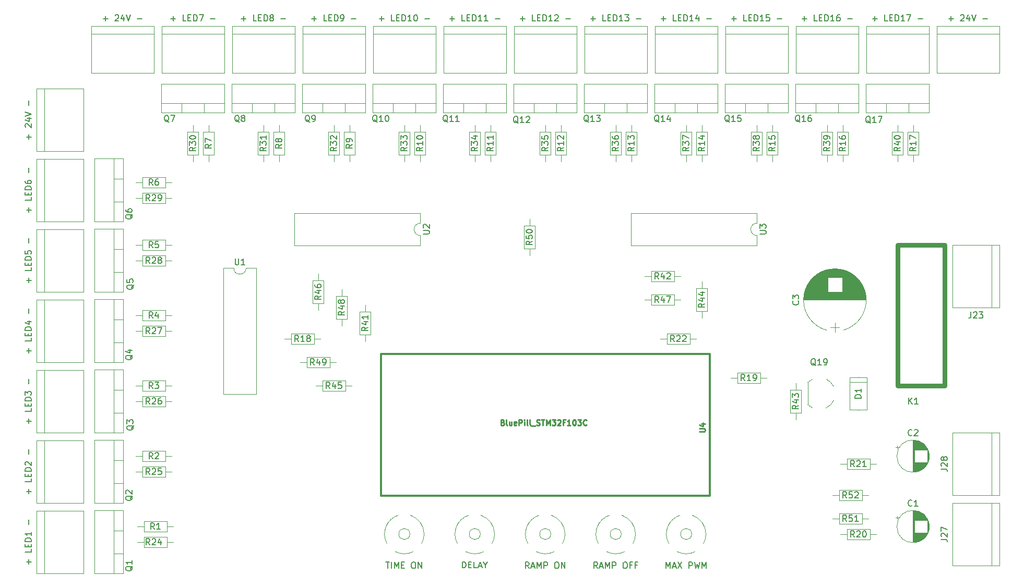
<source format=gto>
G04 #@! TF.GenerationSoftware,KiCad,Pcbnew,(5.1.5)-3*
G04 #@! TF.CreationDate,2020-04-01T15:34:46+02:00*
G04 #@! TF.ProjectId,stair,73746169-722e-46b6-9963-61645f706362,rev?*
G04 #@! TF.SameCoordinates,Original*
G04 #@! TF.FileFunction,Legend,Top*
G04 #@! TF.FilePolarity,Positive*
%FSLAX46Y46*%
G04 Gerber Fmt 4.6, Leading zero omitted, Abs format (unit mm)*
G04 Created by KiCad (PCBNEW (5.1.5)-3) date 2020-04-01 15:34:46*
%MOMM*%
%LPD*%
G04 APERTURE LIST*
%ADD10C,0.120000*%
%ADD11C,0.720000*%
%ADD12C,0.304800*%
%ADD13C,0.150000*%
%ADD14C,0.222250*%
G04 APERTURE END LIST*
D10*
X173400000Y-104550000D02*
X173400000Y-106270000D01*
X173400000Y-106270000D02*
X177120000Y-106270000D01*
X177120000Y-106270000D02*
X177120000Y-104550000D01*
X177120000Y-104550000D02*
X173400000Y-104550000D01*
X172330000Y-105410000D02*
X173400000Y-105410000D01*
X178190000Y-105410000D02*
X177120000Y-105410000D01*
X205060000Y-131670000D02*
X205060000Y-129950000D01*
X205060000Y-129950000D02*
X201340000Y-129950000D01*
X201340000Y-129950000D02*
X201340000Y-131670000D01*
X201340000Y-131670000D02*
X205060000Y-131670000D01*
X206130000Y-130810000D02*
X205060000Y-130810000D01*
X200270000Y-130810000D02*
X201340000Y-130810000D01*
X205060000Y-135480000D02*
X205060000Y-133760000D01*
X205060000Y-133760000D02*
X201340000Y-133760000D01*
X201340000Y-133760000D02*
X201340000Y-135480000D01*
X201340000Y-135480000D02*
X205060000Y-135480000D01*
X206130000Y-134620000D02*
X205060000Y-134620000D01*
X200270000Y-134620000D02*
X201340000Y-134620000D01*
X199276736Y-94201563D02*
G75*
G03X199280000Y-103999357I1383264J-4898437D01*
G01*
X202043264Y-94201563D02*
G75*
G02X202040000Y-103999357I-1383264J-4898437D01*
G01*
X202043264Y-94201563D02*
G75*
G03X199280000Y-94200643I-1383264J-4898437D01*
G01*
X195610000Y-99100000D02*
X205710000Y-99100000D01*
X195610000Y-99060000D02*
X205710000Y-99060000D01*
X195610000Y-99020000D02*
X205710000Y-99020000D01*
X195611000Y-98980000D02*
X205709000Y-98980000D01*
X195612000Y-98940000D02*
X205708000Y-98940000D01*
X195613000Y-98900000D02*
X205707000Y-98900000D01*
X195615000Y-98860000D02*
X205705000Y-98860000D01*
X195617000Y-98820000D02*
X205703000Y-98820000D01*
X195620000Y-98780000D02*
X205700000Y-98780000D01*
X195622000Y-98740000D02*
X205698000Y-98740000D01*
X195625000Y-98700000D02*
X205695000Y-98700000D01*
X195629000Y-98660000D02*
X205691000Y-98660000D01*
X195632000Y-98620000D02*
X205688000Y-98620000D01*
X195636000Y-98580000D02*
X205684000Y-98580000D01*
X195640000Y-98540000D02*
X205680000Y-98540000D01*
X195645000Y-98500000D02*
X205675000Y-98500000D01*
X195650000Y-98460000D02*
X205670000Y-98460000D01*
X195655000Y-98420000D02*
X205665000Y-98420000D01*
X195661000Y-98379000D02*
X205659000Y-98379000D01*
X195667000Y-98339000D02*
X205653000Y-98339000D01*
X195673000Y-98299000D02*
X205647000Y-98299000D01*
X195679000Y-98259000D02*
X205641000Y-98259000D01*
X195686000Y-98219000D02*
X205634000Y-98219000D01*
X195693000Y-98179000D02*
X205627000Y-98179000D01*
X195701000Y-98139000D02*
X205619000Y-98139000D01*
X195709000Y-98099000D02*
X205611000Y-98099000D01*
X195717000Y-98059000D02*
X205603000Y-98059000D01*
X195725000Y-98019000D02*
X205595000Y-98019000D01*
X195734000Y-97979000D02*
X205586000Y-97979000D01*
X195743000Y-97939000D02*
X205577000Y-97939000D01*
X195753000Y-97899000D02*
X205567000Y-97899000D01*
X195763000Y-97859000D02*
X205557000Y-97859000D01*
X195773000Y-97819000D02*
X205547000Y-97819000D01*
X195784000Y-97779000D02*
X199479000Y-97779000D01*
X201841000Y-97779000D02*
X205536000Y-97779000D01*
X195795000Y-97739000D02*
X199479000Y-97739000D01*
X201841000Y-97739000D02*
X205525000Y-97739000D01*
X195806000Y-97699000D02*
X199479000Y-97699000D01*
X201841000Y-97699000D02*
X205514000Y-97699000D01*
X195817000Y-97659000D02*
X199479000Y-97659000D01*
X201841000Y-97659000D02*
X205503000Y-97659000D01*
X195829000Y-97619000D02*
X199479000Y-97619000D01*
X201841000Y-97619000D02*
X205491000Y-97619000D01*
X195842000Y-97579000D02*
X199479000Y-97579000D01*
X201841000Y-97579000D02*
X205478000Y-97579000D01*
X195854000Y-97539000D02*
X199479000Y-97539000D01*
X201841000Y-97539000D02*
X205466000Y-97539000D01*
X195868000Y-97499000D02*
X199479000Y-97499000D01*
X201841000Y-97499000D02*
X205452000Y-97499000D01*
X195881000Y-97459000D02*
X199479000Y-97459000D01*
X201841000Y-97459000D02*
X205439000Y-97459000D01*
X195895000Y-97419000D02*
X199479000Y-97419000D01*
X201841000Y-97419000D02*
X205425000Y-97419000D01*
X195909000Y-97379000D02*
X199479000Y-97379000D01*
X201841000Y-97379000D02*
X205411000Y-97379000D01*
X195923000Y-97339000D02*
X199479000Y-97339000D01*
X201841000Y-97339000D02*
X205397000Y-97339000D01*
X195938000Y-97299000D02*
X199479000Y-97299000D01*
X201841000Y-97299000D02*
X205382000Y-97299000D01*
X195954000Y-97259000D02*
X199479000Y-97259000D01*
X201841000Y-97259000D02*
X205366000Y-97259000D01*
X195969000Y-97219000D02*
X199479000Y-97219000D01*
X201841000Y-97219000D02*
X205351000Y-97219000D01*
X195986000Y-97179000D02*
X199479000Y-97179000D01*
X201841000Y-97179000D02*
X205334000Y-97179000D01*
X196002000Y-97139000D02*
X199479000Y-97139000D01*
X201841000Y-97139000D02*
X205318000Y-97139000D01*
X196019000Y-97099000D02*
X199479000Y-97099000D01*
X201841000Y-97099000D02*
X205301000Y-97099000D01*
X196036000Y-97059000D02*
X199479000Y-97059000D01*
X201841000Y-97059000D02*
X205284000Y-97059000D01*
X196054000Y-97019000D02*
X199479000Y-97019000D01*
X201841000Y-97019000D02*
X205266000Y-97019000D01*
X196072000Y-96979000D02*
X199479000Y-96979000D01*
X201841000Y-96979000D02*
X205248000Y-96979000D01*
X196091000Y-96939000D02*
X199479000Y-96939000D01*
X201841000Y-96939000D02*
X205229000Y-96939000D01*
X196110000Y-96899000D02*
X199479000Y-96899000D01*
X201841000Y-96899000D02*
X205210000Y-96899000D01*
X196129000Y-96859000D02*
X199479000Y-96859000D01*
X201841000Y-96859000D02*
X205191000Y-96859000D01*
X196149000Y-96819000D02*
X199479000Y-96819000D01*
X201841000Y-96819000D02*
X205171000Y-96819000D01*
X196169000Y-96779000D02*
X199479000Y-96779000D01*
X201841000Y-96779000D02*
X205151000Y-96779000D01*
X196190000Y-96739000D02*
X199479000Y-96739000D01*
X201841000Y-96739000D02*
X205130000Y-96739000D01*
X196211000Y-96699000D02*
X199479000Y-96699000D01*
X201841000Y-96699000D02*
X205109000Y-96699000D01*
X196232000Y-96659000D02*
X199479000Y-96659000D01*
X201841000Y-96659000D02*
X205088000Y-96659000D01*
X196255000Y-96619000D02*
X199479000Y-96619000D01*
X201841000Y-96619000D02*
X205065000Y-96619000D01*
X196277000Y-96579000D02*
X199479000Y-96579000D01*
X201841000Y-96579000D02*
X205043000Y-96579000D01*
X196300000Y-96539000D02*
X199479000Y-96539000D01*
X201841000Y-96539000D02*
X205020000Y-96539000D01*
X196324000Y-96499000D02*
X199479000Y-96499000D01*
X201841000Y-96499000D02*
X204996000Y-96499000D01*
X196348000Y-96459000D02*
X199479000Y-96459000D01*
X201841000Y-96459000D02*
X204972000Y-96459000D01*
X196372000Y-96419000D02*
X199479000Y-96419000D01*
X201841000Y-96419000D02*
X204948000Y-96419000D01*
X196397000Y-96379000D02*
X199479000Y-96379000D01*
X201841000Y-96379000D02*
X204923000Y-96379000D01*
X196423000Y-96339000D02*
X199479000Y-96339000D01*
X201841000Y-96339000D02*
X204897000Y-96339000D01*
X196449000Y-96299000D02*
X199479000Y-96299000D01*
X201841000Y-96299000D02*
X204871000Y-96299000D01*
X196475000Y-96259000D02*
X199479000Y-96259000D01*
X201841000Y-96259000D02*
X204845000Y-96259000D01*
X196503000Y-96219000D02*
X199479000Y-96219000D01*
X201841000Y-96219000D02*
X204817000Y-96219000D01*
X196530000Y-96179000D02*
X199479000Y-96179000D01*
X201841000Y-96179000D02*
X204790000Y-96179000D01*
X196559000Y-96139000D02*
X199479000Y-96139000D01*
X201841000Y-96139000D02*
X204761000Y-96139000D01*
X196588000Y-96099000D02*
X199479000Y-96099000D01*
X201841000Y-96099000D02*
X204732000Y-96099000D01*
X196617000Y-96059000D02*
X199479000Y-96059000D01*
X201841000Y-96059000D02*
X204703000Y-96059000D01*
X196647000Y-96019000D02*
X199479000Y-96019000D01*
X201841000Y-96019000D02*
X204673000Y-96019000D01*
X196678000Y-95979000D02*
X199479000Y-95979000D01*
X201841000Y-95979000D02*
X204642000Y-95979000D01*
X196709000Y-95939000D02*
X199479000Y-95939000D01*
X201841000Y-95939000D02*
X204611000Y-95939000D01*
X196741000Y-95899000D02*
X199479000Y-95899000D01*
X201841000Y-95899000D02*
X204579000Y-95899000D01*
X196774000Y-95859000D02*
X199479000Y-95859000D01*
X201841000Y-95859000D02*
X204546000Y-95859000D01*
X196807000Y-95819000D02*
X199479000Y-95819000D01*
X201841000Y-95819000D02*
X204513000Y-95819000D01*
X196841000Y-95779000D02*
X199479000Y-95779000D01*
X201841000Y-95779000D02*
X204479000Y-95779000D01*
X196876000Y-95739000D02*
X199479000Y-95739000D01*
X201841000Y-95739000D02*
X204444000Y-95739000D01*
X196912000Y-95699000D02*
X199479000Y-95699000D01*
X201841000Y-95699000D02*
X204408000Y-95699000D01*
X196948000Y-95659000D02*
X199479000Y-95659000D01*
X201841000Y-95659000D02*
X204372000Y-95659000D01*
X196985000Y-95619000D02*
X199479000Y-95619000D01*
X201841000Y-95619000D02*
X204335000Y-95619000D01*
X197023000Y-95579000D02*
X199479000Y-95579000D01*
X201841000Y-95579000D02*
X204297000Y-95579000D01*
X197062000Y-95539000D02*
X199479000Y-95539000D01*
X201841000Y-95539000D02*
X204258000Y-95539000D01*
X197101000Y-95499000D02*
X199479000Y-95499000D01*
X201841000Y-95499000D02*
X204219000Y-95499000D01*
X197142000Y-95459000D02*
X199479000Y-95459000D01*
X201841000Y-95459000D02*
X204178000Y-95459000D01*
X197183000Y-95419000D02*
X204137000Y-95419000D01*
X197225000Y-95379000D02*
X204095000Y-95379000D01*
X197269000Y-95339000D02*
X204051000Y-95339000D01*
X197313000Y-95299000D02*
X204007000Y-95299000D01*
X197358000Y-95259000D02*
X203962000Y-95259000D01*
X197405000Y-95219000D02*
X203915000Y-95219000D01*
X197453000Y-95179000D02*
X203867000Y-95179000D01*
X197502000Y-95139000D02*
X203818000Y-95139000D01*
X197552000Y-95099000D02*
X203768000Y-95099000D01*
X197603000Y-95059000D02*
X203717000Y-95059000D01*
X197656000Y-95019000D02*
X203664000Y-95019000D01*
X197711000Y-94979000D02*
X203609000Y-94979000D01*
X197766000Y-94939000D02*
X203554000Y-94939000D01*
X197824000Y-94899000D02*
X203496000Y-94899000D01*
X197883000Y-94859000D02*
X203437000Y-94859000D01*
X197945000Y-94819000D02*
X203375000Y-94819000D01*
X198008000Y-94779000D02*
X203312000Y-94779000D01*
X198073000Y-94739000D02*
X203247000Y-94739000D01*
X198141000Y-94699000D02*
X203179000Y-94699000D01*
X198211000Y-94659000D02*
X203109000Y-94659000D01*
X198283000Y-94619000D02*
X203037000Y-94619000D01*
X198359000Y-94579000D02*
X202961000Y-94579000D01*
X198438000Y-94539000D02*
X202882000Y-94539000D01*
X198520000Y-94499000D02*
X202800000Y-94499000D01*
X198607000Y-94459000D02*
X202713000Y-94459000D01*
X198698000Y-94419000D02*
X202622000Y-94419000D01*
X198794000Y-94379000D02*
X202526000Y-94379000D01*
X198897000Y-94339000D02*
X202423000Y-94339000D01*
X199006000Y-94299000D02*
X202314000Y-94299000D01*
X199124000Y-94259000D02*
X202196000Y-94259000D01*
X199253000Y-94219000D02*
X202067000Y-94219000D01*
X199395000Y-94179000D02*
X201925000Y-94179000D01*
X199556000Y-94139000D02*
X201764000Y-94139000D01*
X199747000Y-94099000D02*
X201573000Y-94099000D01*
X199988000Y-94059000D02*
X201332000Y-94059000D01*
X200381000Y-94019000D02*
X200939000Y-94019000D01*
X200660000Y-104300000D02*
X200660000Y-102800000D01*
X199910000Y-103550000D02*
X201410000Y-103550000D01*
X188020000Y-88630000D02*
G75*
G02X188020000Y-86630000I0J1000000D01*
G01*
X188020000Y-86630000D02*
X188020000Y-84980000D01*
X188020000Y-84980000D02*
X167580000Y-84980000D01*
X167580000Y-84980000D02*
X167580000Y-90280000D01*
X167580000Y-90280000D02*
X188020000Y-90280000D01*
X188020000Y-90280000D02*
X188020000Y-88630000D01*
X174580000Y-96110000D02*
X174580000Y-94390000D01*
X174580000Y-94390000D02*
X170860000Y-94390000D01*
X170860000Y-94390000D02*
X170860000Y-96110000D01*
X170860000Y-96110000D02*
X174580000Y-96110000D01*
X175650000Y-95250000D02*
X174580000Y-95250000D01*
X169790000Y-95250000D02*
X170860000Y-95250000D01*
X151130000Y-85970000D02*
X151130000Y-87040000D01*
X151130000Y-91830000D02*
X151130000Y-90760000D01*
X150270000Y-87040000D02*
X150270000Y-90760000D01*
X151990000Y-87040000D02*
X150270000Y-87040000D01*
X151990000Y-90760000D02*
X151990000Y-87040000D01*
X150270000Y-90760000D02*
X151990000Y-90760000D01*
D11*
X218440000Y-90170000D02*
X210820000Y-90170000D01*
X218440000Y-113030000D02*
X218440000Y-90170000D01*
X210820000Y-113030000D02*
X218440000Y-113030000D01*
X210820000Y-90170000D02*
X210820000Y-113030000D01*
D10*
X131801945Y-134067109D02*
G75*
G02X134020000Y-137120000I-991945J-3052891D01*
G01*
X128002184Y-138675333D02*
G75*
G02X129819000Y-134067000I2807816J1555333D01*
G01*
X132317618Y-139954671D02*
G75*
G02X129303000Y-139955000I-1507618J2834671D01*
G01*
X134019799Y-137063536D02*
G75*
G02X133618000Y-138676000I-3209799J-56464D01*
G01*
X131710000Y-137120000D02*
G75*
G03X131710000Y-137120000I-900000J0D01*
G01*
X105140000Y-93920000D02*
G75*
G02X103140000Y-93920000I-1000000J0D01*
G01*
X103140000Y-93920000D02*
X101490000Y-93920000D01*
X101490000Y-93920000D02*
X101490000Y-114360000D01*
X101490000Y-114360000D02*
X106790000Y-114360000D01*
X106790000Y-114360000D02*
X106790000Y-93920000D01*
X106790000Y-93920000D02*
X105140000Y-93920000D01*
X154661945Y-134067109D02*
G75*
G02X156880000Y-137120000I-991945J-3052891D01*
G01*
X150862184Y-138675333D02*
G75*
G02X152679000Y-134067000I2807816J1555333D01*
G01*
X155177618Y-139954671D02*
G75*
G02X152163000Y-139955000I-1507618J2834671D01*
G01*
X156879799Y-137063536D02*
G75*
G02X156478000Y-138676000I-3209799J-56464D01*
G01*
X154570000Y-137120000D02*
G75*
G03X154570000Y-137120000I-900000J0D01*
G01*
X177521945Y-134067109D02*
G75*
G02X179740000Y-137120000I-991945J-3052891D01*
G01*
X173722184Y-138675333D02*
G75*
G02X175539000Y-134067000I2807816J1555333D01*
G01*
X178037618Y-139954671D02*
G75*
G02X175023000Y-139955000I-1507618J2834671D01*
G01*
X179739799Y-137063536D02*
G75*
G02X179338000Y-138676000I-3209799J-56464D01*
G01*
X177430000Y-137120000D02*
G75*
G03X177430000Y-137120000I-900000J0D01*
G01*
X133410000Y-88630000D02*
G75*
G02X133410000Y-86630000I0J1000000D01*
G01*
X133410000Y-86630000D02*
X133410000Y-84980000D01*
X133410000Y-84980000D02*
X112970000Y-84980000D01*
X112970000Y-84980000D02*
X112970000Y-90280000D01*
X112970000Y-90280000D02*
X133410000Y-90280000D01*
X133410000Y-90280000D02*
X133410000Y-88630000D01*
X166091945Y-134067109D02*
G75*
G02X168310000Y-137120000I-991945J-3052891D01*
G01*
X162292184Y-138675333D02*
G75*
G02X164109000Y-134067000I2807816J1555333D01*
G01*
X166607618Y-139954671D02*
G75*
G02X163593000Y-139955000I-1507618J2834671D01*
G01*
X168309799Y-137063536D02*
G75*
G02X167908000Y-138676000I-3209799J-56464D01*
G01*
X166000000Y-137120000D02*
G75*
G03X166000000Y-137120000I-900000J0D01*
G01*
X131670000Y-71800000D02*
X129950000Y-71800000D01*
X129950000Y-71800000D02*
X129950000Y-75520000D01*
X129950000Y-75520000D02*
X131670000Y-75520000D01*
X131670000Y-75520000D02*
X131670000Y-71800000D01*
X130810000Y-70730000D02*
X130810000Y-71800000D01*
X130810000Y-76590000D02*
X130810000Y-75520000D01*
X97380000Y-71800000D02*
X95660000Y-71800000D01*
X95660000Y-71800000D02*
X95660000Y-75520000D01*
X95660000Y-75520000D02*
X97380000Y-75520000D01*
X97380000Y-75520000D02*
X97380000Y-71800000D01*
X96520000Y-70730000D02*
X96520000Y-71800000D01*
X96520000Y-76590000D02*
X96520000Y-75520000D01*
X88310000Y-114710000D02*
X88310000Y-116430000D01*
X88310000Y-116430000D02*
X92030000Y-116430000D01*
X92030000Y-116430000D02*
X92030000Y-114710000D01*
X92030000Y-114710000D02*
X88310000Y-114710000D01*
X87240000Y-115570000D02*
X88310000Y-115570000D01*
X93100000Y-115570000D02*
X92030000Y-115570000D01*
X88310000Y-103280000D02*
X88310000Y-105000000D01*
X88310000Y-105000000D02*
X92030000Y-105000000D01*
X92030000Y-105000000D02*
X92030000Y-103280000D01*
X92030000Y-103280000D02*
X88310000Y-103280000D01*
X87240000Y-104140000D02*
X88310000Y-104140000D01*
X93100000Y-104140000D02*
X92030000Y-104140000D01*
X88564000Y-137570000D02*
X88564000Y-139290000D01*
X88564000Y-139290000D02*
X92284000Y-139290000D01*
X92284000Y-139290000D02*
X92284000Y-137570000D01*
X92284000Y-137570000D02*
X88564000Y-137570000D01*
X87494000Y-138430000D02*
X88564000Y-138430000D01*
X93354000Y-138430000D02*
X92284000Y-138430000D01*
X108810000Y-71800000D02*
X107090000Y-71800000D01*
X107090000Y-71800000D02*
X107090000Y-75520000D01*
X107090000Y-75520000D02*
X108810000Y-75520000D01*
X108810000Y-75520000D02*
X108810000Y-71800000D01*
X107950000Y-70730000D02*
X107950000Y-71800000D01*
X107950000Y-76590000D02*
X107950000Y-75520000D01*
X88310000Y-126140000D02*
X88310000Y-127860000D01*
X88310000Y-127860000D02*
X92030000Y-127860000D01*
X92030000Y-127860000D02*
X92030000Y-126140000D01*
X92030000Y-126140000D02*
X88310000Y-126140000D01*
X87240000Y-127000000D02*
X88310000Y-127000000D01*
X93100000Y-127000000D02*
X92030000Y-127000000D01*
X188550000Y-112620000D02*
X188550000Y-110900000D01*
X188550000Y-110900000D02*
X184830000Y-110900000D01*
X184830000Y-110900000D02*
X184830000Y-112620000D01*
X184830000Y-112620000D02*
X188550000Y-112620000D01*
X189620000Y-111760000D02*
X188550000Y-111760000D01*
X183760000Y-111760000D02*
X184830000Y-111760000D01*
X191360000Y-71800000D02*
X189640000Y-71800000D01*
X189640000Y-71800000D02*
X189640000Y-75520000D01*
X189640000Y-75520000D02*
X191360000Y-75520000D01*
X191360000Y-75520000D02*
X191360000Y-71800000D01*
X190500000Y-70730000D02*
X190500000Y-71800000D01*
X190500000Y-76590000D02*
X190500000Y-75520000D01*
X114980000Y-108360000D02*
X114980000Y-110080000D01*
X114980000Y-110080000D02*
X118700000Y-110080000D01*
X118700000Y-110080000D02*
X118700000Y-108360000D01*
X118700000Y-108360000D02*
X114980000Y-108360000D01*
X113910000Y-109220000D02*
X114980000Y-109220000D01*
X119770000Y-109220000D02*
X118700000Y-109220000D01*
X88310000Y-91850000D02*
X88310000Y-93570000D01*
X88310000Y-93570000D02*
X92030000Y-93570000D01*
X92030000Y-93570000D02*
X92030000Y-91850000D01*
X92030000Y-91850000D02*
X88310000Y-91850000D01*
X87240000Y-92710000D02*
X88310000Y-92710000D01*
X93100000Y-92710000D02*
X92030000Y-92710000D01*
X88310000Y-81690000D02*
X88310000Y-83410000D01*
X88310000Y-83410000D02*
X92030000Y-83410000D01*
X92030000Y-83410000D02*
X92030000Y-81690000D01*
X92030000Y-81690000D02*
X88310000Y-81690000D01*
X87240000Y-82550000D02*
X88310000Y-82550000D01*
X93100000Y-82550000D02*
X92030000Y-82550000D01*
X120240000Y-71800000D02*
X118520000Y-71800000D01*
X118520000Y-71800000D02*
X118520000Y-75520000D01*
X118520000Y-75520000D02*
X120240000Y-75520000D01*
X120240000Y-75520000D02*
X120240000Y-71800000D01*
X119380000Y-70730000D02*
X119380000Y-71800000D01*
X119380000Y-76590000D02*
X119380000Y-75520000D01*
X154530000Y-71800000D02*
X152810000Y-71800000D01*
X152810000Y-71800000D02*
X152810000Y-75520000D01*
X152810000Y-75520000D02*
X154530000Y-75520000D01*
X154530000Y-75520000D02*
X154530000Y-71800000D01*
X153670000Y-70730000D02*
X153670000Y-71800000D01*
X153670000Y-76590000D02*
X153670000Y-75520000D01*
X177390000Y-71800000D02*
X175670000Y-71800000D01*
X175670000Y-71800000D02*
X175670000Y-75520000D01*
X175670000Y-75520000D02*
X177390000Y-75520000D01*
X177390000Y-75520000D02*
X177390000Y-71800000D01*
X176530000Y-70730000D02*
X176530000Y-71800000D01*
X176530000Y-76590000D02*
X176530000Y-75520000D01*
X125320000Y-101010000D02*
X123600000Y-101010000D01*
X123600000Y-101010000D02*
X123600000Y-104730000D01*
X123600000Y-104730000D02*
X125320000Y-104730000D01*
X125320000Y-104730000D02*
X125320000Y-101010000D01*
X124460000Y-99940000D02*
X124460000Y-101010000D01*
X124460000Y-105800000D02*
X124460000Y-104730000D01*
X188820000Y-71800000D02*
X187100000Y-71800000D01*
X187100000Y-71800000D02*
X187100000Y-75520000D01*
X187100000Y-75520000D02*
X188820000Y-75520000D01*
X188820000Y-75520000D02*
X188820000Y-71800000D01*
X187960000Y-70730000D02*
X187960000Y-71800000D01*
X187960000Y-76590000D02*
X187960000Y-75520000D01*
X165960000Y-71800000D02*
X164240000Y-71800000D01*
X164240000Y-71800000D02*
X164240000Y-75520000D01*
X164240000Y-75520000D02*
X165960000Y-75520000D01*
X165960000Y-75520000D02*
X165960000Y-71800000D01*
X165100000Y-70730000D02*
X165100000Y-71800000D01*
X165100000Y-76590000D02*
X165100000Y-75520000D01*
X143100000Y-71800000D02*
X141380000Y-71800000D01*
X141380000Y-71800000D02*
X141380000Y-75520000D01*
X141380000Y-75520000D02*
X143100000Y-75520000D01*
X143100000Y-75520000D02*
X143100000Y-71800000D01*
X142240000Y-70730000D02*
X142240000Y-71800000D01*
X142240000Y-76590000D02*
X142240000Y-75520000D01*
X85170000Y-121880000D02*
X85170000Y-132120000D01*
X80529000Y-121880000D02*
X80529000Y-132120000D01*
X85170000Y-121880000D02*
X80529000Y-121880000D01*
X85170000Y-132120000D02*
X80529000Y-132120000D01*
X83660000Y-121880000D02*
X83660000Y-132120000D01*
X85170000Y-125150000D02*
X83660000Y-125150000D01*
X85170000Y-128851000D02*
X83660000Y-128851000D01*
X85170000Y-87590000D02*
X85170000Y-97830000D01*
X80529000Y-87590000D02*
X80529000Y-97830000D01*
X85170000Y-87590000D02*
X80529000Y-87590000D01*
X85170000Y-97830000D02*
X80529000Y-97830000D01*
X83660000Y-87590000D02*
X83660000Y-97830000D01*
X85170000Y-90860000D02*
X83660000Y-90860000D01*
X85170000Y-94561000D02*
X83660000Y-94561000D01*
X85170000Y-76160000D02*
X85170000Y-86400000D01*
X80529000Y-76160000D02*
X80529000Y-86400000D01*
X85170000Y-76160000D02*
X80529000Y-76160000D01*
X85170000Y-86400000D02*
X80529000Y-86400000D01*
X83660000Y-76160000D02*
X83660000Y-86400000D01*
X85170000Y-79430000D02*
X83660000Y-79430000D01*
X85170000Y-83131000D02*
X83660000Y-83131000D01*
X101640000Y-68660000D02*
X91400000Y-68660000D01*
X101640000Y-64019000D02*
X91400000Y-64019000D01*
X101640000Y-68660000D02*
X101640000Y-64019000D01*
X91400000Y-68660000D02*
X91400000Y-64019000D01*
X101640000Y-67150000D02*
X91400000Y-67150000D01*
X98370000Y-68660000D02*
X98370000Y-67150000D01*
X94669000Y-68660000D02*
X94669000Y-67150000D01*
X182880000Y-55880000D02*
X193040000Y-55880000D01*
X182880000Y-54610000D02*
X182880000Y-62230000D01*
X182880000Y-62230000D02*
X193040000Y-62230000D01*
X193040000Y-62230000D02*
X193040000Y-54610000D01*
X193040000Y-54610000D02*
X182880000Y-54610000D01*
X113070000Y-68660000D02*
X102830000Y-68660000D01*
X113070000Y-64019000D02*
X102830000Y-64019000D01*
X113070000Y-68660000D02*
X113070000Y-64019000D01*
X102830000Y-68660000D02*
X102830000Y-64019000D01*
X113070000Y-67150000D02*
X102830000Y-67150000D01*
X109800000Y-68660000D02*
X109800000Y-67150000D01*
X106099000Y-68660000D02*
X106099000Y-67150000D01*
X124500000Y-68660000D02*
X114260000Y-68660000D01*
X124500000Y-64019000D02*
X114260000Y-64019000D01*
X124500000Y-68660000D02*
X124500000Y-64019000D01*
X114260000Y-68660000D02*
X114260000Y-64019000D01*
X124500000Y-67150000D02*
X114260000Y-67150000D01*
X121230000Y-68660000D02*
X121230000Y-67150000D01*
X117529000Y-68660000D02*
X117529000Y-67150000D01*
X85170000Y-110450000D02*
X85170000Y-120690000D01*
X80529000Y-110450000D02*
X80529000Y-120690000D01*
X85170000Y-110450000D02*
X80529000Y-110450000D01*
X85170000Y-120690000D02*
X80529000Y-120690000D01*
X83660000Y-110450000D02*
X83660000Y-120690000D01*
X85170000Y-113720000D02*
X83660000Y-113720000D01*
X85170000Y-117421000D02*
X83660000Y-117421000D01*
X135930000Y-68660000D02*
X125690000Y-68660000D01*
X135930000Y-64019000D02*
X125690000Y-64019000D01*
X135930000Y-68660000D02*
X135930000Y-64019000D01*
X125690000Y-68660000D02*
X125690000Y-64019000D01*
X135930000Y-67150000D02*
X125690000Y-67150000D01*
X132660000Y-68660000D02*
X132660000Y-67150000D01*
X128959000Y-68660000D02*
X128959000Y-67150000D01*
X147360000Y-68660000D02*
X137120000Y-68660000D01*
X147360000Y-64019000D02*
X137120000Y-64019000D01*
X147360000Y-68660000D02*
X147360000Y-64019000D01*
X137120000Y-68660000D02*
X137120000Y-64019000D01*
X147360000Y-67150000D02*
X137120000Y-67150000D01*
X144090000Y-68660000D02*
X144090000Y-67150000D01*
X140389000Y-68660000D02*
X140389000Y-67150000D01*
X158790000Y-68660000D02*
X148550000Y-68660000D01*
X158790000Y-64019000D02*
X148550000Y-64019000D01*
X158790000Y-68660000D02*
X158790000Y-64019000D01*
X148550000Y-68660000D02*
X148550000Y-64019000D01*
X158790000Y-67150000D02*
X148550000Y-67150000D01*
X155520000Y-68660000D02*
X155520000Y-67150000D01*
X151819000Y-68660000D02*
X151819000Y-67150000D01*
X181650000Y-68660000D02*
X171410000Y-68660000D01*
X181650000Y-64019000D02*
X171410000Y-64019000D01*
X181650000Y-68660000D02*
X181650000Y-64019000D01*
X171410000Y-68660000D02*
X171410000Y-64019000D01*
X181650000Y-67150000D02*
X171410000Y-67150000D01*
X178380000Y-68660000D02*
X178380000Y-67150000D01*
X174679000Y-68660000D02*
X174679000Y-67150000D01*
X170220000Y-68660000D02*
X159980000Y-68660000D01*
X170220000Y-64019000D02*
X159980000Y-64019000D01*
X170220000Y-68660000D02*
X170220000Y-64019000D01*
X159980000Y-68660000D02*
X159980000Y-64019000D01*
X170220000Y-67150000D02*
X159980000Y-67150000D01*
X166950000Y-68660000D02*
X166950000Y-67150000D01*
X163249000Y-68660000D02*
X163249000Y-67150000D01*
X193080000Y-68660000D02*
X182840000Y-68660000D01*
X193080000Y-64019000D02*
X182840000Y-64019000D01*
X193080000Y-68660000D02*
X193080000Y-64019000D01*
X182840000Y-68660000D02*
X182840000Y-64019000D01*
X193080000Y-67150000D02*
X182840000Y-67150000D01*
X189810000Y-68660000D02*
X189810000Y-67150000D01*
X186109000Y-68660000D02*
X186109000Y-67150000D01*
X85170000Y-99020000D02*
X85170000Y-109260000D01*
X80529000Y-99020000D02*
X80529000Y-109260000D01*
X85170000Y-99020000D02*
X80529000Y-99020000D01*
X85170000Y-109260000D02*
X80529000Y-109260000D01*
X83660000Y-99020000D02*
X83660000Y-109260000D01*
X85170000Y-102290000D02*
X83660000Y-102290000D01*
X85170000Y-105991000D02*
X83660000Y-105991000D01*
X174580000Y-99920000D02*
X174580000Y-98200000D01*
X174580000Y-98200000D02*
X170860000Y-98200000D01*
X170860000Y-98200000D02*
X170860000Y-99920000D01*
X170860000Y-99920000D02*
X174580000Y-99920000D01*
X175650000Y-99060000D02*
X174580000Y-99060000D01*
X169790000Y-99060000D02*
X170860000Y-99060000D01*
X121510000Y-98470000D02*
X119790000Y-98470000D01*
X119790000Y-98470000D02*
X119790000Y-102190000D01*
X119790000Y-102190000D02*
X121510000Y-102190000D01*
X121510000Y-102190000D02*
X121510000Y-98470000D01*
X120650000Y-97400000D02*
X120650000Y-98470000D01*
X120650000Y-103260000D02*
X120650000Y-102190000D01*
X115980000Y-99650000D02*
X117700000Y-99650000D01*
X117700000Y-99650000D02*
X117700000Y-95930000D01*
X117700000Y-95930000D02*
X115980000Y-95930000D01*
X115980000Y-95930000D02*
X115980000Y-99650000D01*
X116840000Y-100720000D02*
X116840000Y-99650000D01*
X116840000Y-94860000D02*
X116840000Y-95930000D01*
X117520000Y-112170000D02*
X117520000Y-113890000D01*
X117520000Y-113890000D02*
X121240000Y-113890000D01*
X121240000Y-113890000D02*
X121240000Y-112170000D01*
X121240000Y-112170000D02*
X117520000Y-112170000D01*
X116450000Y-113030000D02*
X117520000Y-113030000D01*
X122310000Y-113030000D02*
X121240000Y-113030000D01*
X179930000Y-97200000D02*
X178210000Y-97200000D01*
X178210000Y-97200000D02*
X178210000Y-100920000D01*
X178210000Y-100920000D02*
X179930000Y-100920000D01*
X179930000Y-100920000D02*
X179930000Y-97200000D01*
X179070000Y-96130000D02*
X179070000Y-97200000D01*
X179070000Y-101990000D02*
X179070000Y-100920000D01*
X116160000Y-106270000D02*
X116160000Y-104550000D01*
X116160000Y-104550000D02*
X112440000Y-104550000D01*
X112440000Y-104550000D02*
X112440000Y-106270000D01*
X112440000Y-106270000D02*
X116160000Y-106270000D01*
X117230000Y-105410000D02*
X116160000Y-105410000D01*
X111370000Y-105410000D02*
X112440000Y-105410000D01*
D12*
X127000800Y-130880000D02*
X127000800Y-107880000D01*
X180400800Y-130880000D02*
X127000800Y-130880000D01*
X180400800Y-107880000D02*
X180400800Y-130880000D01*
X127000800Y-107880000D02*
X180400800Y-107880000D01*
D10*
X134210000Y-71800000D02*
X132490000Y-71800000D01*
X132490000Y-71800000D02*
X132490000Y-75520000D01*
X132490000Y-75520000D02*
X134210000Y-75520000D01*
X134210000Y-75520000D02*
X134210000Y-71800000D01*
X133350000Y-70730000D02*
X133350000Y-71800000D01*
X133350000Y-76590000D02*
X133350000Y-75520000D01*
X122780000Y-71800000D02*
X121060000Y-71800000D01*
X121060000Y-71800000D02*
X121060000Y-75520000D01*
X121060000Y-75520000D02*
X122780000Y-75520000D01*
X122780000Y-75520000D02*
X122780000Y-71800000D01*
X121920000Y-70730000D02*
X121920000Y-71800000D01*
X121920000Y-76590000D02*
X121920000Y-75520000D01*
X143231945Y-134067109D02*
G75*
G02X145450000Y-137120000I-991945J-3052891D01*
G01*
X139432184Y-138675333D02*
G75*
G02X141249000Y-134067000I2807816J1555333D01*
G01*
X143747618Y-139954671D02*
G75*
G02X140733000Y-139955000I-1507618J2834671D01*
G01*
X145449799Y-137063536D02*
G75*
G02X145048000Y-138676000I-3209799J-56464D01*
G01*
X143140000Y-137120000D02*
G75*
G03X143140000Y-137120000I-900000J0D01*
G01*
X88310000Y-100740000D02*
X88310000Y-102460000D01*
X88310000Y-102460000D02*
X92030000Y-102460000D01*
X92030000Y-102460000D02*
X92030000Y-100740000D01*
X92030000Y-100740000D02*
X88310000Y-100740000D01*
X87240000Y-101600000D02*
X88310000Y-101600000D01*
X93100000Y-101600000D02*
X92030000Y-101600000D01*
X168500000Y-71800000D02*
X166780000Y-71800000D01*
X166780000Y-71800000D02*
X166780000Y-75520000D01*
X166780000Y-75520000D02*
X168500000Y-75520000D01*
X168500000Y-75520000D02*
X168500000Y-71800000D01*
X167640000Y-70730000D02*
X167640000Y-71800000D01*
X167640000Y-76590000D02*
X167640000Y-75520000D01*
X145640000Y-71800000D02*
X143920000Y-71800000D01*
X143920000Y-71800000D02*
X143920000Y-75520000D01*
X143920000Y-75520000D02*
X145640000Y-75520000D01*
X145640000Y-75520000D02*
X145640000Y-71800000D01*
X144780000Y-70730000D02*
X144780000Y-71800000D01*
X144780000Y-76590000D02*
X144780000Y-75520000D01*
X111350000Y-71800000D02*
X109630000Y-71800000D01*
X109630000Y-71800000D02*
X109630000Y-75520000D01*
X109630000Y-75520000D02*
X111350000Y-75520000D01*
X111350000Y-75520000D02*
X111350000Y-71800000D01*
X110490000Y-70730000D02*
X110490000Y-71800000D01*
X110490000Y-76590000D02*
X110490000Y-75520000D01*
X99920000Y-71800000D02*
X98200000Y-71800000D01*
X98200000Y-71800000D02*
X98200000Y-75520000D01*
X98200000Y-75520000D02*
X99920000Y-75520000D01*
X99920000Y-75520000D02*
X99920000Y-71800000D01*
X99060000Y-70730000D02*
X99060000Y-71800000D01*
X99060000Y-76590000D02*
X99060000Y-75520000D01*
X88310000Y-112170000D02*
X88310000Y-113890000D01*
X88310000Y-113890000D02*
X92030000Y-113890000D01*
X92030000Y-113890000D02*
X92030000Y-112170000D01*
X92030000Y-112170000D02*
X88310000Y-112170000D01*
X87240000Y-113030000D02*
X88310000Y-113030000D01*
X93100000Y-113030000D02*
X92030000Y-113030000D01*
X88310000Y-89310000D02*
X88310000Y-91030000D01*
X88310000Y-91030000D02*
X92030000Y-91030000D01*
X92030000Y-91030000D02*
X92030000Y-89310000D01*
X92030000Y-89310000D02*
X88310000Y-89310000D01*
X87240000Y-90170000D02*
X88310000Y-90170000D01*
X93100000Y-90170000D02*
X92030000Y-90170000D01*
X88564000Y-135030000D02*
X88564000Y-136750000D01*
X88564000Y-136750000D02*
X92284000Y-136750000D01*
X92284000Y-136750000D02*
X92284000Y-135030000D01*
X92284000Y-135030000D02*
X88564000Y-135030000D01*
X87494000Y-135890000D02*
X88564000Y-135890000D01*
X93354000Y-135890000D02*
X92284000Y-135890000D01*
X157070000Y-71800000D02*
X155350000Y-71800000D01*
X155350000Y-71800000D02*
X155350000Y-75520000D01*
X155350000Y-75520000D02*
X157070000Y-75520000D01*
X157070000Y-75520000D02*
X157070000Y-71800000D01*
X156210000Y-70730000D02*
X156210000Y-71800000D01*
X156210000Y-76590000D02*
X156210000Y-75520000D01*
X88310000Y-79150000D02*
X88310000Y-80870000D01*
X88310000Y-80870000D02*
X92030000Y-80870000D01*
X92030000Y-80870000D02*
X92030000Y-79150000D01*
X92030000Y-79150000D02*
X88310000Y-79150000D01*
X87240000Y-80010000D02*
X88310000Y-80010000D01*
X93100000Y-80010000D02*
X92030000Y-80010000D01*
X88310000Y-123600000D02*
X88310000Y-125320000D01*
X88310000Y-125320000D02*
X92030000Y-125320000D01*
X92030000Y-125320000D02*
X92030000Y-123600000D01*
X92030000Y-123600000D02*
X88310000Y-123600000D01*
X87240000Y-124460000D02*
X88310000Y-124460000D01*
X93100000Y-124460000D02*
X92030000Y-124460000D01*
X179930000Y-71800000D02*
X178210000Y-71800000D01*
X178210000Y-71800000D02*
X178210000Y-75520000D01*
X178210000Y-75520000D02*
X179930000Y-75520000D01*
X179930000Y-75520000D02*
X179930000Y-71800000D01*
X179070000Y-70730000D02*
X179070000Y-71800000D01*
X179070000Y-76590000D02*
X179070000Y-75520000D01*
X137160000Y-55880000D02*
X147320000Y-55880000D01*
X137160000Y-54610000D02*
X137160000Y-62230000D01*
X137160000Y-62230000D02*
X147320000Y-62230000D01*
X147320000Y-62230000D02*
X147320000Y-54610000D01*
X147320000Y-54610000D02*
X137160000Y-54610000D01*
X148590000Y-55880000D02*
X158750000Y-55880000D01*
X148590000Y-54610000D02*
X148590000Y-62230000D01*
X148590000Y-62230000D02*
X158750000Y-62230000D01*
X158750000Y-62230000D02*
X158750000Y-54610000D01*
X158750000Y-54610000D02*
X148590000Y-54610000D01*
X160020000Y-55880000D02*
X170180000Y-55880000D01*
X160020000Y-54610000D02*
X160020000Y-62230000D01*
X160020000Y-62230000D02*
X170180000Y-62230000D01*
X170180000Y-62230000D02*
X170180000Y-54610000D01*
X170180000Y-54610000D02*
X160020000Y-54610000D01*
X171450000Y-55880000D02*
X181610000Y-55880000D01*
X171450000Y-54610000D02*
X171450000Y-62230000D01*
X171450000Y-62230000D02*
X181610000Y-62230000D01*
X181610000Y-62230000D02*
X181610000Y-54610000D01*
X181610000Y-54610000D02*
X171450000Y-54610000D01*
X91440000Y-55880000D02*
X101600000Y-55880000D01*
X91440000Y-54610000D02*
X91440000Y-62230000D01*
X91440000Y-62230000D02*
X101600000Y-62230000D01*
X101600000Y-62230000D02*
X101600000Y-54610000D01*
X101600000Y-54610000D02*
X91440000Y-54610000D01*
X80010000Y-55880000D02*
X90170000Y-55880000D01*
X80010000Y-54610000D02*
X80010000Y-62230000D01*
X80010000Y-62230000D02*
X90170000Y-62230000D01*
X90170000Y-62230000D02*
X90170000Y-54610000D01*
X90170000Y-54610000D02*
X80010000Y-54610000D01*
X72390000Y-109220000D02*
X72390000Y-99060000D01*
X71120000Y-109220000D02*
X78740000Y-109220000D01*
X78740000Y-109220000D02*
X78740000Y-99060000D01*
X78740000Y-99060000D02*
X71120000Y-99060000D01*
X71120000Y-99060000D02*
X71120000Y-109220000D01*
X85170000Y-133310000D02*
X85170000Y-143550000D01*
X80529000Y-133310000D02*
X80529000Y-143550000D01*
X85170000Y-133310000D02*
X80529000Y-133310000D01*
X85170000Y-143550000D02*
X80529000Y-143550000D01*
X83660000Y-133310000D02*
X83660000Y-143550000D01*
X85170000Y-136580000D02*
X83660000Y-136580000D01*
X85170000Y-140281000D02*
X83660000Y-140281000D01*
X72390000Y-86360000D02*
X72390000Y-76200000D01*
X71120000Y-86360000D02*
X78740000Y-86360000D01*
X78740000Y-86360000D02*
X78740000Y-76200000D01*
X78740000Y-76200000D02*
X71120000Y-76200000D01*
X71120000Y-76200000D02*
X71120000Y-86360000D01*
X114300000Y-55880000D02*
X124460000Y-55880000D01*
X114300000Y-54610000D02*
X114300000Y-62230000D01*
X114300000Y-62230000D02*
X124460000Y-62230000D01*
X124460000Y-62230000D02*
X124460000Y-54610000D01*
X124460000Y-54610000D02*
X114300000Y-54610000D01*
X72390000Y-120650000D02*
X72390000Y-110490000D01*
X71120000Y-120650000D02*
X78740000Y-120650000D01*
X78740000Y-120650000D02*
X78740000Y-110490000D01*
X78740000Y-110490000D02*
X71120000Y-110490000D01*
X71120000Y-110490000D02*
X71120000Y-120650000D01*
X72390000Y-132080000D02*
X72390000Y-121920000D01*
X71120000Y-132080000D02*
X78740000Y-132080000D01*
X78740000Y-132080000D02*
X78740000Y-121920000D01*
X78740000Y-121920000D02*
X71120000Y-121920000D01*
X71120000Y-121920000D02*
X71120000Y-132080000D01*
X72390000Y-74930000D02*
X72390000Y-64770000D01*
X71120000Y-74930000D02*
X78740000Y-74930000D01*
X78740000Y-74930000D02*
X78740000Y-64770000D01*
X78740000Y-64770000D02*
X71120000Y-64770000D01*
X71120000Y-64770000D02*
X71120000Y-74930000D01*
X72390000Y-143510000D02*
X72390000Y-133350000D01*
X71120000Y-143510000D02*
X78740000Y-143510000D01*
X78740000Y-143510000D02*
X78740000Y-133350000D01*
X78740000Y-133350000D02*
X71120000Y-133350000D01*
X71120000Y-133350000D02*
X71120000Y-143510000D01*
X72390000Y-97790000D02*
X72390000Y-87630000D01*
X71120000Y-97790000D02*
X78740000Y-97790000D01*
X78740000Y-97790000D02*
X78740000Y-87630000D01*
X78740000Y-87630000D02*
X71120000Y-87630000D01*
X71120000Y-87630000D02*
X71120000Y-97790000D01*
X102870000Y-55880000D02*
X113030000Y-55880000D01*
X102870000Y-54610000D02*
X102870000Y-62230000D01*
X102870000Y-62230000D02*
X113030000Y-62230000D01*
X113030000Y-62230000D02*
X113030000Y-54610000D01*
X113030000Y-54610000D02*
X102870000Y-54610000D01*
X125730000Y-55880000D02*
X135890000Y-55880000D01*
X125730000Y-54610000D02*
X125730000Y-62230000D01*
X125730000Y-62230000D02*
X135890000Y-62230000D01*
X135890000Y-62230000D02*
X135890000Y-54610000D01*
X135890000Y-54610000D02*
X125730000Y-54610000D01*
X210785225Y-134165000D02*
X210785225Y-134665000D01*
X210535225Y-134415000D02*
X211035225Y-134415000D01*
X215941000Y-135606000D02*
X215941000Y-136174000D01*
X215901000Y-135372000D02*
X215901000Y-136408000D01*
X215861000Y-135213000D02*
X215861000Y-136567000D01*
X215821000Y-135085000D02*
X215821000Y-136695000D01*
X215781000Y-134975000D02*
X215781000Y-136805000D01*
X215741000Y-134879000D02*
X215741000Y-136901000D01*
X215701000Y-134792000D02*
X215701000Y-136988000D01*
X215661000Y-134712000D02*
X215661000Y-137068000D01*
X215621000Y-136930000D02*
X215621000Y-137141000D01*
X215621000Y-134639000D02*
X215621000Y-134850000D01*
X215581000Y-136930000D02*
X215581000Y-137209000D01*
X215581000Y-134571000D02*
X215581000Y-134850000D01*
X215541000Y-136930000D02*
X215541000Y-137273000D01*
X215541000Y-134507000D02*
X215541000Y-134850000D01*
X215501000Y-136930000D02*
X215501000Y-137333000D01*
X215501000Y-134447000D02*
X215501000Y-134850000D01*
X215461000Y-136930000D02*
X215461000Y-137390000D01*
X215461000Y-134390000D02*
X215461000Y-134850000D01*
X215421000Y-136930000D02*
X215421000Y-137444000D01*
X215421000Y-134336000D02*
X215421000Y-134850000D01*
X215381000Y-136930000D02*
X215381000Y-137495000D01*
X215381000Y-134285000D02*
X215381000Y-134850000D01*
X215341000Y-136930000D02*
X215341000Y-137543000D01*
X215341000Y-134237000D02*
X215341000Y-134850000D01*
X215301000Y-136930000D02*
X215301000Y-137589000D01*
X215301000Y-134191000D02*
X215301000Y-134850000D01*
X215261000Y-136930000D02*
X215261000Y-137633000D01*
X215261000Y-134147000D02*
X215261000Y-134850000D01*
X215221000Y-136930000D02*
X215221000Y-137675000D01*
X215221000Y-134105000D02*
X215221000Y-134850000D01*
X215181000Y-136930000D02*
X215181000Y-137716000D01*
X215181000Y-134064000D02*
X215181000Y-134850000D01*
X215141000Y-136930000D02*
X215141000Y-137754000D01*
X215141000Y-134026000D02*
X215141000Y-134850000D01*
X215101000Y-136930000D02*
X215101000Y-137791000D01*
X215101000Y-133989000D02*
X215101000Y-134850000D01*
X215061000Y-136930000D02*
X215061000Y-137827000D01*
X215061000Y-133953000D02*
X215061000Y-134850000D01*
X215021000Y-136930000D02*
X215021000Y-137861000D01*
X215021000Y-133919000D02*
X215021000Y-134850000D01*
X214981000Y-136930000D02*
X214981000Y-137894000D01*
X214981000Y-133886000D02*
X214981000Y-134850000D01*
X214941000Y-136930000D02*
X214941000Y-137925000D01*
X214941000Y-133855000D02*
X214941000Y-134850000D01*
X214901000Y-136930000D02*
X214901000Y-137955000D01*
X214901000Y-133825000D02*
X214901000Y-134850000D01*
X214861000Y-136930000D02*
X214861000Y-137985000D01*
X214861000Y-133795000D02*
X214861000Y-134850000D01*
X214821000Y-136930000D02*
X214821000Y-138012000D01*
X214821000Y-133768000D02*
X214821000Y-134850000D01*
X214781000Y-136930000D02*
X214781000Y-138039000D01*
X214781000Y-133741000D02*
X214781000Y-134850000D01*
X214741000Y-136930000D02*
X214741000Y-138065000D01*
X214741000Y-133715000D02*
X214741000Y-134850000D01*
X214701000Y-136930000D02*
X214701000Y-138090000D01*
X214701000Y-133690000D02*
X214701000Y-134850000D01*
X214661000Y-136930000D02*
X214661000Y-138114000D01*
X214661000Y-133666000D02*
X214661000Y-134850000D01*
X214621000Y-136930000D02*
X214621000Y-138137000D01*
X214621000Y-133643000D02*
X214621000Y-134850000D01*
X214581000Y-136930000D02*
X214581000Y-138158000D01*
X214581000Y-133622000D02*
X214581000Y-134850000D01*
X214541000Y-136930000D02*
X214541000Y-138180000D01*
X214541000Y-133600000D02*
X214541000Y-134850000D01*
X214501000Y-136930000D02*
X214501000Y-138200000D01*
X214501000Y-133580000D02*
X214501000Y-134850000D01*
X214461000Y-136930000D02*
X214461000Y-138219000D01*
X214461000Y-133561000D02*
X214461000Y-134850000D01*
X214421000Y-136930000D02*
X214421000Y-138238000D01*
X214421000Y-133542000D02*
X214421000Y-134850000D01*
X214381000Y-136930000D02*
X214381000Y-138255000D01*
X214381000Y-133525000D02*
X214381000Y-134850000D01*
X214341000Y-136930000D02*
X214341000Y-138272000D01*
X214341000Y-133508000D02*
X214341000Y-134850000D01*
X214301000Y-136930000D02*
X214301000Y-138288000D01*
X214301000Y-133492000D02*
X214301000Y-134850000D01*
X214261000Y-136930000D02*
X214261000Y-138304000D01*
X214261000Y-133476000D02*
X214261000Y-134850000D01*
X214221000Y-136930000D02*
X214221000Y-138318000D01*
X214221000Y-133462000D02*
X214221000Y-134850000D01*
X214181000Y-136930000D02*
X214181000Y-138332000D01*
X214181000Y-133448000D02*
X214181000Y-134850000D01*
X214141000Y-136930000D02*
X214141000Y-138345000D01*
X214141000Y-133435000D02*
X214141000Y-134850000D01*
X214101000Y-136930000D02*
X214101000Y-138358000D01*
X214101000Y-133422000D02*
X214101000Y-134850000D01*
X214061000Y-136930000D02*
X214061000Y-138370000D01*
X214061000Y-133410000D02*
X214061000Y-134850000D01*
X214020000Y-136930000D02*
X214020000Y-138381000D01*
X214020000Y-133399000D02*
X214020000Y-134850000D01*
X213980000Y-136930000D02*
X213980000Y-138391000D01*
X213980000Y-133389000D02*
X213980000Y-134850000D01*
X213940000Y-136930000D02*
X213940000Y-138401000D01*
X213940000Y-133379000D02*
X213940000Y-134850000D01*
X213900000Y-136930000D02*
X213900000Y-138410000D01*
X213900000Y-133370000D02*
X213900000Y-134850000D01*
X213860000Y-136930000D02*
X213860000Y-138418000D01*
X213860000Y-133362000D02*
X213860000Y-134850000D01*
X213820000Y-136930000D02*
X213820000Y-138426000D01*
X213820000Y-133354000D02*
X213820000Y-134850000D01*
X213780000Y-136930000D02*
X213780000Y-138433000D01*
X213780000Y-133347000D02*
X213780000Y-134850000D01*
X213740000Y-136930000D02*
X213740000Y-138440000D01*
X213740000Y-133340000D02*
X213740000Y-134850000D01*
X213700000Y-136930000D02*
X213700000Y-138446000D01*
X213700000Y-133334000D02*
X213700000Y-134850000D01*
X213660000Y-136930000D02*
X213660000Y-138451000D01*
X213660000Y-133329000D02*
X213660000Y-134850000D01*
X213620000Y-136930000D02*
X213620000Y-138455000D01*
X213620000Y-133325000D02*
X213620000Y-134850000D01*
X213580000Y-136930000D02*
X213580000Y-138459000D01*
X213580000Y-133321000D02*
X213580000Y-134850000D01*
X213540000Y-133317000D02*
X213540000Y-138463000D01*
X213500000Y-133314000D02*
X213500000Y-138466000D01*
X213460000Y-133312000D02*
X213460000Y-138468000D01*
X213420000Y-133311000D02*
X213420000Y-138469000D01*
X213380000Y-133310000D02*
X213380000Y-138470000D01*
X213340000Y-133310000D02*
X213340000Y-138470000D01*
X215960000Y-135890000D02*
G75*
G03X215960000Y-135890000I-2620000J0D01*
G01*
X193450000Y-117430000D02*
X195170000Y-117430000D01*
X195170000Y-117430000D02*
X195170000Y-113710000D01*
X195170000Y-113710000D02*
X193450000Y-113710000D01*
X193450000Y-113710000D02*
X193450000Y-117430000D01*
X194310000Y-118500000D02*
X194310000Y-117430000D01*
X194310000Y-112640000D02*
X194310000Y-113710000D01*
X211680000Y-71800000D02*
X209960000Y-71800000D01*
X209960000Y-71800000D02*
X209960000Y-75520000D01*
X209960000Y-75520000D02*
X211680000Y-75520000D01*
X211680000Y-75520000D02*
X211680000Y-71800000D01*
X210820000Y-70730000D02*
X210820000Y-71800000D01*
X210820000Y-76590000D02*
X210820000Y-75520000D01*
X200250000Y-71800000D02*
X198530000Y-71800000D01*
X198530000Y-71800000D02*
X198530000Y-75520000D01*
X198530000Y-75520000D02*
X200250000Y-75520000D01*
X200250000Y-75520000D02*
X200250000Y-71800000D01*
X199390000Y-70730000D02*
X199390000Y-71800000D01*
X199390000Y-76590000D02*
X199390000Y-75520000D01*
X206330000Y-126590000D02*
X206330000Y-124870000D01*
X206330000Y-124870000D02*
X202610000Y-124870000D01*
X202610000Y-124870000D02*
X202610000Y-126590000D01*
X202610000Y-126590000D02*
X206330000Y-126590000D01*
X207400000Y-125730000D02*
X206330000Y-125730000D01*
X201540000Y-125730000D02*
X202610000Y-125730000D01*
X206330000Y-138020000D02*
X206330000Y-136300000D01*
X206330000Y-136300000D02*
X202610000Y-136300000D01*
X202610000Y-136300000D02*
X202610000Y-138020000D01*
X202610000Y-138020000D02*
X206330000Y-138020000D01*
X207400000Y-137160000D02*
X206330000Y-137160000D01*
X201540000Y-137160000D02*
X202610000Y-137160000D01*
X214220000Y-71800000D02*
X212500000Y-71800000D01*
X212500000Y-71800000D02*
X212500000Y-75520000D01*
X212500000Y-75520000D02*
X214220000Y-75520000D01*
X214220000Y-75520000D02*
X214220000Y-71800000D01*
X213360000Y-70730000D02*
X213360000Y-71800000D01*
X213360000Y-76590000D02*
X213360000Y-75520000D01*
X202790000Y-71800000D02*
X201070000Y-71800000D01*
X201070000Y-71800000D02*
X201070000Y-75520000D01*
X201070000Y-75520000D02*
X202790000Y-75520000D01*
X202790000Y-75520000D02*
X202790000Y-71800000D01*
X201930000Y-70730000D02*
X201930000Y-71800000D01*
X201930000Y-76590000D02*
X201930000Y-75520000D01*
X196997205Y-116624184D02*
G75*
G02X196270000Y-116100000I1122795J2324184D01*
G01*
X199218371Y-116655457D02*
G75*
G03X200470000Y-115410000I-1098371J2355457D01*
G01*
X199223842Y-111932801D02*
G75*
G02X200470000Y-113160000I-1103842J-2367199D01*
G01*
X196997205Y-111975816D02*
G75*
G03X196270000Y-112500000I1122795J-2324184D01*
G01*
X196270000Y-112500000D02*
X196270000Y-116100000D01*
X210785225Y-122735000D02*
X210785225Y-123235000D01*
X210535225Y-122985000D02*
X211035225Y-122985000D01*
X215941000Y-124176000D02*
X215941000Y-124744000D01*
X215901000Y-123942000D02*
X215901000Y-124978000D01*
X215861000Y-123783000D02*
X215861000Y-125137000D01*
X215821000Y-123655000D02*
X215821000Y-125265000D01*
X215781000Y-123545000D02*
X215781000Y-125375000D01*
X215741000Y-123449000D02*
X215741000Y-125471000D01*
X215701000Y-123362000D02*
X215701000Y-125558000D01*
X215661000Y-123282000D02*
X215661000Y-125638000D01*
X215621000Y-125500000D02*
X215621000Y-125711000D01*
X215621000Y-123209000D02*
X215621000Y-123420000D01*
X215581000Y-125500000D02*
X215581000Y-125779000D01*
X215581000Y-123141000D02*
X215581000Y-123420000D01*
X215541000Y-125500000D02*
X215541000Y-125843000D01*
X215541000Y-123077000D02*
X215541000Y-123420000D01*
X215501000Y-125500000D02*
X215501000Y-125903000D01*
X215501000Y-123017000D02*
X215501000Y-123420000D01*
X215461000Y-125500000D02*
X215461000Y-125960000D01*
X215461000Y-122960000D02*
X215461000Y-123420000D01*
X215421000Y-125500000D02*
X215421000Y-126014000D01*
X215421000Y-122906000D02*
X215421000Y-123420000D01*
X215381000Y-125500000D02*
X215381000Y-126065000D01*
X215381000Y-122855000D02*
X215381000Y-123420000D01*
X215341000Y-125500000D02*
X215341000Y-126113000D01*
X215341000Y-122807000D02*
X215341000Y-123420000D01*
X215301000Y-125500000D02*
X215301000Y-126159000D01*
X215301000Y-122761000D02*
X215301000Y-123420000D01*
X215261000Y-125500000D02*
X215261000Y-126203000D01*
X215261000Y-122717000D02*
X215261000Y-123420000D01*
X215221000Y-125500000D02*
X215221000Y-126245000D01*
X215221000Y-122675000D02*
X215221000Y-123420000D01*
X215181000Y-125500000D02*
X215181000Y-126286000D01*
X215181000Y-122634000D02*
X215181000Y-123420000D01*
X215141000Y-125500000D02*
X215141000Y-126324000D01*
X215141000Y-122596000D02*
X215141000Y-123420000D01*
X215101000Y-125500000D02*
X215101000Y-126361000D01*
X215101000Y-122559000D02*
X215101000Y-123420000D01*
X215061000Y-125500000D02*
X215061000Y-126397000D01*
X215061000Y-122523000D02*
X215061000Y-123420000D01*
X215021000Y-125500000D02*
X215021000Y-126431000D01*
X215021000Y-122489000D02*
X215021000Y-123420000D01*
X214981000Y-125500000D02*
X214981000Y-126464000D01*
X214981000Y-122456000D02*
X214981000Y-123420000D01*
X214941000Y-125500000D02*
X214941000Y-126495000D01*
X214941000Y-122425000D02*
X214941000Y-123420000D01*
X214901000Y-125500000D02*
X214901000Y-126525000D01*
X214901000Y-122395000D02*
X214901000Y-123420000D01*
X214861000Y-125500000D02*
X214861000Y-126555000D01*
X214861000Y-122365000D02*
X214861000Y-123420000D01*
X214821000Y-125500000D02*
X214821000Y-126582000D01*
X214821000Y-122338000D02*
X214821000Y-123420000D01*
X214781000Y-125500000D02*
X214781000Y-126609000D01*
X214781000Y-122311000D02*
X214781000Y-123420000D01*
X214741000Y-125500000D02*
X214741000Y-126635000D01*
X214741000Y-122285000D02*
X214741000Y-123420000D01*
X214701000Y-125500000D02*
X214701000Y-126660000D01*
X214701000Y-122260000D02*
X214701000Y-123420000D01*
X214661000Y-125500000D02*
X214661000Y-126684000D01*
X214661000Y-122236000D02*
X214661000Y-123420000D01*
X214621000Y-125500000D02*
X214621000Y-126707000D01*
X214621000Y-122213000D02*
X214621000Y-123420000D01*
X214581000Y-125500000D02*
X214581000Y-126728000D01*
X214581000Y-122192000D02*
X214581000Y-123420000D01*
X214541000Y-125500000D02*
X214541000Y-126750000D01*
X214541000Y-122170000D02*
X214541000Y-123420000D01*
X214501000Y-125500000D02*
X214501000Y-126770000D01*
X214501000Y-122150000D02*
X214501000Y-123420000D01*
X214461000Y-125500000D02*
X214461000Y-126789000D01*
X214461000Y-122131000D02*
X214461000Y-123420000D01*
X214421000Y-125500000D02*
X214421000Y-126808000D01*
X214421000Y-122112000D02*
X214421000Y-123420000D01*
X214381000Y-125500000D02*
X214381000Y-126825000D01*
X214381000Y-122095000D02*
X214381000Y-123420000D01*
X214341000Y-125500000D02*
X214341000Y-126842000D01*
X214341000Y-122078000D02*
X214341000Y-123420000D01*
X214301000Y-125500000D02*
X214301000Y-126858000D01*
X214301000Y-122062000D02*
X214301000Y-123420000D01*
X214261000Y-125500000D02*
X214261000Y-126874000D01*
X214261000Y-122046000D02*
X214261000Y-123420000D01*
X214221000Y-125500000D02*
X214221000Y-126888000D01*
X214221000Y-122032000D02*
X214221000Y-123420000D01*
X214181000Y-125500000D02*
X214181000Y-126902000D01*
X214181000Y-122018000D02*
X214181000Y-123420000D01*
X214141000Y-125500000D02*
X214141000Y-126915000D01*
X214141000Y-122005000D02*
X214141000Y-123420000D01*
X214101000Y-125500000D02*
X214101000Y-126928000D01*
X214101000Y-121992000D02*
X214101000Y-123420000D01*
X214061000Y-125500000D02*
X214061000Y-126940000D01*
X214061000Y-121980000D02*
X214061000Y-123420000D01*
X214020000Y-125500000D02*
X214020000Y-126951000D01*
X214020000Y-121969000D02*
X214020000Y-123420000D01*
X213980000Y-125500000D02*
X213980000Y-126961000D01*
X213980000Y-121959000D02*
X213980000Y-123420000D01*
X213940000Y-125500000D02*
X213940000Y-126971000D01*
X213940000Y-121949000D02*
X213940000Y-123420000D01*
X213900000Y-125500000D02*
X213900000Y-126980000D01*
X213900000Y-121940000D02*
X213900000Y-123420000D01*
X213860000Y-125500000D02*
X213860000Y-126988000D01*
X213860000Y-121932000D02*
X213860000Y-123420000D01*
X213820000Y-125500000D02*
X213820000Y-126996000D01*
X213820000Y-121924000D02*
X213820000Y-123420000D01*
X213780000Y-125500000D02*
X213780000Y-127003000D01*
X213780000Y-121917000D02*
X213780000Y-123420000D01*
X213740000Y-125500000D02*
X213740000Y-127010000D01*
X213740000Y-121910000D02*
X213740000Y-123420000D01*
X213700000Y-125500000D02*
X213700000Y-127016000D01*
X213700000Y-121904000D02*
X213700000Y-123420000D01*
X213660000Y-125500000D02*
X213660000Y-127021000D01*
X213660000Y-121899000D02*
X213660000Y-123420000D01*
X213620000Y-125500000D02*
X213620000Y-127025000D01*
X213620000Y-121895000D02*
X213620000Y-123420000D01*
X213580000Y-125500000D02*
X213580000Y-127029000D01*
X213580000Y-121891000D02*
X213580000Y-123420000D01*
X213540000Y-121887000D02*
X213540000Y-127033000D01*
X213500000Y-121884000D02*
X213500000Y-127036000D01*
X213460000Y-121882000D02*
X213460000Y-127038000D01*
X213420000Y-121881000D02*
X213420000Y-127039000D01*
X213380000Y-121880000D02*
X213380000Y-127040000D01*
X213340000Y-121880000D02*
X213340000Y-127040000D01*
X215960000Y-124460000D02*
G75*
G03X215960000Y-124460000I-2620000J0D01*
G01*
X217170000Y-55880000D02*
X227330000Y-55880000D01*
X217170000Y-54610000D02*
X217170000Y-62230000D01*
X217170000Y-62230000D02*
X227330000Y-62230000D01*
X227330000Y-62230000D02*
X227330000Y-54610000D01*
X227330000Y-54610000D02*
X217170000Y-54610000D01*
X194310000Y-55880000D02*
X204470000Y-55880000D01*
X194310000Y-54610000D02*
X194310000Y-62230000D01*
X194310000Y-62230000D02*
X204470000Y-62230000D01*
X204470000Y-62230000D02*
X204470000Y-54610000D01*
X204470000Y-54610000D02*
X194310000Y-54610000D01*
X205740000Y-55880000D02*
X215900000Y-55880000D01*
X205740000Y-54610000D02*
X205740000Y-62230000D01*
X205740000Y-62230000D02*
X215900000Y-62230000D01*
X215900000Y-62230000D02*
X215900000Y-54610000D01*
X215900000Y-54610000D02*
X205740000Y-54610000D01*
X204510000Y-68660000D02*
X194270000Y-68660000D01*
X204510000Y-64019000D02*
X194270000Y-64019000D01*
X204510000Y-68660000D02*
X204510000Y-64019000D01*
X194270000Y-68660000D02*
X194270000Y-64019000D01*
X204510000Y-67150000D02*
X194270000Y-67150000D01*
X201240000Y-68660000D02*
X201240000Y-67150000D01*
X197539000Y-68660000D02*
X197539000Y-67150000D01*
X215940000Y-68660000D02*
X205700000Y-68660000D01*
X215940000Y-64019000D02*
X205700000Y-64019000D01*
X215940000Y-68660000D02*
X215940000Y-64019000D01*
X205700000Y-68660000D02*
X205700000Y-64019000D01*
X215940000Y-67150000D02*
X205700000Y-67150000D01*
X212670000Y-68660000D02*
X212670000Y-67150000D01*
X208969000Y-68660000D02*
X208969000Y-67150000D01*
X205880000Y-111640000D02*
X203060000Y-111640000D01*
X203060000Y-111640000D02*
X203060000Y-116960000D01*
X203060000Y-116960000D02*
X205880000Y-116960000D01*
X205880000Y-116960000D02*
X205880000Y-111640000D01*
X204470000Y-111570000D02*
X204470000Y-111640000D01*
X204470000Y-117030000D02*
X204470000Y-116960000D01*
X205880000Y-112480000D02*
X203060000Y-112480000D01*
X226060000Y-132080000D02*
X226060000Y-142240000D01*
X227330000Y-132080000D02*
X219710000Y-132080000D01*
X219710000Y-132080000D02*
X219710000Y-142240000D01*
X219710000Y-142240000D02*
X227330000Y-142240000D01*
X227330000Y-142240000D02*
X227330000Y-132080000D01*
X226060000Y-120650000D02*
X226060000Y-130810000D01*
X227330000Y-120650000D02*
X219710000Y-120650000D01*
X219710000Y-120650000D02*
X219710000Y-130810000D01*
X219710000Y-130810000D02*
X227330000Y-130810000D01*
X227330000Y-130810000D02*
X227330000Y-120650000D01*
X226060000Y-90170000D02*
X226060000Y-100330000D01*
X227330000Y-90170000D02*
X219710000Y-90170000D01*
X219710000Y-90170000D02*
X219710000Y-100330000D01*
X219710000Y-100330000D02*
X227330000Y-100330000D01*
X227330000Y-100330000D02*
X227330000Y-90170000D01*
D13*
X174617142Y-105862380D02*
X174283809Y-105386190D01*
X174045714Y-105862380D02*
X174045714Y-104862380D01*
X174426666Y-104862380D01*
X174521904Y-104910000D01*
X174569523Y-104957619D01*
X174617142Y-105052857D01*
X174617142Y-105195714D01*
X174569523Y-105290952D01*
X174521904Y-105338571D01*
X174426666Y-105386190D01*
X174045714Y-105386190D01*
X174998095Y-104957619D02*
X175045714Y-104910000D01*
X175140952Y-104862380D01*
X175379047Y-104862380D01*
X175474285Y-104910000D01*
X175521904Y-104957619D01*
X175569523Y-105052857D01*
X175569523Y-105148095D01*
X175521904Y-105290952D01*
X174950476Y-105862380D01*
X175569523Y-105862380D01*
X175950476Y-104957619D02*
X175998095Y-104910000D01*
X176093333Y-104862380D01*
X176331428Y-104862380D01*
X176426666Y-104910000D01*
X176474285Y-104957619D01*
X176521904Y-105052857D01*
X176521904Y-105148095D01*
X176474285Y-105290952D01*
X175902857Y-105862380D01*
X176521904Y-105862380D01*
X202557142Y-131262380D02*
X202223809Y-130786190D01*
X201985714Y-131262380D02*
X201985714Y-130262380D01*
X202366666Y-130262380D01*
X202461904Y-130310000D01*
X202509523Y-130357619D01*
X202557142Y-130452857D01*
X202557142Y-130595714D01*
X202509523Y-130690952D01*
X202461904Y-130738571D01*
X202366666Y-130786190D01*
X201985714Y-130786190D01*
X203461904Y-130262380D02*
X202985714Y-130262380D01*
X202938095Y-130738571D01*
X202985714Y-130690952D01*
X203080952Y-130643333D01*
X203319047Y-130643333D01*
X203414285Y-130690952D01*
X203461904Y-130738571D01*
X203509523Y-130833809D01*
X203509523Y-131071904D01*
X203461904Y-131167142D01*
X203414285Y-131214761D01*
X203319047Y-131262380D01*
X203080952Y-131262380D01*
X202985714Y-131214761D01*
X202938095Y-131167142D01*
X203890476Y-130357619D02*
X203938095Y-130310000D01*
X204033333Y-130262380D01*
X204271428Y-130262380D01*
X204366666Y-130310000D01*
X204414285Y-130357619D01*
X204461904Y-130452857D01*
X204461904Y-130548095D01*
X204414285Y-130690952D01*
X203842857Y-131262380D01*
X204461904Y-131262380D01*
X202557142Y-135072380D02*
X202223809Y-134596190D01*
X201985714Y-135072380D02*
X201985714Y-134072380D01*
X202366666Y-134072380D01*
X202461904Y-134120000D01*
X202509523Y-134167619D01*
X202557142Y-134262857D01*
X202557142Y-134405714D01*
X202509523Y-134500952D01*
X202461904Y-134548571D01*
X202366666Y-134596190D01*
X201985714Y-134596190D01*
X203461904Y-134072380D02*
X202985714Y-134072380D01*
X202938095Y-134548571D01*
X202985714Y-134500952D01*
X203080952Y-134453333D01*
X203319047Y-134453333D01*
X203414285Y-134500952D01*
X203461904Y-134548571D01*
X203509523Y-134643809D01*
X203509523Y-134881904D01*
X203461904Y-134977142D01*
X203414285Y-135024761D01*
X203319047Y-135072380D01*
X203080952Y-135072380D01*
X202985714Y-135024761D01*
X202938095Y-134977142D01*
X204461904Y-135072380D02*
X203890476Y-135072380D01*
X204176190Y-135072380D02*
X204176190Y-134072380D01*
X204080952Y-134215238D01*
X203985714Y-134310476D01*
X203890476Y-134358095D01*
X194707142Y-99266666D02*
X194754761Y-99314285D01*
X194802380Y-99457142D01*
X194802380Y-99552380D01*
X194754761Y-99695238D01*
X194659523Y-99790476D01*
X194564285Y-99838095D01*
X194373809Y-99885714D01*
X194230952Y-99885714D01*
X194040476Y-99838095D01*
X193945238Y-99790476D01*
X193850000Y-99695238D01*
X193802380Y-99552380D01*
X193802380Y-99457142D01*
X193850000Y-99314285D01*
X193897619Y-99266666D01*
X193802380Y-98933333D02*
X193802380Y-98314285D01*
X194183333Y-98647619D01*
X194183333Y-98504761D01*
X194230952Y-98409523D01*
X194278571Y-98361904D01*
X194373809Y-98314285D01*
X194611904Y-98314285D01*
X194707142Y-98361904D01*
X194754761Y-98409523D01*
X194802380Y-98504761D01*
X194802380Y-98790476D01*
X194754761Y-98885714D01*
X194707142Y-98933333D01*
X188472380Y-88391904D02*
X189281904Y-88391904D01*
X189377142Y-88344285D01*
X189424761Y-88296666D01*
X189472380Y-88201428D01*
X189472380Y-88010952D01*
X189424761Y-87915714D01*
X189377142Y-87868095D01*
X189281904Y-87820476D01*
X188472380Y-87820476D01*
X188472380Y-87439523D02*
X188472380Y-86820476D01*
X188853333Y-87153809D01*
X188853333Y-87010952D01*
X188900952Y-86915714D01*
X188948571Y-86868095D01*
X189043809Y-86820476D01*
X189281904Y-86820476D01*
X189377142Y-86868095D01*
X189424761Y-86915714D01*
X189472380Y-87010952D01*
X189472380Y-87296666D01*
X189424761Y-87391904D01*
X189377142Y-87439523D01*
X172077142Y-95702380D02*
X171743809Y-95226190D01*
X171505714Y-95702380D02*
X171505714Y-94702380D01*
X171886666Y-94702380D01*
X171981904Y-94750000D01*
X172029523Y-94797619D01*
X172077142Y-94892857D01*
X172077142Y-95035714D01*
X172029523Y-95130952D01*
X171981904Y-95178571D01*
X171886666Y-95226190D01*
X171505714Y-95226190D01*
X172934285Y-95035714D02*
X172934285Y-95702380D01*
X172696190Y-94654761D02*
X172458095Y-95369047D01*
X173077142Y-95369047D01*
X173410476Y-94797619D02*
X173458095Y-94750000D01*
X173553333Y-94702380D01*
X173791428Y-94702380D01*
X173886666Y-94750000D01*
X173934285Y-94797619D01*
X173981904Y-94892857D01*
X173981904Y-94988095D01*
X173934285Y-95130952D01*
X173362857Y-95702380D01*
X173981904Y-95702380D01*
X151582380Y-89542857D02*
X151106190Y-89876190D01*
X151582380Y-90114285D02*
X150582380Y-90114285D01*
X150582380Y-89733333D01*
X150630000Y-89638095D01*
X150677619Y-89590476D01*
X150772857Y-89542857D01*
X150915714Y-89542857D01*
X151010952Y-89590476D01*
X151058571Y-89638095D01*
X151106190Y-89733333D01*
X151106190Y-90114285D01*
X150582380Y-88638095D02*
X150582380Y-89114285D01*
X151058571Y-89161904D01*
X151010952Y-89114285D01*
X150963333Y-89019047D01*
X150963333Y-88780952D01*
X151010952Y-88685714D01*
X151058571Y-88638095D01*
X151153809Y-88590476D01*
X151391904Y-88590476D01*
X151487142Y-88638095D01*
X151534761Y-88685714D01*
X151582380Y-88780952D01*
X151582380Y-89019047D01*
X151534761Y-89114285D01*
X151487142Y-89161904D01*
X150582380Y-87971428D02*
X150582380Y-87876190D01*
X150630000Y-87780952D01*
X150677619Y-87733333D01*
X150772857Y-87685714D01*
X150963333Y-87638095D01*
X151201428Y-87638095D01*
X151391904Y-87685714D01*
X151487142Y-87733333D01*
X151534761Y-87780952D01*
X151582380Y-87876190D01*
X151582380Y-87971428D01*
X151534761Y-88066666D01*
X151487142Y-88114285D01*
X151391904Y-88161904D01*
X151201428Y-88209523D01*
X150963333Y-88209523D01*
X150772857Y-88161904D01*
X150677619Y-88114285D01*
X150630000Y-88066666D01*
X150582380Y-87971428D01*
X212621904Y-116022380D02*
X212621904Y-115022380D01*
X213193333Y-116022380D02*
X212764761Y-115450952D01*
X213193333Y-115022380D02*
X212621904Y-115593809D01*
X214145714Y-116022380D02*
X213574285Y-116022380D01*
X213860000Y-116022380D02*
X213860000Y-115022380D01*
X213764761Y-115165238D01*
X213669523Y-115260476D01*
X213574285Y-115308095D01*
X127833809Y-141692380D02*
X128405238Y-141692380D01*
X128119523Y-142692380D02*
X128119523Y-141692380D01*
X128738571Y-142692380D02*
X128738571Y-141692380D01*
X129214761Y-142692380D02*
X129214761Y-141692380D01*
X129548095Y-142406666D01*
X129881428Y-141692380D01*
X129881428Y-142692380D01*
X130357619Y-142168571D02*
X130690952Y-142168571D01*
X130833809Y-142692380D02*
X130357619Y-142692380D01*
X130357619Y-141692380D01*
X130833809Y-141692380D01*
X132214761Y-141692380D02*
X132405238Y-141692380D01*
X132500476Y-141740000D01*
X132595714Y-141835238D01*
X132643333Y-142025714D01*
X132643333Y-142359047D01*
X132595714Y-142549523D01*
X132500476Y-142644761D01*
X132405238Y-142692380D01*
X132214761Y-142692380D01*
X132119523Y-142644761D01*
X132024285Y-142549523D01*
X131976666Y-142359047D01*
X131976666Y-142025714D01*
X132024285Y-141835238D01*
X132119523Y-141740000D01*
X132214761Y-141692380D01*
X133071904Y-142692380D02*
X133071904Y-141692380D01*
X133643333Y-142692380D01*
X133643333Y-141692380D01*
X103378095Y-92372380D02*
X103378095Y-93181904D01*
X103425714Y-93277142D01*
X103473333Y-93324761D01*
X103568571Y-93372380D01*
X103759047Y-93372380D01*
X103854285Y-93324761D01*
X103901904Y-93277142D01*
X103949523Y-93181904D01*
X103949523Y-92372380D01*
X104949523Y-93372380D02*
X104378095Y-93372380D01*
X104663809Y-93372380D02*
X104663809Y-92372380D01*
X104568571Y-92515238D01*
X104473333Y-92610476D01*
X104378095Y-92658095D01*
X151050952Y-142692380D02*
X150717619Y-142216190D01*
X150479523Y-142692380D02*
X150479523Y-141692380D01*
X150860476Y-141692380D01*
X150955714Y-141740000D01*
X151003333Y-141787619D01*
X151050952Y-141882857D01*
X151050952Y-142025714D01*
X151003333Y-142120952D01*
X150955714Y-142168571D01*
X150860476Y-142216190D01*
X150479523Y-142216190D01*
X151431904Y-142406666D02*
X151908095Y-142406666D01*
X151336666Y-142692380D02*
X151670000Y-141692380D01*
X152003333Y-142692380D01*
X152336666Y-142692380D02*
X152336666Y-141692380D01*
X152670000Y-142406666D01*
X153003333Y-141692380D01*
X153003333Y-142692380D01*
X153479523Y-142692380D02*
X153479523Y-141692380D01*
X153860476Y-141692380D01*
X153955714Y-141740000D01*
X154003333Y-141787619D01*
X154050952Y-141882857D01*
X154050952Y-142025714D01*
X154003333Y-142120952D01*
X153955714Y-142168571D01*
X153860476Y-142216190D01*
X153479523Y-142216190D01*
X155431904Y-141692380D02*
X155622380Y-141692380D01*
X155717619Y-141740000D01*
X155812857Y-141835238D01*
X155860476Y-142025714D01*
X155860476Y-142359047D01*
X155812857Y-142549523D01*
X155717619Y-142644761D01*
X155622380Y-142692380D01*
X155431904Y-142692380D01*
X155336666Y-142644761D01*
X155241428Y-142549523D01*
X155193809Y-142359047D01*
X155193809Y-142025714D01*
X155241428Y-141835238D01*
X155336666Y-141740000D01*
X155431904Y-141692380D01*
X156289047Y-142692380D02*
X156289047Y-141692380D01*
X156860476Y-142692380D01*
X156860476Y-141692380D01*
X173268095Y-142692380D02*
X173268095Y-141692380D01*
X173601428Y-142406666D01*
X173934761Y-141692380D01*
X173934761Y-142692380D01*
X174363333Y-142406666D02*
X174839523Y-142406666D01*
X174268095Y-142692380D02*
X174601428Y-141692380D01*
X174934761Y-142692380D01*
X175172857Y-141692380D02*
X175839523Y-142692380D01*
X175839523Y-141692380D02*
X175172857Y-142692380D01*
X176982380Y-142692380D02*
X176982380Y-141692380D01*
X177363333Y-141692380D01*
X177458571Y-141740000D01*
X177506190Y-141787619D01*
X177553809Y-141882857D01*
X177553809Y-142025714D01*
X177506190Y-142120952D01*
X177458571Y-142168571D01*
X177363333Y-142216190D01*
X176982380Y-142216190D01*
X177887142Y-141692380D02*
X178125238Y-142692380D01*
X178315714Y-141978095D01*
X178506190Y-142692380D01*
X178744285Y-141692380D01*
X179125238Y-142692380D02*
X179125238Y-141692380D01*
X179458571Y-142406666D01*
X179791904Y-141692380D01*
X179791904Y-142692380D01*
X133862380Y-88391904D02*
X134671904Y-88391904D01*
X134767142Y-88344285D01*
X134814761Y-88296666D01*
X134862380Y-88201428D01*
X134862380Y-88010952D01*
X134814761Y-87915714D01*
X134767142Y-87868095D01*
X134671904Y-87820476D01*
X133862380Y-87820476D01*
X133957619Y-87391904D02*
X133910000Y-87344285D01*
X133862380Y-87249047D01*
X133862380Y-87010952D01*
X133910000Y-86915714D01*
X133957619Y-86868095D01*
X134052857Y-86820476D01*
X134148095Y-86820476D01*
X134290952Y-86868095D01*
X134862380Y-87439523D01*
X134862380Y-86820476D01*
X162147619Y-142692380D02*
X161814285Y-142216190D01*
X161576190Y-142692380D02*
X161576190Y-141692380D01*
X161957142Y-141692380D01*
X162052380Y-141740000D01*
X162100000Y-141787619D01*
X162147619Y-141882857D01*
X162147619Y-142025714D01*
X162100000Y-142120952D01*
X162052380Y-142168571D01*
X161957142Y-142216190D01*
X161576190Y-142216190D01*
X162528571Y-142406666D02*
X163004761Y-142406666D01*
X162433333Y-142692380D02*
X162766666Y-141692380D01*
X163100000Y-142692380D01*
X163433333Y-142692380D02*
X163433333Y-141692380D01*
X163766666Y-142406666D01*
X164100000Y-141692380D01*
X164100000Y-142692380D01*
X164576190Y-142692380D02*
X164576190Y-141692380D01*
X164957142Y-141692380D01*
X165052380Y-141740000D01*
X165100000Y-141787619D01*
X165147619Y-141882857D01*
X165147619Y-142025714D01*
X165100000Y-142120952D01*
X165052380Y-142168571D01*
X164957142Y-142216190D01*
X164576190Y-142216190D01*
X166528571Y-141692380D02*
X166719047Y-141692380D01*
X166814285Y-141740000D01*
X166909523Y-141835238D01*
X166957142Y-142025714D01*
X166957142Y-142359047D01*
X166909523Y-142549523D01*
X166814285Y-142644761D01*
X166719047Y-142692380D01*
X166528571Y-142692380D01*
X166433333Y-142644761D01*
X166338095Y-142549523D01*
X166290476Y-142359047D01*
X166290476Y-142025714D01*
X166338095Y-141835238D01*
X166433333Y-141740000D01*
X166528571Y-141692380D01*
X167719047Y-142168571D02*
X167385714Y-142168571D01*
X167385714Y-142692380D02*
X167385714Y-141692380D01*
X167861904Y-141692380D01*
X168576190Y-142168571D02*
X168242857Y-142168571D01*
X168242857Y-142692380D02*
X168242857Y-141692380D01*
X168719047Y-141692380D01*
X131262380Y-74302857D02*
X130786190Y-74636190D01*
X131262380Y-74874285D02*
X130262380Y-74874285D01*
X130262380Y-74493333D01*
X130310000Y-74398095D01*
X130357619Y-74350476D01*
X130452857Y-74302857D01*
X130595714Y-74302857D01*
X130690952Y-74350476D01*
X130738571Y-74398095D01*
X130786190Y-74493333D01*
X130786190Y-74874285D01*
X130262380Y-73969523D02*
X130262380Y-73350476D01*
X130643333Y-73683809D01*
X130643333Y-73540952D01*
X130690952Y-73445714D01*
X130738571Y-73398095D01*
X130833809Y-73350476D01*
X131071904Y-73350476D01*
X131167142Y-73398095D01*
X131214761Y-73445714D01*
X131262380Y-73540952D01*
X131262380Y-73826666D01*
X131214761Y-73921904D01*
X131167142Y-73969523D01*
X130262380Y-73017142D02*
X130262380Y-72398095D01*
X130643333Y-72731428D01*
X130643333Y-72588571D01*
X130690952Y-72493333D01*
X130738571Y-72445714D01*
X130833809Y-72398095D01*
X131071904Y-72398095D01*
X131167142Y-72445714D01*
X131214761Y-72493333D01*
X131262380Y-72588571D01*
X131262380Y-72874285D01*
X131214761Y-72969523D01*
X131167142Y-73017142D01*
X96972380Y-74302857D02*
X96496190Y-74636190D01*
X96972380Y-74874285D02*
X95972380Y-74874285D01*
X95972380Y-74493333D01*
X96020000Y-74398095D01*
X96067619Y-74350476D01*
X96162857Y-74302857D01*
X96305714Y-74302857D01*
X96400952Y-74350476D01*
X96448571Y-74398095D01*
X96496190Y-74493333D01*
X96496190Y-74874285D01*
X95972380Y-73969523D02*
X95972380Y-73350476D01*
X96353333Y-73683809D01*
X96353333Y-73540952D01*
X96400952Y-73445714D01*
X96448571Y-73398095D01*
X96543809Y-73350476D01*
X96781904Y-73350476D01*
X96877142Y-73398095D01*
X96924761Y-73445714D01*
X96972380Y-73540952D01*
X96972380Y-73826666D01*
X96924761Y-73921904D01*
X96877142Y-73969523D01*
X95972380Y-72731428D02*
X95972380Y-72636190D01*
X96020000Y-72540952D01*
X96067619Y-72493333D01*
X96162857Y-72445714D01*
X96353333Y-72398095D01*
X96591428Y-72398095D01*
X96781904Y-72445714D01*
X96877142Y-72493333D01*
X96924761Y-72540952D01*
X96972380Y-72636190D01*
X96972380Y-72731428D01*
X96924761Y-72826666D01*
X96877142Y-72874285D01*
X96781904Y-72921904D01*
X96591428Y-72969523D01*
X96353333Y-72969523D01*
X96162857Y-72921904D01*
X96067619Y-72874285D01*
X96020000Y-72826666D01*
X95972380Y-72731428D01*
X89527142Y-116022380D02*
X89193809Y-115546190D01*
X88955714Y-116022380D02*
X88955714Y-115022380D01*
X89336666Y-115022380D01*
X89431904Y-115070000D01*
X89479523Y-115117619D01*
X89527142Y-115212857D01*
X89527142Y-115355714D01*
X89479523Y-115450952D01*
X89431904Y-115498571D01*
X89336666Y-115546190D01*
X88955714Y-115546190D01*
X89908095Y-115117619D02*
X89955714Y-115070000D01*
X90050952Y-115022380D01*
X90289047Y-115022380D01*
X90384285Y-115070000D01*
X90431904Y-115117619D01*
X90479523Y-115212857D01*
X90479523Y-115308095D01*
X90431904Y-115450952D01*
X89860476Y-116022380D01*
X90479523Y-116022380D01*
X91336666Y-115022380D02*
X91146190Y-115022380D01*
X91050952Y-115070000D01*
X91003333Y-115117619D01*
X90908095Y-115260476D01*
X90860476Y-115450952D01*
X90860476Y-115831904D01*
X90908095Y-115927142D01*
X90955714Y-115974761D01*
X91050952Y-116022380D01*
X91241428Y-116022380D01*
X91336666Y-115974761D01*
X91384285Y-115927142D01*
X91431904Y-115831904D01*
X91431904Y-115593809D01*
X91384285Y-115498571D01*
X91336666Y-115450952D01*
X91241428Y-115403333D01*
X91050952Y-115403333D01*
X90955714Y-115450952D01*
X90908095Y-115498571D01*
X90860476Y-115593809D01*
X89527142Y-104592380D02*
X89193809Y-104116190D01*
X88955714Y-104592380D02*
X88955714Y-103592380D01*
X89336666Y-103592380D01*
X89431904Y-103640000D01*
X89479523Y-103687619D01*
X89527142Y-103782857D01*
X89527142Y-103925714D01*
X89479523Y-104020952D01*
X89431904Y-104068571D01*
X89336666Y-104116190D01*
X88955714Y-104116190D01*
X89908095Y-103687619D02*
X89955714Y-103640000D01*
X90050952Y-103592380D01*
X90289047Y-103592380D01*
X90384285Y-103640000D01*
X90431904Y-103687619D01*
X90479523Y-103782857D01*
X90479523Y-103878095D01*
X90431904Y-104020952D01*
X89860476Y-104592380D01*
X90479523Y-104592380D01*
X90812857Y-103592380D02*
X91479523Y-103592380D01*
X91050952Y-104592380D01*
X89527142Y-138882380D02*
X89193809Y-138406190D01*
X88955714Y-138882380D02*
X88955714Y-137882380D01*
X89336666Y-137882380D01*
X89431904Y-137930000D01*
X89479523Y-137977619D01*
X89527142Y-138072857D01*
X89527142Y-138215714D01*
X89479523Y-138310952D01*
X89431904Y-138358571D01*
X89336666Y-138406190D01*
X88955714Y-138406190D01*
X89908095Y-137977619D02*
X89955714Y-137930000D01*
X90050952Y-137882380D01*
X90289047Y-137882380D01*
X90384285Y-137930000D01*
X90431904Y-137977619D01*
X90479523Y-138072857D01*
X90479523Y-138168095D01*
X90431904Y-138310952D01*
X89860476Y-138882380D01*
X90479523Y-138882380D01*
X91336666Y-138215714D02*
X91336666Y-138882380D01*
X91098571Y-137834761D02*
X90860476Y-138549047D01*
X91479523Y-138549047D01*
X108402380Y-74302857D02*
X107926190Y-74636190D01*
X108402380Y-74874285D02*
X107402380Y-74874285D01*
X107402380Y-74493333D01*
X107450000Y-74398095D01*
X107497619Y-74350476D01*
X107592857Y-74302857D01*
X107735714Y-74302857D01*
X107830952Y-74350476D01*
X107878571Y-74398095D01*
X107926190Y-74493333D01*
X107926190Y-74874285D01*
X107402380Y-73969523D02*
X107402380Y-73350476D01*
X107783333Y-73683809D01*
X107783333Y-73540952D01*
X107830952Y-73445714D01*
X107878571Y-73398095D01*
X107973809Y-73350476D01*
X108211904Y-73350476D01*
X108307142Y-73398095D01*
X108354761Y-73445714D01*
X108402380Y-73540952D01*
X108402380Y-73826666D01*
X108354761Y-73921904D01*
X108307142Y-73969523D01*
X108402380Y-72398095D02*
X108402380Y-72969523D01*
X108402380Y-72683809D02*
X107402380Y-72683809D01*
X107545238Y-72779047D01*
X107640476Y-72874285D01*
X107688095Y-72969523D01*
X89527142Y-127452380D02*
X89193809Y-126976190D01*
X88955714Y-127452380D02*
X88955714Y-126452380D01*
X89336666Y-126452380D01*
X89431904Y-126500000D01*
X89479523Y-126547619D01*
X89527142Y-126642857D01*
X89527142Y-126785714D01*
X89479523Y-126880952D01*
X89431904Y-126928571D01*
X89336666Y-126976190D01*
X88955714Y-126976190D01*
X89908095Y-126547619D02*
X89955714Y-126500000D01*
X90050952Y-126452380D01*
X90289047Y-126452380D01*
X90384285Y-126500000D01*
X90431904Y-126547619D01*
X90479523Y-126642857D01*
X90479523Y-126738095D01*
X90431904Y-126880952D01*
X89860476Y-127452380D01*
X90479523Y-127452380D01*
X91384285Y-126452380D02*
X90908095Y-126452380D01*
X90860476Y-126928571D01*
X90908095Y-126880952D01*
X91003333Y-126833333D01*
X91241428Y-126833333D01*
X91336666Y-126880952D01*
X91384285Y-126928571D01*
X91431904Y-127023809D01*
X91431904Y-127261904D01*
X91384285Y-127357142D01*
X91336666Y-127404761D01*
X91241428Y-127452380D01*
X91003333Y-127452380D01*
X90908095Y-127404761D01*
X90860476Y-127357142D01*
X186047142Y-112212380D02*
X185713809Y-111736190D01*
X185475714Y-112212380D02*
X185475714Y-111212380D01*
X185856666Y-111212380D01*
X185951904Y-111260000D01*
X185999523Y-111307619D01*
X186047142Y-111402857D01*
X186047142Y-111545714D01*
X185999523Y-111640952D01*
X185951904Y-111688571D01*
X185856666Y-111736190D01*
X185475714Y-111736190D01*
X186999523Y-112212380D02*
X186428095Y-112212380D01*
X186713809Y-112212380D02*
X186713809Y-111212380D01*
X186618571Y-111355238D01*
X186523333Y-111450476D01*
X186428095Y-111498095D01*
X187475714Y-112212380D02*
X187666190Y-112212380D01*
X187761428Y-112164761D01*
X187809047Y-112117142D01*
X187904285Y-111974285D01*
X187951904Y-111783809D01*
X187951904Y-111402857D01*
X187904285Y-111307619D01*
X187856666Y-111260000D01*
X187761428Y-111212380D01*
X187570952Y-111212380D01*
X187475714Y-111260000D01*
X187428095Y-111307619D01*
X187380476Y-111402857D01*
X187380476Y-111640952D01*
X187428095Y-111736190D01*
X187475714Y-111783809D01*
X187570952Y-111831428D01*
X187761428Y-111831428D01*
X187856666Y-111783809D01*
X187904285Y-111736190D01*
X187951904Y-111640952D01*
X190952380Y-74302857D02*
X190476190Y-74636190D01*
X190952380Y-74874285D02*
X189952380Y-74874285D01*
X189952380Y-74493333D01*
X190000000Y-74398095D01*
X190047619Y-74350476D01*
X190142857Y-74302857D01*
X190285714Y-74302857D01*
X190380952Y-74350476D01*
X190428571Y-74398095D01*
X190476190Y-74493333D01*
X190476190Y-74874285D01*
X190952380Y-73350476D02*
X190952380Y-73921904D01*
X190952380Y-73636190D02*
X189952380Y-73636190D01*
X190095238Y-73731428D01*
X190190476Y-73826666D01*
X190238095Y-73921904D01*
X189952380Y-72445714D02*
X189952380Y-72921904D01*
X190428571Y-72969523D01*
X190380952Y-72921904D01*
X190333333Y-72826666D01*
X190333333Y-72588571D01*
X190380952Y-72493333D01*
X190428571Y-72445714D01*
X190523809Y-72398095D01*
X190761904Y-72398095D01*
X190857142Y-72445714D01*
X190904761Y-72493333D01*
X190952380Y-72588571D01*
X190952380Y-72826666D01*
X190904761Y-72921904D01*
X190857142Y-72969523D01*
X113657142Y-105862380D02*
X113323809Y-105386190D01*
X113085714Y-105862380D02*
X113085714Y-104862380D01*
X113466666Y-104862380D01*
X113561904Y-104910000D01*
X113609523Y-104957619D01*
X113657142Y-105052857D01*
X113657142Y-105195714D01*
X113609523Y-105290952D01*
X113561904Y-105338571D01*
X113466666Y-105386190D01*
X113085714Y-105386190D01*
X114609523Y-105862380D02*
X114038095Y-105862380D01*
X114323809Y-105862380D02*
X114323809Y-104862380D01*
X114228571Y-105005238D01*
X114133333Y-105100476D01*
X114038095Y-105148095D01*
X115180952Y-105290952D02*
X115085714Y-105243333D01*
X115038095Y-105195714D01*
X114990476Y-105100476D01*
X114990476Y-105052857D01*
X115038095Y-104957619D01*
X115085714Y-104910000D01*
X115180952Y-104862380D01*
X115371428Y-104862380D01*
X115466666Y-104910000D01*
X115514285Y-104957619D01*
X115561904Y-105052857D01*
X115561904Y-105100476D01*
X115514285Y-105195714D01*
X115466666Y-105243333D01*
X115371428Y-105290952D01*
X115180952Y-105290952D01*
X115085714Y-105338571D01*
X115038095Y-105386190D01*
X114990476Y-105481428D01*
X114990476Y-105671904D01*
X115038095Y-105767142D01*
X115085714Y-105814761D01*
X115180952Y-105862380D01*
X115371428Y-105862380D01*
X115466666Y-105814761D01*
X115514285Y-105767142D01*
X115561904Y-105671904D01*
X115561904Y-105481428D01*
X115514285Y-105386190D01*
X115466666Y-105338571D01*
X115371428Y-105290952D01*
X89527142Y-93162380D02*
X89193809Y-92686190D01*
X88955714Y-93162380D02*
X88955714Y-92162380D01*
X89336666Y-92162380D01*
X89431904Y-92210000D01*
X89479523Y-92257619D01*
X89527142Y-92352857D01*
X89527142Y-92495714D01*
X89479523Y-92590952D01*
X89431904Y-92638571D01*
X89336666Y-92686190D01*
X88955714Y-92686190D01*
X89908095Y-92257619D02*
X89955714Y-92210000D01*
X90050952Y-92162380D01*
X90289047Y-92162380D01*
X90384285Y-92210000D01*
X90431904Y-92257619D01*
X90479523Y-92352857D01*
X90479523Y-92448095D01*
X90431904Y-92590952D01*
X89860476Y-93162380D01*
X90479523Y-93162380D01*
X91050952Y-92590952D02*
X90955714Y-92543333D01*
X90908095Y-92495714D01*
X90860476Y-92400476D01*
X90860476Y-92352857D01*
X90908095Y-92257619D01*
X90955714Y-92210000D01*
X91050952Y-92162380D01*
X91241428Y-92162380D01*
X91336666Y-92210000D01*
X91384285Y-92257619D01*
X91431904Y-92352857D01*
X91431904Y-92400476D01*
X91384285Y-92495714D01*
X91336666Y-92543333D01*
X91241428Y-92590952D01*
X91050952Y-92590952D01*
X90955714Y-92638571D01*
X90908095Y-92686190D01*
X90860476Y-92781428D01*
X90860476Y-92971904D01*
X90908095Y-93067142D01*
X90955714Y-93114761D01*
X91050952Y-93162380D01*
X91241428Y-93162380D01*
X91336666Y-93114761D01*
X91384285Y-93067142D01*
X91431904Y-92971904D01*
X91431904Y-92781428D01*
X91384285Y-92686190D01*
X91336666Y-92638571D01*
X91241428Y-92590952D01*
X89527142Y-83002380D02*
X89193809Y-82526190D01*
X88955714Y-83002380D02*
X88955714Y-82002380D01*
X89336666Y-82002380D01*
X89431904Y-82050000D01*
X89479523Y-82097619D01*
X89527142Y-82192857D01*
X89527142Y-82335714D01*
X89479523Y-82430952D01*
X89431904Y-82478571D01*
X89336666Y-82526190D01*
X88955714Y-82526190D01*
X89908095Y-82097619D02*
X89955714Y-82050000D01*
X90050952Y-82002380D01*
X90289047Y-82002380D01*
X90384285Y-82050000D01*
X90431904Y-82097619D01*
X90479523Y-82192857D01*
X90479523Y-82288095D01*
X90431904Y-82430952D01*
X89860476Y-83002380D01*
X90479523Y-83002380D01*
X90955714Y-83002380D02*
X91146190Y-83002380D01*
X91241428Y-82954761D01*
X91289047Y-82907142D01*
X91384285Y-82764285D01*
X91431904Y-82573809D01*
X91431904Y-82192857D01*
X91384285Y-82097619D01*
X91336666Y-82050000D01*
X91241428Y-82002380D01*
X91050952Y-82002380D01*
X90955714Y-82050000D01*
X90908095Y-82097619D01*
X90860476Y-82192857D01*
X90860476Y-82430952D01*
X90908095Y-82526190D01*
X90955714Y-82573809D01*
X91050952Y-82621428D01*
X91241428Y-82621428D01*
X91336666Y-82573809D01*
X91384285Y-82526190D01*
X91431904Y-82430952D01*
X119832380Y-74302857D02*
X119356190Y-74636190D01*
X119832380Y-74874285D02*
X118832380Y-74874285D01*
X118832380Y-74493333D01*
X118880000Y-74398095D01*
X118927619Y-74350476D01*
X119022857Y-74302857D01*
X119165714Y-74302857D01*
X119260952Y-74350476D01*
X119308571Y-74398095D01*
X119356190Y-74493333D01*
X119356190Y-74874285D01*
X118832380Y-73969523D02*
X118832380Y-73350476D01*
X119213333Y-73683809D01*
X119213333Y-73540952D01*
X119260952Y-73445714D01*
X119308571Y-73398095D01*
X119403809Y-73350476D01*
X119641904Y-73350476D01*
X119737142Y-73398095D01*
X119784761Y-73445714D01*
X119832380Y-73540952D01*
X119832380Y-73826666D01*
X119784761Y-73921904D01*
X119737142Y-73969523D01*
X118927619Y-72969523D02*
X118880000Y-72921904D01*
X118832380Y-72826666D01*
X118832380Y-72588571D01*
X118880000Y-72493333D01*
X118927619Y-72445714D01*
X119022857Y-72398095D01*
X119118095Y-72398095D01*
X119260952Y-72445714D01*
X119832380Y-73017142D01*
X119832380Y-72398095D01*
X154122380Y-74302857D02*
X153646190Y-74636190D01*
X154122380Y-74874285D02*
X153122380Y-74874285D01*
X153122380Y-74493333D01*
X153170000Y-74398095D01*
X153217619Y-74350476D01*
X153312857Y-74302857D01*
X153455714Y-74302857D01*
X153550952Y-74350476D01*
X153598571Y-74398095D01*
X153646190Y-74493333D01*
X153646190Y-74874285D01*
X153122380Y-73969523D02*
X153122380Y-73350476D01*
X153503333Y-73683809D01*
X153503333Y-73540952D01*
X153550952Y-73445714D01*
X153598571Y-73398095D01*
X153693809Y-73350476D01*
X153931904Y-73350476D01*
X154027142Y-73398095D01*
X154074761Y-73445714D01*
X154122380Y-73540952D01*
X154122380Y-73826666D01*
X154074761Y-73921904D01*
X154027142Y-73969523D01*
X153122380Y-72445714D02*
X153122380Y-72921904D01*
X153598571Y-72969523D01*
X153550952Y-72921904D01*
X153503333Y-72826666D01*
X153503333Y-72588571D01*
X153550952Y-72493333D01*
X153598571Y-72445714D01*
X153693809Y-72398095D01*
X153931904Y-72398095D01*
X154027142Y-72445714D01*
X154074761Y-72493333D01*
X154122380Y-72588571D01*
X154122380Y-72826666D01*
X154074761Y-72921904D01*
X154027142Y-72969523D01*
X176982380Y-74302857D02*
X176506190Y-74636190D01*
X176982380Y-74874285D02*
X175982380Y-74874285D01*
X175982380Y-74493333D01*
X176030000Y-74398095D01*
X176077619Y-74350476D01*
X176172857Y-74302857D01*
X176315714Y-74302857D01*
X176410952Y-74350476D01*
X176458571Y-74398095D01*
X176506190Y-74493333D01*
X176506190Y-74874285D01*
X175982380Y-73969523D02*
X175982380Y-73350476D01*
X176363333Y-73683809D01*
X176363333Y-73540952D01*
X176410952Y-73445714D01*
X176458571Y-73398095D01*
X176553809Y-73350476D01*
X176791904Y-73350476D01*
X176887142Y-73398095D01*
X176934761Y-73445714D01*
X176982380Y-73540952D01*
X176982380Y-73826666D01*
X176934761Y-73921904D01*
X176887142Y-73969523D01*
X175982380Y-73017142D02*
X175982380Y-72350476D01*
X176982380Y-72779047D01*
X124912380Y-103512857D02*
X124436190Y-103846190D01*
X124912380Y-104084285D02*
X123912380Y-104084285D01*
X123912380Y-103703333D01*
X123960000Y-103608095D01*
X124007619Y-103560476D01*
X124102857Y-103512857D01*
X124245714Y-103512857D01*
X124340952Y-103560476D01*
X124388571Y-103608095D01*
X124436190Y-103703333D01*
X124436190Y-104084285D01*
X124245714Y-102655714D02*
X124912380Y-102655714D01*
X123864761Y-102893809D02*
X124579047Y-103131904D01*
X124579047Y-102512857D01*
X124912380Y-101608095D02*
X124912380Y-102179523D01*
X124912380Y-101893809D02*
X123912380Y-101893809D01*
X124055238Y-101989047D01*
X124150476Y-102084285D01*
X124198095Y-102179523D01*
X188412380Y-74302857D02*
X187936190Y-74636190D01*
X188412380Y-74874285D02*
X187412380Y-74874285D01*
X187412380Y-74493333D01*
X187460000Y-74398095D01*
X187507619Y-74350476D01*
X187602857Y-74302857D01*
X187745714Y-74302857D01*
X187840952Y-74350476D01*
X187888571Y-74398095D01*
X187936190Y-74493333D01*
X187936190Y-74874285D01*
X187412380Y-73969523D02*
X187412380Y-73350476D01*
X187793333Y-73683809D01*
X187793333Y-73540952D01*
X187840952Y-73445714D01*
X187888571Y-73398095D01*
X187983809Y-73350476D01*
X188221904Y-73350476D01*
X188317142Y-73398095D01*
X188364761Y-73445714D01*
X188412380Y-73540952D01*
X188412380Y-73826666D01*
X188364761Y-73921904D01*
X188317142Y-73969523D01*
X187840952Y-72779047D02*
X187793333Y-72874285D01*
X187745714Y-72921904D01*
X187650476Y-72969523D01*
X187602857Y-72969523D01*
X187507619Y-72921904D01*
X187460000Y-72874285D01*
X187412380Y-72779047D01*
X187412380Y-72588571D01*
X187460000Y-72493333D01*
X187507619Y-72445714D01*
X187602857Y-72398095D01*
X187650476Y-72398095D01*
X187745714Y-72445714D01*
X187793333Y-72493333D01*
X187840952Y-72588571D01*
X187840952Y-72779047D01*
X187888571Y-72874285D01*
X187936190Y-72921904D01*
X188031428Y-72969523D01*
X188221904Y-72969523D01*
X188317142Y-72921904D01*
X188364761Y-72874285D01*
X188412380Y-72779047D01*
X188412380Y-72588571D01*
X188364761Y-72493333D01*
X188317142Y-72445714D01*
X188221904Y-72398095D01*
X188031428Y-72398095D01*
X187936190Y-72445714D01*
X187888571Y-72493333D01*
X187840952Y-72588571D01*
X165552380Y-74302857D02*
X165076190Y-74636190D01*
X165552380Y-74874285D02*
X164552380Y-74874285D01*
X164552380Y-74493333D01*
X164600000Y-74398095D01*
X164647619Y-74350476D01*
X164742857Y-74302857D01*
X164885714Y-74302857D01*
X164980952Y-74350476D01*
X165028571Y-74398095D01*
X165076190Y-74493333D01*
X165076190Y-74874285D01*
X164552380Y-73969523D02*
X164552380Y-73350476D01*
X164933333Y-73683809D01*
X164933333Y-73540952D01*
X164980952Y-73445714D01*
X165028571Y-73398095D01*
X165123809Y-73350476D01*
X165361904Y-73350476D01*
X165457142Y-73398095D01*
X165504761Y-73445714D01*
X165552380Y-73540952D01*
X165552380Y-73826666D01*
X165504761Y-73921904D01*
X165457142Y-73969523D01*
X164552380Y-72493333D02*
X164552380Y-72683809D01*
X164600000Y-72779047D01*
X164647619Y-72826666D01*
X164790476Y-72921904D01*
X164980952Y-72969523D01*
X165361904Y-72969523D01*
X165457142Y-72921904D01*
X165504761Y-72874285D01*
X165552380Y-72779047D01*
X165552380Y-72588571D01*
X165504761Y-72493333D01*
X165457142Y-72445714D01*
X165361904Y-72398095D01*
X165123809Y-72398095D01*
X165028571Y-72445714D01*
X164980952Y-72493333D01*
X164933333Y-72588571D01*
X164933333Y-72779047D01*
X164980952Y-72874285D01*
X165028571Y-72921904D01*
X165123809Y-72969523D01*
X142692380Y-74302857D02*
X142216190Y-74636190D01*
X142692380Y-74874285D02*
X141692380Y-74874285D01*
X141692380Y-74493333D01*
X141740000Y-74398095D01*
X141787619Y-74350476D01*
X141882857Y-74302857D01*
X142025714Y-74302857D01*
X142120952Y-74350476D01*
X142168571Y-74398095D01*
X142216190Y-74493333D01*
X142216190Y-74874285D01*
X141692380Y-73969523D02*
X141692380Y-73350476D01*
X142073333Y-73683809D01*
X142073333Y-73540952D01*
X142120952Y-73445714D01*
X142168571Y-73398095D01*
X142263809Y-73350476D01*
X142501904Y-73350476D01*
X142597142Y-73398095D01*
X142644761Y-73445714D01*
X142692380Y-73540952D01*
X142692380Y-73826666D01*
X142644761Y-73921904D01*
X142597142Y-73969523D01*
X142025714Y-72493333D02*
X142692380Y-72493333D01*
X141644761Y-72731428D02*
X142359047Y-72969523D01*
X142359047Y-72350476D01*
X86717619Y-130905238D02*
X86670000Y-131000476D01*
X86574761Y-131095714D01*
X86431904Y-131238571D01*
X86384285Y-131333809D01*
X86384285Y-131429047D01*
X86622380Y-131381428D02*
X86574761Y-131476666D01*
X86479523Y-131571904D01*
X86289047Y-131619523D01*
X85955714Y-131619523D01*
X85765238Y-131571904D01*
X85670000Y-131476666D01*
X85622380Y-131381428D01*
X85622380Y-131190952D01*
X85670000Y-131095714D01*
X85765238Y-131000476D01*
X85955714Y-130952857D01*
X86289047Y-130952857D01*
X86479523Y-131000476D01*
X86574761Y-131095714D01*
X86622380Y-131190952D01*
X86622380Y-131381428D01*
X85717619Y-130571904D02*
X85670000Y-130524285D01*
X85622380Y-130429047D01*
X85622380Y-130190952D01*
X85670000Y-130095714D01*
X85717619Y-130048095D01*
X85812857Y-130000476D01*
X85908095Y-130000476D01*
X86050952Y-130048095D01*
X86622380Y-130619523D01*
X86622380Y-130000476D01*
X86907619Y-96615238D02*
X86860000Y-96710476D01*
X86764761Y-96805714D01*
X86621904Y-96948571D01*
X86574285Y-97043809D01*
X86574285Y-97139047D01*
X86812380Y-97091428D02*
X86764761Y-97186666D01*
X86669523Y-97281904D01*
X86479047Y-97329523D01*
X86145714Y-97329523D01*
X85955238Y-97281904D01*
X85860000Y-97186666D01*
X85812380Y-97091428D01*
X85812380Y-96900952D01*
X85860000Y-96805714D01*
X85955238Y-96710476D01*
X86145714Y-96662857D01*
X86479047Y-96662857D01*
X86669523Y-96710476D01*
X86764761Y-96805714D01*
X86812380Y-96900952D01*
X86812380Y-97091428D01*
X85812380Y-95758095D02*
X85812380Y-96234285D01*
X86288571Y-96281904D01*
X86240952Y-96234285D01*
X86193333Y-96139047D01*
X86193333Y-95900952D01*
X86240952Y-95805714D01*
X86288571Y-95758095D01*
X86383809Y-95710476D01*
X86621904Y-95710476D01*
X86717142Y-95758095D01*
X86764761Y-95805714D01*
X86812380Y-95900952D01*
X86812380Y-96139047D01*
X86764761Y-96234285D01*
X86717142Y-96281904D01*
X86717619Y-85185238D02*
X86670000Y-85280476D01*
X86574761Y-85375714D01*
X86431904Y-85518571D01*
X86384285Y-85613809D01*
X86384285Y-85709047D01*
X86622380Y-85661428D02*
X86574761Y-85756666D01*
X86479523Y-85851904D01*
X86289047Y-85899523D01*
X85955714Y-85899523D01*
X85765238Y-85851904D01*
X85670000Y-85756666D01*
X85622380Y-85661428D01*
X85622380Y-85470952D01*
X85670000Y-85375714D01*
X85765238Y-85280476D01*
X85955714Y-85232857D01*
X86289047Y-85232857D01*
X86479523Y-85280476D01*
X86574761Y-85375714D01*
X86622380Y-85470952D01*
X86622380Y-85661428D01*
X85622380Y-84375714D02*
X85622380Y-84566190D01*
X85670000Y-84661428D01*
X85717619Y-84709047D01*
X85860476Y-84804285D01*
X86050952Y-84851904D01*
X86431904Y-84851904D01*
X86527142Y-84804285D01*
X86574761Y-84756666D01*
X86622380Y-84661428D01*
X86622380Y-84470952D01*
X86574761Y-84375714D01*
X86527142Y-84328095D01*
X86431904Y-84280476D01*
X86193809Y-84280476D01*
X86098571Y-84328095D01*
X86050952Y-84375714D01*
X86003333Y-84470952D01*
X86003333Y-84661428D01*
X86050952Y-84756666D01*
X86098571Y-84804285D01*
X86193809Y-84851904D01*
X92614761Y-70207619D02*
X92519523Y-70160000D01*
X92424285Y-70064761D01*
X92281428Y-69921904D01*
X92186190Y-69874285D01*
X92090952Y-69874285D01*
X92138571Y-70112380D02*
X92043333Y-70064761D01*
X91948095Y-69969523D01*
X91900476Y-69779047D01*
X91900476Y-69445714D01*
X91948095Y-69255238D01*
X92043333Y-69160000D01*
X92138571Y-69112380D01*
X92329047Y-69112380D01*
X92424285Y-69160000D01*
X92519523Y-69255238D01*
X92567142Y-69445714D01*
X92567142Y-69779047D01*
X92519523Y-69969523D01*
X92424285Y-70064761D01*
X92329047Y-70112380D01*
X92138571Y-70112380D01*
X92900476Y-69112380D02*
X93567142Y-69112380D01*
X93138571Y-70112380D01*
X183888571Y-53411428D02*
X184650476Y-53411428D01*
X184269523Y-53792380D02*
X184269523Y-53030476D01*
X186364761Y-53792380D02*
X185888571Y-53792380D01*
X185888571Y-52792380D01*
X186698095Y-53268571D02*
X187031428Y-53268571D01*
X187174285Y-53792380D02*
X186698095Y-53792380D01*
X186698095Y-52792380D01*
X187174285Y-52792380D01*
X187602857Y-53792380D02*
X187602857Y-52792380D01*
X187840952Y-52792380D01*
X187983809Y-52840000D01*
X188079047Y-52935238D01*
X188126666Y-53030476D01*
X188174285Y-53220952D01*
X188174285Y-53363809D01*
X188126666Y-53554285D01*
X188079047Y-53649523D01*
X187983809Y-53744761D01*
X187840952Y-53792380D01*
X187602857Y-53792380D01*
X189126666Y-53792380D02*
X188555238Y-53792380D01*
X188840952Y-53792380D02*
X188840952Y-52792380D01*
X188745714Y-52935238D01*
X188650476Y-53030476D01*
X188555238Y-53078095D01*
X190031428Y-52792380D02*
X189555238Y-52792380D01*
X189507619Y-53268571D01*
X189555238Y-53220952D01*
X189650476Y-53173333D01*
X189888571Y-53173333D01*
X189983809Y-53220952D01*
X190031428Y-53268571D01*
X190079047Y-53363809D01*
X190079047Y-53601904D01*
X190031428Y-53697142D01*
X189983809Y-53744761D01*
X189888571Y-53792380D01*
X189650476Y-53792380D01*
X189555238Y-53744761D01*
X189507619Y-53697142D01*
X191269523Y-53411428D02*
X192031428Y-53411428D01*
X104044761Y-70207619D02*
X103949523Y-70160000D01*
X103854285Y-70064761D01*
X103711428Y-69921904D01*
X103616190Y-69874285D01*
X103520952Y-69874285D01*
X103568571Y-70112380D02*
X103473333Y-70064761D01*
X103378095Y-69969523D01*
X103330476Y-69779047D01*
X103330476Y-69445714D01*
X103378095Y-69255238D01*
X103473333Y-69160000D01*
X103568571Y-69112380D01*
X103759047Y-69112380D01*
X103854285Y-69160000D01*
X103949523Y-69255238D01*
X103997142Y-69445714D01*
X103997142Y-69779047D01*
X103949523Y-69969523D01*
X103854285Y-70064761D01*
X103759047Y-70112380D01*
X103568571Y-70112380D01*
X104568571Y-69540952D02*
X104473333Y-69493333D01*
X104425714Y-69445714D01*
X104378095Y-69350476D01*
X104378095Y-69302857D01*
X104425714Y-69207619D01*
X104473333Y-69160000D01*
X104568571Y-69112380D01*
X104759047Y-69112380D01*
X104854285Y-69160000D01*
X104901904Y-69207619D01*
X104949523Y-69302857D01*
X104949523Y-69350476D01*
X104901904Y-69445714D01*
X104854285Y-69493333D01*
X104759047Y-69540952D01*
X104568571Y-69540952D01*
X104473333Y-69588571D01*
X104425714Y-69636190D01*
X104378095Y-69731428D01*
X104378095Y-69921904D01*
X104425714Y-70017142D01*
X104473333Y-70064761D01*
X104568571Y-70112380D01*
X104759047Y-70112380D01*
X104854285Y-70064761D01*
X104901904Y-70017142D01*
X104949523Y-69921904D01*
X104949523Y-69731428D01*
X104901904Y-69636190D01*
X104854285Y-69588571D01*
X104759047Y-69540952D01*
X115474761Y-70207619D02*
X115379523Y-70160000D01*
X115284285Y-70064761D01*
X115141428Y-69921904D01*
X115046190Y-69874285D01*
X114950952Y-69874285D01*
X114998571Y-70112380D02*
X114903333Y-70064761D01*
X114808095Y-69969523D01*
X114760476Y-69779047D01*
X114760476Y-69445714D01*
X114808095Y-69255238D01*
X114903333Y-69160000D01*
X114998571Y-69112380D01*
X115189047Y-69112380D01*
X115284285Y-69160000D01*
X115379523Y-69255238D01*
X115427142Y-69445714D01*
X115427142Y-69779047D01*
X115379523Y-69969523D01*
X115284285Y-70064761D01*
X115189047Y-70112380D01*
X114998571Y-70112380D01*
X115903333Y-70112380D02*
X116093809Y-70112380D01*
X116189047Y-70064761D01*
X116236666Y-70017142D01*
X116331904Y-69874285D01*
X116379523Y-69683809D01*
X116379523Y-69302857D01*
X116331904Y-69207619D01*
X116284285Y-69160000D01*
X116189047Y-69112380D01*
X115998571Y-69112380D01*
X115903333Y-69160000D01*
X115855714Y-69207619D01*
X115808095Y-69302857D01*
X115808095Y-69540952D01*
X115855714Y-69636190D01*
X115903333Y-69683809D01*
X115998571Y-69731428D01*
X116189047Y-69731428D01*
X116284285Y-69683809D01*
X116331904Y-69636190D01*
X116379523Y-69540952D01*
X86907619Y-119475238D02*
X86860000Y-119570476D01*
X86764761Y-119665714D01*
X86621904Y-119808571D01*
X86574285Y-119903809D01*
X86574285Y-119999047D01*
X86812380Y-119951428D02*
X86764761Y-120046666D01*
X86669523Y-120141904D01*
X86479047Y-120189523D01*
X86145714Y-120189523D01*
X85955238Y-120141904D01*
X85860000Y-120046666D01*
X85812380Y-119951428D01*
X85812380Y-119760952D01*
X85860000Y-119665714D01*
X85955238Y-119570476D01*
X86145714Y-119522857D01*
X86479047Y-119522857D01*
X86669523Y-119570476D01*
X86764761Y-119665714D01*
X86812380Y-119760952D01*
X86812380Y-119951428D01*
X85812380Y-119189523D02*
X85812380Y-118570476D01*
X86193333Y-118903809D01*
X86193333Y-118760952D01*
X86240952Y-118665714D01*
X86288571Y-118618095D01*
X86383809Y-118570476D01*
X86621904Y-118570476D01*
X86717142Y-118618095D01*
X86764761Y-118665714D01*
X86812380Y-118760952D01*
X86812380Y-119046666D01*
X86764761Y-119141904D01*
X86717142Y-119189523D01*
X126428571Y-70207619D02*
X126333333Y-70160000D01*
X126238095Y-70064761D01*
X126095238Y-69921904D01*
X126000000Y-69874285D01*
X125904761Y-69874285D01*
X125952380Y-70112380D02*
X125857142Y-70064761D01*
X125761904Y-69969523D01*
X125714285Y-69779047D01*
X125714285Y-69445714D01*
X125761904Y-69255238D01*
X125857142Y-69160000D01*
X125952380Y-69112380D01*
X126142857Y-69112380D01*
X126238095Y-69160000D01*
X126333333Y-69255238D01*
X126380952Y-69445714D01*
X126380952Y-69779047D01*
X126333333Y-69969523D01*
X126238095Y-70064761D01*
X126142857Y-70112380D01*
X125952380Y-70112380D01*
X127333333Y-70112380D02*
X126761904Y-70112380D01*
X127047619Y-70112380D02*
X127047619Y-69112380D01*
X126952380Y-69255238D01*
X126857142Y-69350476D01*
X126761904Y-69398095D01*
X127952380Y-69112380D02*
X128047619Y-69112380D01*
X128142857Y-69160000D01*
X128190476Y-69207619D01*
X128238095Y-69302857D01*
X128285714Y-69493333D01*
X128285714Y-69731428D01*
X128238095Y-69921904D01*
X128190476Y-70017142D01*
X128142857Y-70064761D01*
X128047619Y-70112380D01*
X127952380Y-70112380D01*
X127857142Y-70064761D01*
X127809523Y-70017142D01*
X127761904Y-69921904D01*
X127714285Y-69731428D01*
X127714285Y-69493333D01*
X127761904Y-69302857D01*
X127809523Y-69207619D01*
X127857142Y-69160000D01*
X127952380Y-69112380D01*
X137858571Y-70207619D02*
X137763333Y-70160000D01*
X137668095Y-70064761D01*
X137525238Y-69921904D01*
X137430000Y-69874285D01*
X137334761Y-69874285D01*
X137382380Y-70112380D02*
X137287142Y-70064761D01*
X137191904Y-69969523D01*
X137144285Y-69779047D01*
X137144285Y-69445714D01*
X137191904Y-69255238D01*
X137287142Y-69160000D01*
X137382380Y-69112380D01*
X137572857Y-69112380D01*
X137668095Y-69160000D01*
X137763333Y-69255238D01*
X137810952Y-69445714D01*
X137810952Y-69779047D01*
X137763333Y-69969523D01*
X137668095Y-70064761D01*
X137572857Y-70112380D01*
X137382380Y-70112380D01*
X138763333Y-70112380D02*
X138191904Y-70112380D01*
X138477619Y-70112380D02*
X138477619Y-69112380D01*
X138382380Y-69255238D01*
X138287142Y-69350476D01*
X138191904Y-69398095D01*
X139715714Y-70112380D02*
X139144285Y-70112380D01*
X139430000Y-70112380D02*
X139430000Y-69112380D01*
X139334761Y-69255238D01*
X139239523Y-69350476D01*
X139144285Y-69398095D01*
X149288571Y-70397619D02*
X149193333Y-70350000D01*
X149098095Y-70254761D01*
X148955238Y-70111904D01*
X148860000Y-70064285D01*
X148764761Y-70064285D01*
X148812380Y-70302380D02*
X148717142Y-70254761D01*
X148621904Y-70159523D01*
X148574285Y-69969047D01*
X148574285Y-69635714D01*
X148621904Y-69445238D01*
X148717142Y-69350000D01*
X148812380Y-69302380D01*
X149002857Y-69302380D01*
X149098095Y-69350000D01*
X149193333Y-69445238D01*
X149240952Y-69635714D01*
X149240952Y-69969047D01*
X149193333Y-70159523D01*
X149098095Y-70254761D01*
X149002857Y-70302380D01*
X148812380Y-70302380D01*
X150193333Y-70302380D02*
X149621904Y-70302380D01*
X149907619Y-70302380D02*
X149907619Y-69302380D01*
X149812380Y-69445238D01*
X149717142Y-69540476D01*
X149621904Y-69588095D01*
X150574285Y-69397619D02*
X150621904Y-69350000D01*
X150717142Y-69302380D01*
X150955238Y-69302380D01*
X151050476Y-69350000D01*
X151098095Y-69397619D01*
X151145714Y-69492857D01*
X151145714Y-69588095D01*
X151098095Y-69730952D01*
X150526666Y-70302380D01*
X151145714Y-70302380D01*
X172148571Y-70207619D02*
X172053333Y-70160000D01*
X171958095Y-70064761D01*
X171815238Y-69921904D01*
X171720000Y-69874285D01*
X171624761Y-69874285D01*
X171672380Y-70112380D02*
X171577142Y-70064761D01*
X171481904Y-69969523D01*
X171434285Y-69779047D01*
X171434285Y-69445714D01*
X171481904Y-69255238D01*
X171577142Y-69160000D01*
X171672380Y-69112380D01*
X171862857Y-69112380D01*
X171958095Y-69160000D01*
X172053333Y-69255238D01*
X172100952Y-69445714D01*
X172100952Y-69779047D01*
X172053333Y-69969523D01*
X171958095Y-70064761D01*
X171862857Y-70112380D01*
X171672380Y-70112380D01*
X173053333Y-70112380D02*
X172481904Y-70112380D01*
X172767619Y-70112380D02*
X172767619Y-69112380D01*
X172672380Y-69255238D01*
X172577142Y-69350476D01*
X172481904Y-69398095D01*
X173910476Y-69445714D02*
X173910476Y-70112380D01*
X173672380Y-69064761D02*
X173434285Y-69779047D01*
X174053333Y-69779047D01*
X160718571Y-70207619D02*
X160623333Y-70160000D01*
X160528095Y-70064761D01*
X160385238Y-69921904D01*
X160290000Y-69874285D01*
X160194761Y-69874285D01*
X160242380Y-70112380D02*
X160147142Y-70064761D01*
X160051904Y-69969523D01*
X160004285Y-69779047D01*
X160004285Y-69445714D01*
X160051904Y-69255238D01*
X160147142Y-69160000D01*
X160242380Y-69112380D01*
X160432857Y-69112380D01*
X160528095Y-69160000D01*
X160623333Y-69255238D01*
X160670952Y-69445714D01*
X160670952Y-69779047D01*
X160623333Y-69969523D01*
X160528095Y-70064761D01*
X160432857Y-70112380D01*
X160242380Y-70112380D01*
X161623333Y-70112380D02*
X161051904Y-70112380D01*
X161337619Y-70112380D02*
X161337619Y-69112380D01*
X161242380Y-69255238D01*
X161147142Y-69350476D01*
X161051904Y-69398095D01*
X161956666Y-69112380D02*
X162575714Y-69112380D01*
X162242380Y-69493333D01*
X162385238Y-69493333D01*
X162480476Y-69540952D01*
X162528095Y-69588571D01*
X162575714Y-69683809D01*
X162575714Y-69921904D01*
X162528095Y-70017142D01*
X162480476Y-70064761D01*
X162385238Y-70112380D01*
X162099523Y-70112380D01*
X162004285Y-70064761D01*
X161956666Y-70017142D01*
X183578571Y-70207619D02*
X183483333Y-70160000D01*
X183388095Y-70064761D01*
X183245238Y-69921904D01*
X183150000Y-69874285D01*
X183054761Y-69874285D01*
X183102380Y-70112380D02*
X183007142Y-70064761D01*
X182911904Y-69969523D01*
X182864285Y-69779047D01*
X182864285Y-69445714D01*
X182911904Y-69255238D01*
X183007142Y-69160000D01*
X183102380Y-69112380D01*
X183292857Y-69112380D01*
X183388095Y-69160000D01*
X183483333Y-69255238D01*
X183530952Y-69445714D01*
X183530952Y-69779047D01*
X183483333Y-69969523D01*
X183388095Y-70064761D01*
X183292857Y-70112380D01*
X183102380Y-70112380D01*
X184483333Y-70112380D02*
X183911904Y-70112380D01*
X184197619Y-70112380D02*
X184197619Y-69112380D01*
X184102380Y-69255238D01*
X184007142Y-69350476D01*
X183911904Y-69398095D01*
X185388095Y-69112380D02*
X184911904Y-69112380D01*
X184864285Y-69588571D01*
X184911904Y-69540952D01*
X185007142Y-69493333D01*
X185245238Y-69493333D01*
X185340476Y-69540952D01*
X185388095Y-69588571D01*
X185435714Y-69683809D01*
X185435714Y-69921904D01*
X185388095Y-70017142D01*
X185340476Y-70064761D01*
X185245238Y-70112380D01*
X185007142Y-70112380D01*
X184911904Y-70064761D01*
X184864285Y-70017142D01*
X86717619Y-108045238D02*
X86670000Y-108140476D01*
X86574761Y-108235714D01*
X86431904Y-108378571D01*
X86384285Y-108473809D01*
X86384285Y-108569047D01*
X86622380Y-108521428D02*
X86574761Y-108616666D01*
X86479523Y-108711904D01*
X86289047Y-108759523D01*
X85955714Y-108759523D01*
X85765238Y-108711904D01*
X85670000Y-108616666D01*
X85622380Y-108521428D01*
X85622380Y-108330952D01*
X85670000Y-108235714D01*
X85765238Y-108140476D01*
X85955714Y-108092857D01*
X86289047Y-108092857D01*
X86479523Y-108140476D01*
X86574761Y-108235714D01*
X86622380Y-108330952D01*
X86622380Y-108521428D01*
X85955714Y-107235714D02*
X86622380Y-107235714D01*
X85574761Y-107473809D02*
X86289047Y-107711904D01*
X86289047Y-107092857D01*
X172077142Y-99512380D02*
X171743809Y-99036190D01*
X171505714Y-99512380D02*
X171505714Y-98512380D01*
X171886666Y-98512380D01*
X171981904Y-98560000D01*
X172029523Y-98607619D01*
X172077142Y-98702857D01*
X172077142Y-98845714D01*
X172029523Y-98940952D01*
X171981904Y-98988571D01*
X171886666Y-99036190D01*
X171505714Y-99036190D01*
X172934285Y-98845714D02*
X172934285Y-99512380D01*
X172696190Y-98464761D02*
X172458095Y-99179047D01*
X173077142Y-99179047D01*
X173362857Y-98512380D02*
X174029523Y-98512380D01*
X173600952Y-99512380D01*
X121102380Y-100972857D02*
X120626190Y-101306190D01*
X121102380Y-101544285D02*
X120102380Y-101544285D01*
X120102380Y-101163333D01*
X120150000Y-101068095D01*
X120197619Y-101020476D01*
X120292857Y-100972857D01*
X120435714Y-100972857D01*
X120530952Y-101020476D01*
X120578571Y-101068095D01*
X120626190Y-101163333D01*
X120626190Y-101544285D01*
X120435714Y-100115714D02*
X121102380Y-100115714D01*
X120054761Y-100353809D02*
X120769047Y-100591904D01*
X120769047Y-99972857D01*
X120530952Y-99449047D02*
X120483333Y-99544285D01*
X120435714Y-99591904D01*
X120340476Y-99639523D01*
X120292857Y-99639523D01*
X120197619Y-99591904D01*
X120150000Y-99544285D01*
X120102380Y-99449047D01*
X120102380Y-99258571D01*
X120150000Y-99163333D01*
X120197619Y-99115714D01*
X120292857Y-99068095D01*
X120340476Y-99068095D01*
X120435714Y-99115714D01*
X120483333Y-99163333D01*
X120530952Y-99258571D01*
X120530952Y-99449047D01*
X120578571Y-99544285D01*
X120626190Y-99591904D01*
X120721428Y-99639523D01*
X120911904Y-99639523D01*
X121007142Y-99591904D01*
X121054761Y-99544285D01*
X121102380Y-99449047D01*
X121102380Y-99258571D01*
X121054761Y-99163333D01*
X121007142Y-99115714D01*
X120911904Y-99068095D01*
X120721428Y-99068095D01*
X120626190Y-99115714D01*
X120578571Y-99163333D01*
X120530952Y-99258571D01*
X117292380Y-98432857D02*
X116816190Y-98766190D01*
X117292380Y-99004285D02*
X116292380Y-99004285D01*
X116292380Y-98623333D01*
X116340000Y-98528095D01*
X116387619Y-98480476D01*
X116482857Y-98432857D01*
X116625714Y-98432857D01*
X116720952Y-98480476D01*
X116768571Y-98528095D01*
X116816190Y-98623333D01*
X116816190Y-99004285D01*
X116625714Y-97575714D02*
X117292380Y-97575714D01*
X116244761Y-97813809D02*
X116959047Y-98051904D01*
X116959047Y-97432857D01*
X116292380Y-96623333D02*
X116292380Y-96813809D01*
X116340000Y-96909047D01*
X116387619Y-96956666D01*
X116530476Y-97051904D01*
X116720952Y-97099523D01*
X117101904Y-97099523D01*
X117197142Y-97051904D01*
X117244761Y-97004285D01*
X117292380Y-96909047D01*
X117292380Y-96718571D01*
X117244761Y-96623333D01*
X117197142Y-96575714D01*
X117101904Y-96528095D01*
X116863809Y-96528095D01*
X116768571Y-96575714D01*
X116720952Y-96623333D01*
X116673333Y-96718571D01*
X116673333Y-96909047D01*
X116720952Y-97004285D01*
X116768571Y-97051904D01*
X116863809Y-97099523D01*
X118737142Y-113482380D02*
X118403809Y-113006190D01*
X118165714Y-113482380D02*
X118165714Y-112482380D01*
X118546666Y-112482380D01*
X118641904Y-112530000D01*
X118689523Y-112577619D01*
X118737142Y-112672857D01*
X118737142Y-112815714D01*
X118689523Y-112910952D01*
X118641904Y-112958571D01*
X118546666Y-113006190D01*
X118165714Y-113006190D01*
X119594285Y-112815714D02*
X119594285Y-113482380D01*
X119356190Y-112434761D02*
X119118095Y-113149047D01*
X119737142Y-113149047D01*
X120594285Y-112482380D02*
X120118095Y-112482380D01*
X120070476Y-112958571D01*
X120118095Y-112910952D01*
X120213333Y-112863333D01*
X120451428Y-112863333D01*
X120546666Y-112910952D01*
X120594285Y-112958571D01*
X120641904Y-113053809D01*
X120641904Y-113291904D01*
X120594285Y-113387142D01*
X120546666Y-113434761D01*
X120451428Y-113482380D01*
X120213333Y-113482380D01*
X120118095Y-113434761D01*
X120070476Y-113387142D01*
X179522380Y-99702857D02*
X179046190Y-100036190D01*
X179522380Y-100274285D02*
X178522380Y-100274285D01*
X178522380Y-99893333D01*
X178570000Y-99798095D01*
X178617619Y-99750476D01*
X178712857Y-99702857D01*
X178855714Y-99702857D01*
X178950952Y-99750476D01*
X178998571Y-99798095D01*
X179046190Y-99893333D01*
X179046190Y-100274285D01*
X178855714Y-98845714D02*
X179522380Y-98845714D01*
X178474761Y-99083809D02*
X179189047Y-99321904D01*
X179189047Y-98702857D01*
X178855714Y-97893333D02*
X179522380Y-97893333D01*
X178474761Y-98131428D02*
X179189047Y-98369523D01*
X179189047Y-97750476D01*
X116197142Y-109672380D02*
X115863809Y-109196190D01*
X115625714Y-109672380D02*
X115625714Y-108672380D01*
X116006666Y-108672380D01*
X116101904Y-108720000D01*
X116149523Y-108767619D01*
X116197142Y-108862857D01*
X116197142Y-109005714D01*
X116149523Y-109100952D01*
X116101904Y-109148571D01*
X116006666Y-109196190D01*
X115625714Y-109196190D01*
X117054285Y-109005714D02*
X117054285Y-109672380D01*
X116816190Y-108624761D02*
X116578095Y-109339047D01*
X117197142Y-109339047D01*
X117625714Y-109672380D02*
X117816190Y-109672380D01*
X117911428Y-109624761D01*
X117959047Y-109577142D01*
X118054285Y-109434285D01*
X118101904Y-109243809D01*
X118101904Y-108862857D01*
X118054285Y-108767619D01*
X118006666Y-108720000D01*
X117911428Y-108672380D01*
X117720952Y-108672380D01*
X117625714Y-108720000D01*
X117578095Y-108767619D01*
X117530476Y-108862857D01*
X117530476Y-109100952D01*
X117578095Y-109196190D01*
X117625714Y-109243809D01*
X117720952Y-109291428D01*
X117911428Y-109291428D01*
X118006666Y-109243809D01*
X118054285Y-109196190D01*
X118101904Y-109100952D01*
D14*
X178710166Y-120514533D02*
X179429833Y-120514533D01*
X179514500Y-120472200D01*
X179556833Y-120429866D01*
X179599166Y-120345200D01*
X179599166Y-120175866D01*
X179556833Y-120091200D01*
X179514500Y-120048866D01*
X179429833Y-120006533D01*
X178710166Y-120006533D01*
X179006500Y-119202200D02*
X179599166Y-119202200D01*
X178667833Y-119413866D02*
X179302833Y-119625533D01*
X179302833Y-119075200D01*
D12*
D14*
X146765433Y-118960900D02*
X146892433Y-119003233D01*
X146934766Y-119045566D01*
X146977100Y-119130233D01*
X146977100Y-119257233D01*
X146934766Y-119341900D01*
X146892433Y-119384233D01*
X146807766Y-119426566D01*
X146469100Y-119426566D01*
X146469100Y-118537566D01*
X146765433Y-118537566D01*
X146850100Y-118579900D01*
X146892433Y-118622233D01*
X146934766Y-118706900D01*
X146934766Y-118791566D01*
X146892433Y-118876233D01*
X146850100Y-118918566D01*
X146765433Y-118960900D01*
X146469100Y-118960900D01*
X147485100Y-119426566D02*
X147400433Y-119384233D01*
X147358100Y-119299566D01*
X147358100Y-118537566D01*
X148204766Y-118833900D02*
X148204766Y-119426566D01*
X147823766Y-118833900D02*
X147823766Y-119299566D01*
X147866100Y-119384233D01*
X147950766Y-119426566D01*
X148077766Y-119426566D01*
X148162433Y-119384233D01*
X148204766Y-119341900D01*
X148966766Y-119384233D02*
X148882100Y-119426566D01*
X148712766Y-119426566D01*
X148628100Y-119384233D01*
X148585766Y-119299566D01*
X148585766Y-118960900D01*
X148628100Y-118876233D01*
X148712766Y-118833900D01*
X148882100Y-118833900D01*
X148966766Y-118876233D01*
X149009100Y-118960900D01*
X149009100Y-119045566D01*
X148585766Y-119130233D01*
X149390100Y-119426566D02*
X149390100Y-118537566D01*
X149728766Y-118537566D01*
X149813433Y-118579900D01*
X149855766Y-118622233D01*
X149898100Y-118706900D01*
X149898100Y-118833900D01*
X149855766Y-118918566D01*
X149813433Y-118960900D01*
X149728766Y-119003233D01*
X149390100Y-119003233D01*
X150279100Y-119426566D02*
X150279100Y-118833900D01*
X150279100Y-118537566D02*
X150236766Y-118579900D01*
X150279100Y-118622233D01*
X150321433Y-118579900D01*
X150279100Y-118537566D01*
X150279100Y-118622233D01*
X150829433Y-119426566D02*
X150744766Y-119384233D01*
X150702433Y-119299566D01*
X150702433Y-118537566D01*
X151295100Y-119426566D02*
X151210433Y-119384233D01*
X151168100Y-119299566D01*
X151168100Y-118537566D01*
X151422100Y-119511233D02*
X152099433Y-119511233D01*
X152268766Y-119384233D02*
X152395766Y-119426566D01*
X152607433Y-119426566D01*
X152692100Y-119384233D01*
X152734433Y-119341900D01*
X152776766Y-119257233D01*
X152776766Y-119172566D01*
X152734433Y-119087900D01*
X152692100Y-119045566D01*
X152607433Y-119003233D01*
X152438100Y-118960900D01*
X152353433Y-118918566D01*
X152311100Y-118876233D01*
X152268766Y-118791566D01*
X152268766Y-118706900D01*
X152311100Y-118622233D01*
X152353433Y-118579900D01*
X152438100Y-118537566D01*
X152649766Y-118537566D01*
X152776766Y-118579900D01*
X153030766Y-118537566D02*
X153538766Y-118537566D01*
X153284766Y-119426566D02*
X153284766Y-118537566D01*
X153835100Y-119426566D02*
X153835100Y-118537566D01*
X154131433Y-119172566D01*
X154427766Y-118537566D01*
X154427766Y-119426566D01*
X154766433Y-118537566D02*
X155316766Y-118537566D01*
X155020433Y-118876233D01*
X155147433Y-118876233D01*
X155232100Y-118918566D01*
X155274433Y-118960900D01*
X155316766Y-119045566D01*
X155316766Y-119257233D01*
X155274433Y-119341900D01*
X155232100Y-119384233D01*
X155147433Y-119426566D01*
X154893433Y-119426566D01*
X154808766Y-119384233D01*
X154766433Y-119341900D01*
X155655433Y-118622233D02*
X155697766Y-118579900D01*
X155782433Y-118537566D01*
X155994100Y-118537566D01*
X156078766Y-118579900D01*
X156121100Y-118622233D01*
X156163433Y-118706900D01*
X156163433Y-118791566D01*
X156121100Y-118918566D01*
X155613100Y-119426566D01*
X156163433Y-119426566D01*
X156840766Y-118960900D02*
X156544433Y-118960900D01*
X156544433Y-119426566D02*
X156544433Y-118537566D01*
X156967766Y-118537566D01*
X157772100Y-119426566D02*
X157264100Y-119426566D01*
X157518100Y-119426566D02*
X157518100Y-118537566D01*
X157433433Y-118664566D01*
X157348766Y-118749233D01*
X157264100Y-118791566D01*
X158322433Y-118537566D02*
X158407100Y-118537566D01*
X158491766Y-118579900D01*
X158534100Y-118622233D01*
X158576433Y-118706900D01*
X158618766Y-118876233D01*
X158618766Y-119087900D01*
X158576433Y-119257233D01*
X158534100Y-119341900D01*
X158491766Y-119384233D01*
X158407100Y-119426566D01*
X158322433Y-119426566D01*
X158237766Y-119384233D01*
X158195433Y-119341900D01*
X158153100Y-119257233D01*
X158110766Y-119087900D01*
X158110766Y-118876233D01*
X158153100Y-118706900D01*
X158195433Y-118622233D01*
X158237766Y-118579900D01*
X158322433Y-118537566D01*
X158915100Y-118537566D02*
X159465433Y-118537566D01*
X159169100Y-118876233D01*
X159296100Y-118876233D01*
X159380766Y-118918566D01*
X159423100Y-118960900D01*
X159465433Y-119045566D01*
X159465433Y-119257233D01*
X159423100Y-119341900D01*
X159380766Y-119384233D01*
X159296100Y-119426566D01*
X159042100Y-119426566D01*
X158957433Y-119384233D01*
X158915100Y-119341900D01*
X160354433Y-119341900D02*
X160312100Y-119384233D01*
X160185100Y-119426566D01*
X160100433Y-119426566D01*
X159973433Y-119384233D01*
X159888766Y-119299566D01*
X159846433Y-119214900D01*
X159804100Y-119045566D01*
X159804100Y-118918566D01*
X159846433Y-118749233D01*
X159888766Y-118664566D01*
X159973433Y-118579900D01*
X160100433Y-118537566D01*
X160185100Y-118537566D01*
X160312100Y-118579900D01*
X160354433Y-118622233D01*
D13*
X133802380Y-74302857D02*
X133326190Y-74636190D01*
X133802380Y-74874285D02*
X132802380Y-74874285D01*
X132802380Y-74493333D01*
X132850000Y-74398095D01*
X132897619Y-74350476D01*
X132992857Y-74302857D01*
X133135714Y-74302857D01*
X133230952Y-74350476D01*
X133278571Y-74398095D01*
X133326190Y-74493333D01*
X133326190Y-74874285D01*
X133802380Y-73350476D02*
X133802380Y-73921904D01*
X133802380Y-73636190D02*
X132802380Y-73636190D01*
X132945238Y-73731428D01*
X133040476Y-73826666D01*
X133088095Y-73921904D01*
X132802380Y-72731428D02*
X132802380Y-72636190D01*
X132850000Y-72540952D01*
X132897619Y-72493333D01*
X132992857Y-72445714D01*
X133183333Y-72398095D01*
X133421428Y-72398095D01*
X133611904Y-72445714D01*
X133707142Y-72493333D01*
X133754761Y-72540952D01*
X133802380Y-72636190D01*
X133802380Y-72731428D01*
X133754761Y-72826666D01*
X133707142Y-72874285D01*
X133611904Y-72921904D01*
X133421428Y-72969523D01*
X133183333Y-72969523D01*
X132992857Y-72921904D01*
X132897619Y-72874285D01*
X132850000Y-72826666D01*
X132802380Y-72731428D01*
X122372380Y-73826666D02*
X121896190Y-74160000D01*
X122372380Y-74398095D02*
X121372380Y-74398095D01*
X121372380Y-74017142D01*
X121420000Y-73921904D01*
X121467619Y-73874285D01*
X121562857Y-73826666D01*
X121705714Y-73826666D01*
X121800952Y-73874285D01*
X121848571Y-73921904D01*
X121896190Y-74017142D01*
X121896190Y-74398095D01*
X122372380Y-73350476D02*
X122372380Y-73160000D01*
X122324761Y-73064761D01*
X122277142Y-73017142D01*
X122134285Y-72921904D01*
X121943809Y-72874285D01*
X121562857Y-72874285D01*
X121467619Y-72921904D01*
X121420000Y-72969523D01*
X121372380Y-73064761D01*
X121372380Y-73255238D01*
X121420000Y-73350476D01*
X121467619Y-73398095D01*
X121562857Y-73445714D01*
X121800952Y-73445714D01*
X121896190Y-73398095D01*
X121943809Y-73350476D01*
X121991428Y-73255238D01*
X121991428Y-73064761D01*
X121943809Y-72969523D01*
X121896190Y-72921904D01*
X121800952Y-72874285D01*
X140223809Y-142612380D02*
X140223809Y-141612380D01*
X140461904Y-141612380D01*
X140604761Y-141660000D01*
X140700000Y-141755238D01*
X140747619Y-141850476D01*
X140795238Y-142040952D01*
X140795238Y-142183809D01*
X140747619Y-142374285D01*
X140700000Y-142469523D01*
X140604761Y-142564761D01*
X140461904Y-142612380D01*
X140223809Y-142612380D01*
X141223809Y-142088571D02*
X141557142Y-142088571D01*
X141700000Y-142612380D02*
X141223809Y-142612380D01*
X141223809Y-141612380D01*
X141700000Y-141612380D01*
X142604761Y-142612380D02*
X142128571Y-142612380D01*
X142128571Y-141612380D01*
X142890476Y-142326666D02*
X143366666Y-142326666D01*
X142795238Y-142612380D02*
X143128571Y-141612380D01*
X143461904Y-142612380D01*
X143985714Y-142136190D02*
X143985714Y-142612380D01*
X143652380Y-141612380D02*
X143985714Y-142136190D01*
X144319047Y-141612380D01*
X90003333Y-102052380D02*
X89670000Y-101576190D01*
X89431904Y-102052380D02*
X89431904Y-101052380D01*
X89812857Y-101052380D01*
X89908095Y-101100000D01*
X89955714Y-101147619D01*
X90003333Y-101242857D01*
X90003333Y-101385714D01*
X89955714Y-101480952D01*
X89908095Y-101528571D01*
X89812857Y-101576190D01*
X89431904Y-101576190D01*
X90860476Y-101385714D02*
X90860476Y-102052380D01*
X90622380Y-101004761D02*
X90384285Y-101719047D01*
X91003333Y-101719047D01*
X168092380Y-74302857D02*
X167616190Y-74636190D01*
X168092380Y-74874285D02*
X167092380Y-74874285D01*
X167092380Y-74493333D01*
X167140000Y-74398095D01*
X167187619Y-74350476D01*
X167282857Y-74302857D01*
X167425714Y-74302857D01*
X167520952Y-74350476D01*
X167568571Y-74398095D01*
X167616190Y-74493333D01*
X167616190Y-74874285D01*
X168092380Y-73350476D02*
X168092380Y-73921904D01*
X168092380Y-73636190D02*
X167092380Y-73636190D01*
X167235238Y-73731428D01*
X167330476Y-73826666D01*
X167378095Y-73921904D01*
X167092380Y-73017142D02*
X167092380Y-72398095D01*
X167473333Y-72731428D01*
X167473333Y-72588571D01*
X167520952Y-72493333D01*
X167568571Y-72445714D01*
X167663809Y-72398095D01*
X167901904Y-72398095D01*
X167997142Y-72445714D01*
X168044761Y-72493333D01*
X168092380Y-72588571D01*
X168092380Y-72874285D01*
X168044761Y-72969523D01*
X167997142Y-73017142D01*
X145232380Y-74302857D02*
X144756190Y-74636190D01*
X145232380Y-74874285D02*
X144232380Y-74874285D01*
X144232380Y-74493333D01*
X144280000Y-74398095D01*
X144327619Y-74350476D01*
X144422857Y-74302857D01*
X144565714Y-74302857D01*
X144660952Y-74350476D01*
X144708571Y-74398095D01*
X144756190Y-74493333D01*
X144756190Y-74874285D01*
X145232380Y-73350476D02*
X145232380Y-73921904D01*
X145232380Y-73636190D02*
X144232380Y-73636190D01*
X144375238Y-73731428D01*
X144470476Y-73826666D01*
X144518095Y-73921904D01*
X145232380Y-72398095D02*
X145232380Y-72969523D01*
X145232380Y-72683809D02*
X144232380Y-72683809D01*
X144375238Y-72779047D01*
X144470476Y-72874285D01*
X144518095Y-72969523D01*
X110942380Y-73826666D02*
X110466190Y-74160000D01*
X110942380Y-74398095D02*
X109942380Y-74398095D01*
X109942380Y-74017142D01*
X109990000Y-73921904D01*
X110037619Y-73874285D01*
X110132857Y-73826666D01*
X110275714Y-73826666D01*
X110370952Y-73874285D01*
X110418571Y-73921904D01*
X110466190Y-74017142D01*
X110466190Y-74398095D01*
X110370952Y-73255238D02*
X110323333Y-73350476D01*
X110275714Y-73398095D01*
X110180476Y-73445714D01*
X110132857Y-73445714D01*
X110037619Y-73398095D01*
X109990000Y-73350476D01*
X109942380Y-73255238D01*
X109942380Y-73064761D01*
X109990000Y-72969523D01*
X110037619Y-72921904D01*
X110132857Y-72874285D01*
X110180476Y-72874285D01*
X110275714Y-72921904D01*
X110323333Y-72969523D01*
X110370952Y-73064761D01*
X110370952Y-73255238D01*
X110418571Y-73350476D01*
X110466190Y-73398095D01*
X110561428Y-73445714D01*
X110751904Y-73445714D01*
X110847142Y-73398095D01*
X110894761Y-73350476D01*
X110942380Y-73255238D01*
X110942380Y-73064761D01*
X110894761Y-72969523D01*
X110847142Y-72921904D01*
X110751904Y-72874285D01*
X110561428Y-72874285D01*
X110466190Y-72921904D01*
X110418571Y-72969523D01*
X110370952Y-73064761D01*
X99512380Y-73826666D02*
X99036190Y-74160000D01*
X99512380Y-74398095D02*
X98512380Y-74398095D01*
X98512380Y-74017142D01*
X98560000Y-73921904D01*
X98607619Y-73874285D01*
X98702857Y-73826666D01*
X98845714Y-73826666D01*
X98940952Y-73874285D01*
X98988571Y-73921904D01*
X99036190Y-74017142D01*
X99036190Y-74398095D01*
X98512380Y-73493333D02*
X98512380Y-72826666D01*
X99512380Y-73255238D01*
X90003333Y-113482380D02*
X89670000Y-113006190D01*
X89431904Y-113482380D02*
X89431904Y-112482380D01*
X89812857Y-112482380D01*
X89908095Y-112530000D01*
X89955714Y-112577619D01*
X90003333Y-112672857D01*
X90003333Y-112815714D01*
X89955714Y-112910952D01*
X89908095Y-112958571D01*
X89812857Y-113006190D01*
X89431904Y-113006190D01*
X90336666Y-112482380D02*
X90955714Y-112482380D01*
X90622380Y-112863333D01*
X90765238Y-112863333D01*
X90860476Y-112910952D01*
X90908095Y-112958571D01*
X90955714Y-113053809D01*
X90955714Y-113291904D01*
X90908095Y-113387142D01*
X90860476Y-113434761D01*
X90765238Y-113482380D01*
X90479523Y-113482380D01*
X90384285Y-113434761D01*
X90336666Y-113387142D01*
X90003333Y-90622380D02*
X89670000Y-90146190D01*
X89431904Y-90622380D02*
X89431904Y-89622380D01*
X89812857Y-89622380D01*
X89908095Y-89670000D01*
X89955714Y-89717619D01*
X90003333Y-89812857D01*
X90003333Y-89955714D01*
X89955714Y-90050952D01*
X89908095Y-90098571D01*
X89812857Y-90146190D01*
X89431904Y-90146190D01*
X90908095Y-89622380D02*
X90431904Y-89622380D01*
X90384285Y-90098571D01*
X90431904Y-90050952D01*
X90527142Y-90003333D01*
X90765238Y-90003333D01*
X90860476Y-90050952D01*
X90908095Y-90098571D01*
X90955714Y-90193809D01*
X90955714Y-90431904D01*
X90908095Y-90527142D01*
X90860476Y-90574761D01*
X90765238Y-90622380D01*
X90527142Y-90622380D01*
X90431904Y-90574761D01*
X90384285Y-90527142D01*
X90257333Y-136342380D02*
X89924000Y-135866190D01*
X89685904Y-136342380D02*
X89685904Y-135342380D01*
X90066857Y-135342380D01*
X90162095Y-135390000D01*
X90209714Y-135437619D01*
X90257333Y-135532857D01*
X90257333Y-135675714D01*
X90209714Y-135770952D01*
X90162095Y-135818571D01*
X90066857Y-135866190D01*
X89685904Y-135866190D01*
X91209714Y-136342380D02*
X90638285Y-136342380D01*
X90924000Y-136342380D02*
X90924000Y-135342380D01*
X90828761Y-135485238D01*
X90733523Y-135580476D01*
X90638285Y-135628095D01*
X156662380Y-74302857D02*
X156186190Y-74636190D01*
X156662380Y-74874285D02*
X155662380Y-74874285D01*
X155662380Y-74493333D01*
X155710000Y-74398095D01*
X155757619Y-74350476D01*
X155852857Y-74302857D01*
X155995714Y-74302857D01*
X156090952Y-74350476D01*
X156138571Y-74398095D01*
X156186190Y-74493333D01*
X156186190Y-74874285D01*
X156662380Y-73350476D02*
X156662380Y-73921904D01*
X156662380Y-73636190D02*
X155662380Y-73636190D01*
X155805238Y-73731428D01*
X155900476Y-73826666D01*
X155948095Y-73921904D01*
X155757619Y-72969523D02*
X155710000Y-72921904D01*
X155662380Y-72826666D01*
X155662380Y-72588571D01*
X155710000Y-72493333D01*
X155757619Y-72445714D01*
X155852857Y-72398095D01*
X155948095Y-72398095D01*
X156090952Y-72445714D01*
X156662380Y-73017142D01*
X156662380Y-72398095D01*
X90003333Y-80462380D02*
X89670000Y-79986190D01*
X89431904Y-80462380D02*
X89431904Y-79462380D01*
X89812857Y-79462380D01*
X89908095Y-79510000D01*
X89955714Y-79557619D01*
X90003333Y-79652857D01*
X90003333Y-79795714D01*
X89955714Y-79890952D01*
X89908095Y-79938571D01*
X89812857Y-79986190D01*
X89431904Y-79986190D01*
X90860476Y-79462380D02*
X90670000Y-79462380D01*
X90574761Y-79510000D01*
X90527142Y-79557619D01*
X90431904Y-79700476D01*
X90384285Y-79890952D01*
X90384285Y-80271904D01*
X90431904Y-80367142D01*
X90479523Y-80414761D01*
X90574761Y-80462380D01*
X90765238Y-80462380D01*
X90860476Y-80414761D01*
X90908095Y-80367142D01*
X90955714Y-80271904D01*
X90955714Y-80033809D01*
X90908095Y-79938571D01*
X90860476Y-79890952D01*
X90765238Y-79843333D01*
X90574761Y-79843333D01*
X90479523Y-79890952D01*
X90431904Y-79938571D01*
X90384285Y-80033809D01*
X90003333Y-124912380D02*
X89670000Y-124436190D01*
X89431904Y-124912380D02*
X89431904Y-123912380D01*
X89812857Y-123912380D01*
X89908095Y-123960000D01*
X89955714Y-124007619D01*
X90003333Y-124102857D01*
X90003333Y-124245714D01*
X89955714Y-124340952D01*
X89908095Y-124388571D01*
X89812857Y-124436190D01*
X89431904Y-124436190D01*
X90384285Y-124007619D02*
X90431904Y-123960000D01*
X90527142Y-123912380D01*
X90765238Y-123912380D01*
X90860476Y-123960000D01*
X90908095Y-124007619D01*
X90955714Y-124102857D01*
X90955714Y-124198095D01*
X90908095Y-124340952D01*
X90336666Y-124912380D01*
X90955714Y-124912380D01*
X179522380Y-74302857D02*
X179046190Y-74636190D01*
X179522380Y-74874285D02*
X178522380Y-74874285D01*
X178522380Y-74493333D01*
X178570000Y-74398095D01*
X178617619Y-74350476D01*
X178712857Y-74302857D01*
X178855714Y-74302857D01*
X178950952Y-74350476D01*
X178998571Y-74398095D01*
X179046190Y-74493333D01*
X179046190Y-74874285D01*
X179522380Y-73350476D02*
X179522380Y-73921904D01*
X179522380Y-73636190D02*
X178522380Y-73636190D01*
X178665238Y-73731428D01*
X178760476Y-73826666D01*
X178808095Y-73921904D01*
X178855714Y-72493333D02*
X179522380Y-72493333D01*
X178474761Y-72731428D02*
X179189047Y-72969523D01*
X179189047Y-72350476D01*
X138168571Y-53411428D02*
X138930476Y-53411428D01*
X138549523Y-53792380D02*
X138549523Y-53030476D01*
X140644761Y-53792380D02*
X140168571Y-53792380D01*
X140168571Y-52792380D01*
X140978095Y-53268571D02*
X141311428Y-53268571D01*
X141454285Y-53792380D02*
X140978095Y-53792380D01*
X140978095Y-52792380D01*
X141454285Y-52792380D01*
X141882857Y-53792380D02*
X141882857Y-52792380D01*
X142120952Y-52792380D01*
X142263809Y-52840000D01*
X142359047Y-52935238D01*
X142406666Y-53030476D01*
X142454285Y-53220952D01*
X142454285Y-53363809D01*
X142406666Y-53554285D01*
X142359047Y-53649523D01*
X142263809Y-53744761D01*
X142120952Y-53792380D01*
X141882857Y-53792380D01*
X143406666Y-53792380D02*
X142835238Y-53792380D01*
X143120952Y-53792380D02*
X143120952Y-52792380D01*
X143025714Y-52935238D01*
X142930476Y-53030476D01*
X142835238Y-53078095D01*
X144359047Y-53792380D02*
X143787619Y-53792380D01*
X144073333Y-53792380D02*
X144073333Y-52792380D01*
X143978095Y-52935238D01*
X143882857Y-53030476D01*
X143787619Y-53078095D01*
X145549523Y-53411428D02*
X146311428Y-53411428D01*
X149598571Y-53411428D02*
X150360476Y-53411428D01*
X149979523Y-53792380D02*
X149979523Y-53030476D01*
X152074761Y-53792380D02*
X151598571Y-53792380D01*
X151598571Y-52792380D01*
X152408095Y-53268571D02*
X152741428Y-53268571D01*
X152884285Y-53792380D02*
X152408095Y-53792380D01*
X152408095Y-52792380D01*
X152884285Y-52792380D01*
X153312857Y-53792380D02*
X153312857Y-52792380D01*
X153550952Y-52792380D01*
X153693809Y-52840000D01*
X153789047Y-52935238D01*
X153836666Y-53030476D01*
X153884285Y-53220952D01*
X153884285Y-53363809D01*
X153836666Y-53554285D01*
X153789047Y-53649523D01*
X153693809Y-53744761D01*
X153550952Y-53792380D01*
X153312857Y-53792380D01*
X154836666Y-53792380D02*
X154265238Y-53792380D01*
X154550952Y-53792380D02*
X154550952Y-52792380D01*
X154455714Y-52935238D01*
X154360476Y-53030476D01*
X154265238Y-53078095D01*
X155217619Y-52887619D02*
X155265238Y-52840000D01*
X155360476Y-52792380D01*
X155598571Y-52792380D01*
X155693809Y-52840000D01*
X155741428Y-52887619D01*
X155789047Y-52982857D01*
X155789047Y-53078095D01*
X155741428Y-53220952D01*
X155170000Y-53792380D01*
X155789047Y-53792380D01*
X156979523Y-53411428D02*
X157741428Y-53411428D01*
X161028571Y-53411428D02*
X161790476Y-53411428D01*
X161409523Y-53792380D02*
X161409523Y-53030476D01*
X163504761Y-53792380D02*
X163028571Y-53792380D01*
X163028571Y-52792380D01*
X163838095Y-53268571D02*
X164171428Y-53268571D01*
X164314285Y-53792380D02*
X163838095Y-53792380D01*
X163838095Y-52792380D01*
X164314285Y-52792380D01*
X164742857Y-53792380D02*
X164742857Y-52792380D01*
X164980952Y-52792380D01*
X165123809Y-52840000D01*
X165219047Y-52935238D01*
X165266666Y-53030476D01*
X165314285Y-53220952D01*
X165314285Y-53363809D01*
X165266666Y-53554285D01*
X165219047Y-53649523D01*
X165123809Y-53744761D01*
X164980952Y-53792380D01*
X164742857Y-53792380D01*
X166266666Y-53792380D02*
X165695238Y-53792380D01*
X165980952Y-53792380D02*
X165980952Y-52792380D01*
X165885714Y-52935238D01*
X165790476Y-53030476D01*
X165695238Y-53078095D01*
X166600000Y-52792380D02*
X167219047Y-52792380D01*
X166885714Y-53173333D01*
X167028571Y-53173333D01*
X167123809Y-53220952D01*
X167171428Y-53268571D01*
X167219047Y-53363809D01*
X167219047Y-53601904D01*
X167171428Y-53697142D01*
X167123809Y-53744761D01*
X167028571Y-53792380D01*
X166742857Y-53792380D01*
X166647619Y-53744761D01*
X166600000Y-53697142D01*
X168409523Y-53411428D02*
X169171428Y-53411428D01*
X172458571Y-53411428D02*
X173220476Y-53411428D01*
X172839523Y-53792380D02*
X172839523Y-53030476D01*
X174934761Y-53792380D02*
X174458571Y-53792380D01*
X174458571Y-52792380D01*
X175268095Y-53268571D02*
X175601428Y-53268571D01*
X175744285Y-53792380D02*
X175268095Y-53792380D01*
X175268095Y-52792380D01*
X175744285Y-52792380D01*
X176172857Y-53792380D02*
X176172857Y-52792380D01*
X176410952Y-52792380D01*
X176553809Y-52840000D01*
X176649047Y-52935238D01*
X176696666Y-53030476D01*
X176744285Y-53220952D01*
X176744285Y-53363809D01*
X176696666Y-53554285D01*
X176649047Y-53649523D01*
X176553809Y-53744761D01*
X176410952Y-53792380D01*
X176172857Y-53792380D01*
X177696666Y-53792380D02*
X177125238Y-53792380D01*
X177410952Y-53792380D02*
X177410952Y-52792380D01*
X177315714Y-52935238D01*
X177220476Y-53030476D01*
X177125238Y-53078095D01*
X178553809Y-53125714D02*
X178553809Y-53792380D01*
X178315714Y-52744761D02*
X178077619Y-53459047D01*
X178696666Y-53459047D01*
X179839523Y-53411428D02*
X180601428Y-53411428D01*
X92924761Y-53411428D02*
X93686666Y-53411428D01*
X93305714Y-53792380D02*
X93305714Y-53030476D01*
X95400952Y-53792380D02*
X94924761Y-53792380D01*
X94924761Y-52792380D01*
X95734285Y-53268571D02*
X96067619Y-53268571D01*
X96210476Y-53792380D02*
X95734285Y-53792380D01*
X95734285Y-52792380D01*
X96210476Y-52792380D01*
X96639047Y-53792380D02*
X96639047Y-52792380D01*
X96877142Y-52792380D01*
X97020000Y-52840000D01*
X97115238Y-52935238D01*
X97162857Y-53030476D01*
X97210476Y-53220952D01*
X97210476Y-53363809D01*
X97162857Y-53554285D01*
X97115238Y-53649523D01*
X97020000Y-53744761D01*
X96877142Y-53792380D01*
X96639047Y-53792380D01*
X97543809Y-52792380D02*
X98210476Y-52792380D01*
X97781904Y-53792380D01*
X99353333Y-53411428D02*
X100115238Y-53411428D01*
X81947142Y-53411428D02*
X82709047Y-53411428D01*
X82328095Y-53792380D02*
X82328095Y-53030476D01*
X83899523Y-52887619D02*
X83947142Y-52840000D01*
X84042380Y-52792380D01*
X84280476Y-52792380D01*
X84375714Y-52840000D01*
X84423333Y-52887619D01*
X84470952Y-52982857D01*
X84470952Y-53078095D01*
X84423333Y-53220952D01*
X83851904Y-53792380D01*
X84470952Y-53792380D01*
X85328095Y-53125714D02*
X85328095Y-53792380D01*
X85090000Y-52744761D02*
X84851904Y-53459047D01*
X85470952Y-53459047D01*
X85709047Y-52792380D02*
X86042380Y-53792380D01*
X86375714Y-52792380D01*
X87470952Y-53411428D02*
X88232857Y-53411428D01*
X69921428Y-107735238D02*
X69921428Y-106973333D01*
X70302380Y-107354285D02*
X69540476Y-107354285D01*
X70302380Y-105259047D02*
X70302380Y-105735238D01*
X69302380Y-105735238D01*
X69778571Y-104925714D02*
X69778571Y-104592380D01*
X70302380Y-104449523D02*
X70302380Y-104925714D01*
X69302380Y-104925714D01*
X69302380Y-104449523D01*
X70302380Y-104020952D02*
X69302380Y-104020952D01*
X69302380Y-103782857D01*
X69350000Y-103640000D01*
X69445238Y-103544761D01*
X69540476Y-103497142D01*
X69730952Y-103449523D01*
X69873809Y-103449523D01*
X70064285Y-103497142D01*
X70159523Y-103544761D01*
X70254761Y-103640000D01*
X70302380Y-103782857D01*
X70302380Y-104020952D01*
X69635714Y-102592380D02*
X70302380Y-102592380D01*
X69254761Y-102830476D02*
X69969047Y-103068571D01*
X69969047Y-102449523D01*
X69921428Y-101306666D02*
X69921428Y-100544761D01*
X86717619Y-142335238D02*
X86670000Y-142430476D01*
X86574761Y-142525714D01*
X86431904Y-142668571D01*
X86384285Y-142763809D01*
X86384285Y-142859047D01*
X86622380Y-142811428D02*
X86574761Y-142906666D01*
X86479523Y-143001904D01*
X86289047Y-143049523D01*
X85955714Y-143049523D01*
X85765238Y-143001904D01*
X85670000Y-142906666D01*
X85622380Y-142811428D01*
X85622380Y-142620952D01*
X85670000Y-142525714D01*
X85765238Y-142430476D01*
X85955714Y-142382857D01*
X86289047Y-142382857D01*
X86479523Y-142430476D01*
X86574761Y-142525714D01*
X86622380Y-142620952D01*
X86622380Y-142811428D01*
X86622380Y-141430476D02*
X86622380Y-142001904D01*
X86622380Y-141716190D02*
X85622380Y-141716190D01*
X85765238Y-141811428D01*
X85860476Y-141906666D01*
X85908095Y-142001904D01*
X69921428Y-84875238D02*
X69921428Y-84113333D01*
X70302380Y-84494285D02*
X69540476Y-84494285D01*
X70302380Y-82399047D02*
X70302380Y-82875238D01*
X69302380Y-82875238D01*
X69778571Y-82065714D02*
X69778571Y-81732380D01*
X70302380Y-81589523D02*
X70302380Y-82065714D01*
X69302380Y-82065714D01*
X69302380Y-81589523D01*
X70302380Y-81160952D02*
X69302380Y-81160952D01*
X69302380Y-80922857D01*
X69350000Y-80780000D01*
X69445238Y-80684761D01*
X69540476Y-80637142D01*
X69730952Y-80589523D01*
X69873809Y-80589523D01*
X70064285Y-80637142D01*
X70159523Y-80684761D01*
X70254761Y-80780000D01*
X70302380Y-80922857D01*
X70302380Y-81160952D01*
X69302380Y-79732380D02*
X69302380Y-79922857D01*
X69350000Y-80018095D01*
X69397619Y-80065714D01*
X69540476Y-80160952D01*
X69730952Y-80208571D01*
X70111904Y-80208571D01*
X70207142Y-80160952D01*
X70254761Y-80113333D01*
X70302380Y-80018095D01*
X70302380Y-79827619D01*
X70254761Y-79732380D01*
X70207142Y-79684761D01*
X70111904Y-79637142D01*
X69873809Y-79637142D01*
X69778571Y-79684761D01*
X69730952Y-79732380D01*
X69683333Y-79827619D01*
X69683333Y-80018095D01*
X69730952Y-80113333D01*
X69778571Y-80160952D01*
X69873809Y-80208571D01*
X69921428Y-78446666D02*
X69921428Y-77684761D01*
X115784761Y-53411428D02*
X116546666Y-53411428D01*
X116165714Y-53792380D02*
X116165714Y-53030476D01*
X118260952Y-53792380D02*
X117784761Y-53792380D01*
X117784761Y-52792380D01*
X118594285Y-53268571D02*
X118927619Y-53268571D01*
X119070476Y-53792380D02*
X118594285Y-53792380D01*
X118594285Y-52792380D01*
X119070476Y-52792380D01*
X119499047Y-53792380D02*
X119499047Y-52792380D01*
X119737142Y-52792380D01*
X119880000Y-52840000D01*
X119975238Y-52935238D01*
X120022857Y-53030476D01*
X120070476Y-53220952D01*
X120070476Y-53363809D01*
X120022857Y-53554285D01*
X119975238Y-53649523D01*
X119880000Y-53744761D01*
X119737142Y-53792380D01*
X119499047Y-53792380D01*
X120546666Y-53792380D02*
X120737142Y-53792380D01*
X120832380Y-53744761D01*
X120880000Y-53697142D01*
X120975238Y-53554285D01*
X121022857Y-53363809D01*
X121022857Y-52982857D01*
X120975238Y-52887619D01*
X120927619Y-52840000D01*
X120832380Y-52792380D01*
X120641904Y-52792380D01*
X120546666Y-52840000D01*
X120499047Y-52887619D01*
X120451428Y-52982857D01*
X120451428Y-53220952D01*
X120499047Y-53316190D01*
X120546666Y-53363809D01*
X120641904Y-53411428D01*
X120832380Y-53411428D01*
X120927619Y-53363809D01*
X120975238Y-53316190D01*
X121022857Y-53220952D01*
X122213333Y-53411428D02*
X122975238Y-53411428D01*
X69921428Y-119165238D02*
X69921428Y-118403333D01*
X70302380Y-118784285D02*
X69540476Y-118784285D01*
X70302380Y-116689047D02*
X70302380Y-117165238D01*
X69302380Y-117165238D01*
X69778571Y-116355714D02*
X69778571Y-116022380D01*
X70302380Y-115879523D02*
X70302380Y-116355714D01*
X69302380Y-116355714D01*
X69302380Y-115879523D01*
X70302380Y-115450952D02*
X69302380Y-115450952D01*
X69302380Y-115212857D01*
X69350000Y-115070000D01*
X69445238Y-114974761D01*
X69540476Y-114927142D01*
X69730952Y-114879523D01*
X69873809Y-114879523D01*
X70064285Y-114927142D01*
X70159523Y-114974761D01*
X70254761Y-115070000D01*
X70302380Y-115212857D01*
X70302380Y-115450952D01*
X69302380Y-114546190D02*
X69302380Y-113927142D01*
X69683333Y-114260476D01*
X69683333Y-114117619D01*
X69730952Y-114022380D01*
X69778571Y-113974761D01*
X69873809Y-113927142D01*
X70111904Y-113927142D01*
X70207142Y-113974761D01*
X70254761Y-114022380D01*
X70302380Y-114117619D01*
X70302380Y-114403333D01*
X70254761Y-114498571D01*
X70207142Y-114546190D01*
X69921428Y-112736666D02*
X69921428Y-111974761D01*
X69921428Y-130595238D02*
X69921428Y-129833333D01*
X70302380Y-130214285D02*
X69540476Y-130214285D01*
X70302380Y-128119047D02*
X70302380Y-128595238D01*
X69302380Y-128595238D01*
X69778571Y-127785714D02*
X69778571Y-127452380D01*
X70302380Y-127309523D02*
X70302380Y-127785714D01*
X69302380Y-127785714D01*
X69302380Y-127309523D01*
X70302380Y-126880952D02*
X69302380Y-126880952D01*
X69302380Y-126642857D01*
X69350000Y-126500000D01*
X69445238Y-126404761D01*
X69540476Y-126357142D01*
X69730952Y-126309523D01*
X69873809Y-126309523D01*
X70064285Y-126357142D01*
X70159523Y-126404761D01*
X70254761Y-126500000D01*
X70302380Y-126642857D01*
X70302380Y-126880952D01*
X69397619Y-125928571D02*
X69350000Y-125880952D01*
X69302380Y-125785714D01*
X69302380Y-125547619D01*
X69350000Y-125452380D01*
X69397619Y-125404761D01*
X69492857Y-125357142D01*
X69588095Y-125357142D01*
X69730952Y-125404761D01*
X70302380Y-125976190D01*
X70302380Y-125357142D01*
X69921428Y-124166666D02*
X69921428Y-123404761D01*
X69921428Y-72992857D02*
X69921428Y-72230952D01*
X70302380Y-72611904D02*
X69540476Y-72611904D01*
X69397619Y-71040476D02*
X69350000Y-70992857D01*
X69302380Y-70897619D01*
X69302380Y-70659523D01*
X69350000Y-70564285D01*
X69397619Y-70516666D01*
X69492857Y-70469047D01*
X69588095Y-70469047D01*
X69730952Y-70516666D01*
X70302380Y-71088095D01*
X70302380Y-70469047D01*
X69635714Y-69611904D02*
X70302380Y-69611904D01*
X69254761Y-69850000D02*
X69969047Y-70088095D01*
X69969047Y-69469047D01*
X69302380Y-69230952D02*
X70302380Y-68897619D01*
X69302380Y-68564285D01*
X69921428Y-67469047D02*
X69921428Y-66707142D01*
X69921428Y-142025238D02*
X69921428Y-141263333D01*
X70302380Y-141644285D02*
X69540476Y-141644285D01*
X70302380Y-139549047D02*
X70302380Y-140025238D01*
X69302380Y-140025238D01*
X69778571Y-139215714D02*
X69778571Y-138882380D01*
X70302380Y-138739523D02*
X70302380Y-139215714D01*
X69302380Y-139215714D01*
X69302380Y-138739523D01*
X70302380Y-138310952D02*
X69302380Y-138310952D01*
X69302380Y-138072857D01*
X69350000Y-137930000D01*
X69445238Y-137834761D01*
X69540476Y-137787142D01*
X69730952Y-137739523D01*
X69873809Y-137739523D01*
X70064285Y-137787142D01*
X70159523Y-137834761D01*
X70254761Y-137930000D01*
X70302380Y-138072857D01*
X70302380Y-138310952D01*
X70302380Y-136787142D02*
X70302380Y-137358571D01*
X70302380Y-137072857D02*
X69302380Y-137072857D01*
X69445238Y-137168095D01*
X69540476Y-137263333D01*
X69588095Y-137358571D01*
X69921428Y-135596666D02*
X69921428Y-134834761D01*
X69921428Y-96305238D02*
X69921428Y-95543333D01*
X70302380Y-95924285D02*
X69540476Y-95924285D01*
X70302380Y-93829047D02*
X70302380Y-94305238D01*
X69302380Y-94305238D01*
X69778571Y-93495714D02*
X69778571Y-93162380D01*
X70302380Y-93019523D02*
X70302380Y-93495714D01*
X69302380Y-93495714D01*
X69302380Y-93019523D01*
X70302380Y-92590952D02*
X69302380Y-92590952D01*
X69302380Y-92352857D01*
X69350000Y-92210000D01*
X69445238Y-92114761D01*
X69540476Y-92067142D01*
X69730952Y-92019523D01*
X69873809Y-92019523D01*
X70064285Y-92067142D01*
X70159523Y-92114761D01*
X70254761Y-92210000D01*
X70302380Y-92352857D01*
X70302380Y-92590952D01*
X69302380Y-91114761D02*
X69302380Y-91590952D01*
X69778571Y-91638571D01*
X69730952Y-91590952D01*
X69683333Y-91495714D01*
X69683333Y-91257619D01*
X69730952Y-91162380D01*
X69778571Y-91114761D01*
X69873809Y-91067142D01*
X70111904Y-91067142D01*
X70207142Y-91114761D01*
X70254761Y-91162380D01*
X70302380Y-91257619D01*
X70302380Y-91495714D01*
X70254761Y-91590952D01*
X70207142Y-91638571D01*
X69921428Y-89876666D02*
X69921428Y-89114761D01*
X104354761Y-53411428D02*
X105116666Y-53411428D01*
X104735714Y-53792380D02*
X104735714Y-53030476D01*
X106830952Y-53792380D02*
X106354761Y-53792380D01*
X106354761Y-52792380D01*
X107164285Y-53268571D02*
X107497619Y-53268571D01*
X107640476Y-53792380D02*
X107164285Y-53792380D01*
X107164285Y-52792380D01*
X107640476Y-52792380D01*
X108069047Y-53792380D02*
X108069047Y-52792380D01*
X108307142Y-52792380D01*
X108450000Y-52840000D01*
X108545238Y-52935238D01*
X108592857Y-53030476D01*
X108640476Y-53220952D01*
X108640476Y-53363809D01*
X108592857Y-53554285D01*
X108545238Y-53649523D01*
X108450000Y-53744761D01*
X108307142Y-53792380D01*
X108069047Y-53792380D01*
X109211904Y-53220952D02*
X109116666Y-53173333D01*
X109069047Y-53125714D01*
X109021428Y-53030476D01*
X109021428Y-52982857D01*
X109069047Y-52887619D01*
X109116666Y-52840000D01*
X109211904Y-52792380D01*
X109402380Y-52792380D01*
X109497619Y-52840000D01*
X109545238Y-52887619D01*
X109592857Y-52982857D01*
X109592857Y-53030476D01*
X109545238Y-53125714D01*
X109497619Y-53173333D01*
X109402380Y-53220952D01*
X109211904Y-53220952D01*
X109116666Y-53268571D01*
X109069047Y-53316190D01*
X109021428Y-53411428D01*
X109021428Y-53601904D01*
X109069047Y-53697142D01*
X109116666Y-53744761D01*
X109211904Y-53792380D01*
X109402380Y-53792380D01*
X109497619Y-53744761D01*
X109545238Y-53697142D01*
X109592857Y-53601904D01*
X109592857Y-53411428D01*
X109545238Y-53316190D01*
X109497619Y-53268571D01*
X109402380Y-53220952D01*
X110783333Y-53411428D02*
X111545238Y-53411428D01*
X126738571Y-53411428D02*
X127500476Y-53411428D01*
X127119523Y-53792380D02*
X127119523Y-53030476D01*
X129214761Y-53792380D02*
X128738571Y-53792380D01*
X128738571Y-52792380D01*
X129548095Y-53268571D02*
X129881428Y-53268571D01*
X130024285Y-53792380D02*
X129548095Y-53792380D01*
X129548095Y-52792380D01*
X130024285Y-52792380D01*
X130452857Y-53792380D02*
X130452857Y-52792380D01*
X130690952Y-52792380D01*
X130833809Y-52840000D01*
X130929047Y-52935238D01*
X130976666Y-53030476D01*
X131024285Y-53220952D01*
X131024285Y-53363809D01*
X130976666Y-53554285D01*
X130929047Y-53649523D01*
X130833809Y-53744761D01*
X130690952Y-53792380D01*
X130452857Y-53792380D01*
X131976666Y-53792380D02*
X131405238Y-53792380D01*
X131690952Y-53792380D02*
X131690952Y-52792380D01*
X131595714Y-52935238D01*
X131500476Y-53030476D01*
X131405238Y-53078095D01*
X132595714Y-52792380D02*
X132690952Y-52792380D01*
X132786190Y-52840000D01*
X132833809Y-52887619D01*
X132881428Y-52982857D01*
X132929047Y-53173333D01*
X132929047Y-53411428D01*
X132881428Y-53601904D01*
X132833809Y-53697142D01*
X132786190Y-53744761D01*
X132690952Y-53792380D01*
X132595714Y-53792380D01*
X132500476Y-53744761D01*
X132452857Y-53697142D01*
X132405238Y-53601904D01*
X132357619Y-53411428D01*
X132357619Y-53173333D01*
X132405238Y-52982857D01*
X132452857Y-52887619D01*
X132500476Y-52840000D01*
X132595714Y-52792380D01*
X134119523Y-53411428D02*
X134881428Y-53411428D01*
X213173333Y-132497142D02*
X213125714Y-132544761D01*
X212982857Y-132592380D01*
X212887619Y-132592380D01*
X212744761Y-132544761D01*
X212649523Y-132449523D01*
X212601904Y-132354285D01*
X212554285Y-132163809D01*
X212554285Y-132020952D01*
X212601904Y-131830476D01*
X212649523Y-131735238D01*
X212744761Y-131640000D01*
X212887619Y-131592380D01*
X212982857Y-131592380D01*
X213125714Y-131640000D01*
X213173333Y-131687619D01*
X214125714Y-132592380D02*
X213554285Y-132592380D01*
X213840000Y-132592380D02*
X213840000Y-131592380D01*
X213744761Y-131735238D01*
X213649523Y-131830476D01*
X213554285Y-131878095D01*
X194762380Y-116212857D02*
X194286190Y-116546190D01*
X194762380Y-116784285D02*
X193762380Y-116784285D01*
X193762380Y-116403333D01*
X193810000Y-116308095D01*
X193857619Y-116260476D01*
X193952857Y-116212857D01*
X194095714Y-116212857D01*
X194190952Y-116260476D01*
X194238571Y-116308095D01*
X194286190Y-116403333D01*
X194286190Y-116784285D01*
X194095714Y-115355714D02*
X194762380Y-115355714D01*
X193714761Y-115593809D02*
X194429047Y-115831904D01*
X194429047Y-115212857D01*
X193762380Y-114927142D02*
X193762380Y-114308095D01*
X194143333Y-114641428D01*
X194143333Y-114498571D01*
X194190952Y-114403333D01*
X194238571Y-114355714D01*
X194333809Y-114308095D01*
X194571904Y-114308095D01*
X194667142Y-114355714D01*
X194714761Y-114403333D01*
X194762380Y-114498571D01*
X194762380Y-114784285D01*
X194714761Y-114879523D01*
X194667142Y-114927142D01*
X211272380Y-74302857D02*
X210796190Y-74636190D01*
X211272380Y-74874285D02*
X210272380Y-74874285D01*
X210272380Y-74493333D01*
X210320000Y-74398095D01*
X210367619Y-74350476D01*
X210462857Y-74302857D01*
X210605714Y-74302857D01*
X210700952Y-74350476D01*
X210748571Y-74398095D01*
X210796190Y-74493333D01*
X210796190Y-74874285D01*
X210605714Y-73445714D02*
X211272380Y-73445714D01*
X210224761Y-73683809D02*
X210939047Y-73921904D01*
X210939047Y-73302857D01*
X210272380Y-72731428D02*
X210272380Y-72636190D01*
X210320000Y-72540952D01*
X210367619Y-72493333D01*
X210462857Y-72445714D01*
X210653333Y-72398095D01*
X210891428Y-72398095D01*
X211081904Y-72445714D01*
X211177142Y-72493333D01*
X211224761Y-72540952D01*
X211272380Y-72636190D01*
X211272380Y-72731428D01*
X211224761Y-72826666D01*
X211177142Y-72874285D01*
X211081904Y-72921904D01*
X210891428Y-72969523D01*
X210653333Y-72969523D01*
X210462857Y-72921904D01*
X210367619Y-72874285D01*
X210320000Y-72826666D01*
X210272380Y-72731428D01*
X199842380Y-74302857D02*
X199366190Y-74636190D01*
X199842380Y-74874285D02*
X198842380Y-74874285D01*
X198842380Y-74493333D01*
X198890000Y-74398095D01*
X198937619Y-74350476D01*
X199032857Y-74302857D01*
X199175714Y-74302857D01*
X199270952Y-74350476D01*
X199318571Y-74398095D01*
X199366190Y-74493333D01*
X199366190Y-74874285D01*
X198842380Y-73969523D02*
X198842380Y-73350476D01*
X199223333Y-73683809D01*
X199223333Y-73540952D01*
X199270952Y-73445714D01*
X199318571Y-73398095D01*
X199413809Y-73350476D01*
X199651904Y-73350476D01*
X199747142Y-73398095D01*
X199794761Y-73445714D01*
X199842380Y-73540952D01*
X199842380Y-73826666D01*
X199794761Y-73921904D01*
X199747142Y-73969523D01*
X199842380Y-72874285D02*
X199842380Y-72683809D01*
X199794761Y-72588571D01*
X199747142Y-72540952D01*
X199604285Y-72445714D01*
X199413809Y-72398095D01*
X199032857Y-72398095D01*
X198937619Y-72445714D01*
X198890000Y-72493333D01*
X198842380Y-72588571D01*
X198842380Y-72779047D01*
X198890000Y-72874285D01*
X198937619Y-72921904D01*
X199032857Y-72969523D01*
X199270952Y-72969523D01*
X199366190Y-72921904D01*
X199413809Y-72874285D01*
X199461428Y-72779047D01*
X199461428Y-72588571D01*
X199413809Y-72493333D01*
X199366190Y-72445714D01*
X199270952Y-72398095D01*
X203827142Y-126182380D02*
X203493809Y-125706190D01*
X203255714Y-126182380D02*
X203255714Y-125182380D01*
X203636666Y-125182380D01*
X203731904Y-125230000D01*
X203779523Y-125277619D01*
X203827142Y-125372857D01*
X203827142Y-125515714D01*
X203779523Y-125610952D01*
X203731904Y-125658571D01*
X203636666Y-125706190D01*
X203255714Y-125706190D01*
X204208095Y-125277619D02*
X204255714Y-125230000D01*
X204350952Y-125182380D01*
X204589047Y-125182380D01*
X204684285Y-125230000D01*
X204731904Y-125277619D01*
X204779523Y-125372857D01*
X204779523Y-125468095D01*
X204731904Y-125610952D01*
X204160476Y-126182380D01*
X204779523Y-126182380D01*
X205731904Y-126182380D02*
X205160476Y-126182380D01*
X205446190Y-126182380D02*
X205446190Y-125182380D01*
X205350952Y-125325238D01*
X205255714Y-125420476D01*
X205160476Y-125468095D01*
X203827142Y-137612380D02*
X203493809Y-137136190D01*
X203255714Y-137612380D02*
X203255714Y-136612380D01*
X203636666Y-136612380D01*
X203731904Y-136660000D01*
X203779523Y-136707619D01*
X203827142Y-136802857D01*
X203827142Y-136945714D01*
X203779523Y-137040952D01*
X203731904Y-137088571D01*
X203636666Y-137136190D01*
X203255714Y-137136190D01*
X204208095Y-136707619D02*
X204255714Y-136660000D01*
X204350952Y-136612380D01*
X204589047Y-136612380D01*
X204684285Y-136660000D01*
X204731904Y-136707619D01*
X204779523Y-136802857D01*
X204779523Y-136898095D01*
X204731904Y-137040952D01*
X204160476Y-137612380D01*
X204779523Y-137612380D01*
X205398571Y-136612380D02*
X205493809Y-136612380D01*
X205589047Y-136660000D01*
X205636666Y-136707619D01*
X205684285Y-136802857D01*
X205731904Y-136993333D01*
X205731904Y-137231428D01*
X205684285Y-137421904D01*
X205636666Y-137517142D01*
X205589047Y-137564761D01*
X205493809Y-137612380D01*
X205398571Y-137612380D01*
X205303333Y-137564761D01*
X205255714Y-137517142D01*
X205208095Y-137421904D01*
X205160476Y-137231428D01*
X205160476Y-136993333D01*
X205208095Y-136802857D01*
X205255714Y-136707619D01*
X205303333Y-136660000D01*
X205398571Y-136612380D01*
X213812380Y-74302857D02*
X213336190Y-74636190D01*
X213812380Y-74874285D02*
X212812380Y-74874285D01*
X212812380Y-74493333D01*
X212860000Y-74398095D01*
X212907619Y-74350476D01*
X213002857Y-74302857D01*
X213145714Y-74302857D01*
X213240952Y-74350476D01*
X213288571Y-74398095D01*
X213336190Y-74493333D01*
X213336190Y-74874285D01*
X213812380Y-73350476D02*
X213812380Y-73921904D01*
X213812380Y-73636190D02*
X212812380Y-73636190D01*
X212955238Y-73731428D01*
X213050476Y-73826666D01*
X213098095Y-73921904D01*
X212812380Y-73017142D02*
X212812380Y-72350476D01*
X213812380Y-72779047D01*
X202382380Y-74302857D02*
X201906190Y-74636190D01*
X202382380Y-74874285D02*
X201382380Y-74874285D01*
X201382380Y-74493333D01*
X201430000Y-74398095D01*
X201477619Y-74350476D01*
X201572857Y-74302857D01*
X201715714Y-74302857D01*
X201810952Y-74350476D01*
X201858571Y-74398095D01*
X201906190Y-74493333D01*
X201906190Y-74874285D01*
X202382380Y-73350476D02*
X202382380Y-73921904D01*
X202382380Y-73636190D02*
X201382380Y-73636190D01*
X201525238Y-73731428D01*
X201620476Y-73826666D01*
X201668095Y-73921904D01*
X201382380Y-72493333D02*
X201382380Y-72683809D01*
X201430000Y-72779047D01*
X201477619Y-72826666D01*
X201620476Y-72921904D01*
X201810952Y-72969523D01*
X202191904Y-72969523D01*
X202287142Y-72921904D01*
X202334761Y-72874285D01*
X202382380Y-72779047D01*
X202382380Y-72588571D01*
X202334761Y-72493333D01*
X202287142Y-72445714D01*
X202191904Y-72398095D01*
X201953809Y-72398095D01*
X201858571Y-72445714D01*
X201810952Y-72493333D01*
X201763333Y-72588571D01*
X201763333Y-72779047D01*
X201810952Y-72874285D01*
X201858571Y-72921904D01*
X201953809Y-72969523D01*
X197548571Y-109767619D02*
X197453333Y-109720000D01*
X197358095Y-109624761D01*
X197215238Y-109481904D01*
X197120000Y-109434285D01*
X197024761Y-109434285D01*
X197072380Y-109672380D02*
X196977142Y-109624761D01*
X196881904Y-109529523D01*
X196834285Y-109339047D01*
X196834285Y-109005714D01*
X196881904Y-108815238D01*
X196977142Y-108720000D01*
X197072380Y-108672380D01*
X197262857Y-108672380D01*
X197358095Y-108720000D01*
X197453333Y-108815238D01*
X197500952Y-109005714D01*
X197500952Y-109339047D01*
X197453333Y-109529523D01*
X197358095Y-109624761D01*
X197262857Y-109672380D01*
X197072380Y-109672380D01*
X198453333Y-109672380D02*
X197881904Y-109672380D01*
X198167619Y-109672380D02*
X198167619Y-108672380D01*
X198072380Y-108815238D01*
X197977142Y-108910476D01*
X197881904Y-108958095D01*
X198929523Y-109672380D02*
X199120000Y-109672380D01*
X199215238Y-109624761D01*
X199262857Y-109577142D01*
X199358095Y-109434285D01*
X199405714Y-109243809D01*
X199405714Y-108862857D01*
X199358095Y-108767619D01*
X199310476Y-108720000D01*
X199215238Y-108672380D01*
X199024761Y-108672380D01*
X198929523Y-108720000D01*
X198881904Y-108767619D01*
X198834285Y-108862857D01*
X198834285Y-109100952D01*
X198881904Y-109196190D01*
X198929523Y-109243809D01*
X199024761Y-109291428D01*
X199215238Y-109291428D01*
X199310476Y-109243809D01*
X199358095Y-109196190D01*
X199405714Y-109100952D01*
X213173333Y-121067142D02*
X213125714Y-121114761D01*
X212982857Y-121162380D01*
X212887619Y-121162380D01*
X212744761Y-121114761D01*
X212649523Y-121019523D01*
X212601904Y-120924285D01*
X212554285Y-120733809D01*
X212554285Y-120590952D01*
X212601904Y-120400476D01*
X212649523Y-120305238D01*
X212744761Y-120210000D01*
X212887619Y-120162380D01*
X212982857Y-120162380D01*
X213125714Y-120210000D01*
X213173333Y-120257619D01*
X213554285Y-120257619D02*
X213601904Y-120210000D01*
X213697142Y-120162380D01*
X213935238Y-120162380D01*
X214030476Y-120210000D01*
X214078095Y-120257619D01*
X214125714Y-120352857D01*
X214125714Y-120448095D01*
X214078095Y-120590952D01*
X213506666Y-121162380D01*
X214125714Y-121162380D01*
X219107142Y-53411428D02*
X219869047Y-53411428D01*
X219488095Y-53792380D02*
X219488095Y-53030476D01*
X221059523Y-52887619D02*
X221107142Y-52840000D01*
X221202380Y-52792380D01*
X221440476Y-52792380D01*
X221535714Y-52840000D01*
X221583333Y-52887619D01*
X221630952Y-52982857D01*
X221630952Y-53078095D01*
X221583333Y-53220952D01*
X221011904Y-53792380D01*
X221630952Y-53792380D01*
X222488095Y-53125714D02*
X222488095Y-53792380D01*
X222250000Y-52744761D02*
X222011904Y-53459047D01*
X222630952Y-53459047D01*
X222869047Y-52792380D02*
X223202380Y-53792380D01*
X223535714Y-52792380D01*
X224630952Y-53411428D02*
X225392857Y-53411428D01*
X195318571Y-53411428D02*
X196080476Y-53411428D01*
X195699523Y-53792380D02*
X195699523Y-53030476D01*
X197794761Y-53792380D02*
X197318571Y-53792380D01*
X197318571Y-52792380D01*
X198128095Y-53268571D02*
X198461428Y-53268571D01*
X198604285Y-53792380D02*
X198128095Y-53792380D01*
X198128095Y-52792380D01*
X198604285Y-52792380D01*
X199032857Y-53792380D02*
X199032857Y-52792380D01*
X199270952Y-52792380D01*
X199413809Y-52840000D01*
X199509047Y-52935238D01*
X199556666Y-53030476D01*
X199604285Y-53220952D01*
X199604285Y-53363809D01*
X199556666Y-53554285D01*
X199509047Y-53649523D01*
X199413809Y-53744761D01*
X199270952Y-53792380D01*
X199032857Y-53792380D01*
X200556666Y-53792380D02*
X199985238Y-53792380D01*
X200270952Y-53792380D02*
X200270952Y-52792380D01*
X200175714Y-52935238D01*
X200080476Y-53030476D01*
X199985238Y-53078095D01*
X201413809Y-52792380D02*
X201223333Y-52792380D01*
X201128095Y-52840000D01*
X201080476Y-52887619D01*
X200985238Y-53030476D01*
X200937619Y-53220952D01*
X200937619Y-53601904D01*
X200985238Y-53697142D01*
X201032857Y-53744761D01*
X201128095Y-53792380D01*
X201318571Y-53792380D01*
X201413809Y-53744761D01*
X201461428Y-53697142D01*
X201509047Y-53601904D01*
X201509047Y-53363809D01*
X201461428Y-53268571D01*
X201413809Y-53220952D01*
X201318571Y-53173333D01*
X201128095Y-53173333D01*
X201032857Y-53220952D01*
X200985238Y-53268571D01*
X200937619Y-53363809D01*
X202699523Y-53411428D02*
X203461428Y-53411428D01*
X206748571Y-53411428D02*
X207510476Y-53411428D01*
X207129523Y-53792380D02*
X207129523Y-53030476D01*
X209224761Y-53792380D02*
X208748571Y-53792380D01*
X208748571Y-52792380D01*
X209558095Y-53268571D02*
X209891428Y-53268571D01*
X210034285Y-53792380D02*
X209558095Y-53792380D01*
X209558095Y-52792380D01*
X210034285Y-52792380D01*
X210462857Y-53792380D02*
X210462857Y-52792380D01*
X210700952Y-52792380D01*
X210843809Y-52840000D01*
X210939047Y-52935238D01*
X210986666Y-53030476D01*
X211034285Y-53220952D01*
X211034285Y-53363809D01*
X210986666Y-53554285D01*
X210939047Y-53649523D01*
X210843809Y-53744761D01*
X210700952Y-53792380D01*
X210462857Y-53792380D01*
X211986666Y-53792380D02*
X211415238Y-53792380D01*
X211700952Y-53792380D02*
X211700952Y-52792380D01*
X211605714Y-52935238D01*
X211510476Y-53030476D01*
X211415238Y-53078095D01*
X212320000Y-52792380D02*
X212986666Y-52792380D01*
X212558095Y-53792380D01*
X214129523Y-53411428D02*
X214891428Y-53411428D01*
X195008571Y-70207619D02*
X194913333Y-70160000D01*
X194818095Y-70064761D01*
X194675238Y-69921904D01*
X194580000Y-69874285D01*
X194484761Y-69874285D01*
X194532380Y-70112380D02*
X194437142Y-70064761D01*
X194341904Y-69969523D01*
X194294285Y-69779047D01*
X194294285Y-69445714D01*
X194341904Y-69255238D01*
X194437142Y-69160000D01*
X194532380Y-69112380D01*
X194722857Y-69112380D01*
X194818095Y-69160000D01*
X194913333Y-69255238D01*
X194960952Y-69445714D01*
X194960952Y-69779047D01*
X194913333Y-69969523D01*
X194818095Y-70064761D01*
X194722857Y-70112380D01*
X194532380Y-70112380D01*
X195913333Y-70112380D02*
X195341904Y-70112380D01*
X195627619Y-70112380D02*
X195627619Y-69112380D01*
X195532380Y-69255238D01*
X195437142Y-69350476D01*
X195341904Y-69398095D01*
X196770476Y-69112380D02*
X196580000Y-69112380D01*
X196484761Y-69160000D01*
X196437142Y-69207619D01*
X196341904Y-69350476D01*
X196294285Y-69540952D01*
X196294285Y-69921904D01*
X196341904Y-70017142D01*
X196389523Y-70064761D01*
X196484761Y-70112380D01*
X196675238Y-70112380D01*
X196770476Y-70064761D01*
X196818095Y-70017142D01*
X196865714Y-69921904D01*
X196865714Y-69683809D01*
X196818095Y-69588571D01*
X196770476Y-69540952D01*
X196675238Y-69493333D01*
X196484761Y-69493333D01*
X196389523Y-69540952D01*
X196341904Y-69588571D01*
X196294285Y-69683809D01*
X206438571Y-70397619D02*
X206343333Y-70350000D01*
X206248095Y-70254761D01*
X206105238Y-70111904D01*
X206010000Y-70064285D01*
X205914761Y-70064285D01*
X205962380Y-70302380D02*
X205867142Y-70254761D01*
X205771904Y-70159523D01*
X205724285Y-69969047D01*
X205724285Y-69635714D01*
X205771904Y-69445238D01*
X205867142Y-69350000D01*
X205962380Y-69302380D01*
X206152857Y-69302380D01*
X206248095Y-69350000D01*
X206343333Y-69445238D01*
X206390952Y-69635714D01*
X206390952Y-69969047D01*
X206343333Y-70159523D01*
X206248095Y-70254761D01*
X206152857Y-70302380D01*
X205962380Y-70302380D01*
X207343333Y-70302380D02*
X206771904Y-70302380D01*
X207057619Y-70302380D02*
X207057619Y-69302380D01*
X206962380Y-69445238D01*
X206867142Y-69540476D01*
X206771904Y-69588095D01*
X207676666Y-69302380D02*
X208343333Y-69302380D01*
X207914761Y-70302380D01*
X204922380Y-115038095D02*
X203922380Y-115038095D01*
X203922380Y-114800000D01*
X203970000Y-114657142D01*
X204065238Y-114561904D01*
X204160476Y-114514285D01*
X204350952Y-114466666D01*
X204493809Y-114466666D01*
X204684285Y-114514285D01*
X204779523Y-114561904D01*
X204874761Y-114657142D01*
X204922380Y-114800000D01*
X204922380Y-115038095D01*
X204922380Y-113514285D02*
X204922380Y-114085714D01*
X204922380Y-113800000D02*
X203922380Y-113800000D01*
X204065238Y-113895238D01*
X204160476Y-113990476D01*
X204208095Y-114085714D01*
X217892380Y-137969523D02*
X218606666Y-137969523D01*
X218749523Y-138017142D01*
X218844761Y-138112380D01*
X218892380Y-138255238D01*
X218892380Y-138350476D01*
X217987619Y-137540952D02*
X217940000Y-137493333D01*
X217892380Y-137398095D01*
X217892380Y-137160000D01*
X217940000Y-137064761D01*
X217987619Y-137017142D01*
X218082857Y-136969523D01*
X218178095Y-136969523D01*
X218320952Y-137017142D01*
X218892380Y-137588571D01*
X218892380Y-136969523D01*
X217892380Y-136636190D02*
X217892380Y-135969523D01*
X218892380Y-136398095D01*
X217892380Y-126539523D02*
X218606666Y-126539523D01*
X218749523Y-126587142D01*
X218844761Y-126682380D01*
X218892380Y-126825238D01*
X218892380Y-126920476D01*
X217987619Y-126110952D02*
X217940000Y-126063333D01*
X217892380Y-125968095D01*
X217892380Y-125730000D01*
X217940000Y-125634761D01*
X217987619Y-125587142D01*
X218082857Y-125539523D01*
X218178095Y-125539523D01*
X218320952Y-125587142D01*
X218892380Y-126158571D01*
X218892380Y-125539523D01*
X218320952Y-124968095D02*
X218273333Y-125063333D01*
X218225714Y-125110952D01*
X218130476Y-125158571D01*
X218082857Y-125158571D01*
X217987619Y-125110952D01*
X217940000Y-125063333D01*
X217892380Y-124968095D01*
X217892380Y-124777619D01*
X217940000Y-124682380D01*
X217987619Y-124634761D01*
X218082857Y-124587142D01*
X218130476Y-124587142D01*
X218225714Y-124634761D01*
X218273333Y-124682380D01*
X218320952Y-124777619D01*
X218320952Y-124968095D01*
X218368571Y-125063333D01*
X218416190Y-125110952D01*
X218511428Y-125158571D01*
X218701904Y-125158571D01*
X218797142Y-125110952D01*
X218844761Y-125063333D01*
X218892380Y-124968095D01*
X218892380Y-124777619D01*
X218844761Y-124682380D01*
X218797142Y-124634761D01*
X218701904Y-124587142D01*
X218511428Y-124587142D01*
X218416190Y-124634761D01*
X218368571Y-124682380D01*
X218320952Y-124777619D01*
X222710476Y-101052380D02*
X222710476Y-101766666D01*
X222662857Y-101909523D01*
X222567619Y-102004761D01*
X222424761Y-102052380D01*
X222329523Y-102052380D01*
X223139047Y-101147619D02*
X223186666Y-101100000D01*
X223281904Y-101052380D01*
X223520000Y-101052380D01*
X223615238Y-101100000D01*
X223662857Y-101147619D01*
X223710476Y-101242857D01*
X223710476Y-101338095D01*
X223662857Y-101480952D01*
X223091428Y-102052380D01*
X223710476Y-102052380D01*
X224043809Y-101052380D02*
X224662857Y-101052380D01*
X224329523Y-101433333D01*
X224472380Y-101433333D01*
X224567619Y-101480952D01*
X224615238Y-101528571D01*
X224662857Y-101623809D01*
X224662857Y-101861904D01*
X224615238Y-101957142D01*
X224567619Y-102004761D01*
X224472380Y-102052380D01*
X224186666Y-102052380D01*
X224091428Y-102004761D01*
X224043809Y-101957142D01*
M02*

</source>
